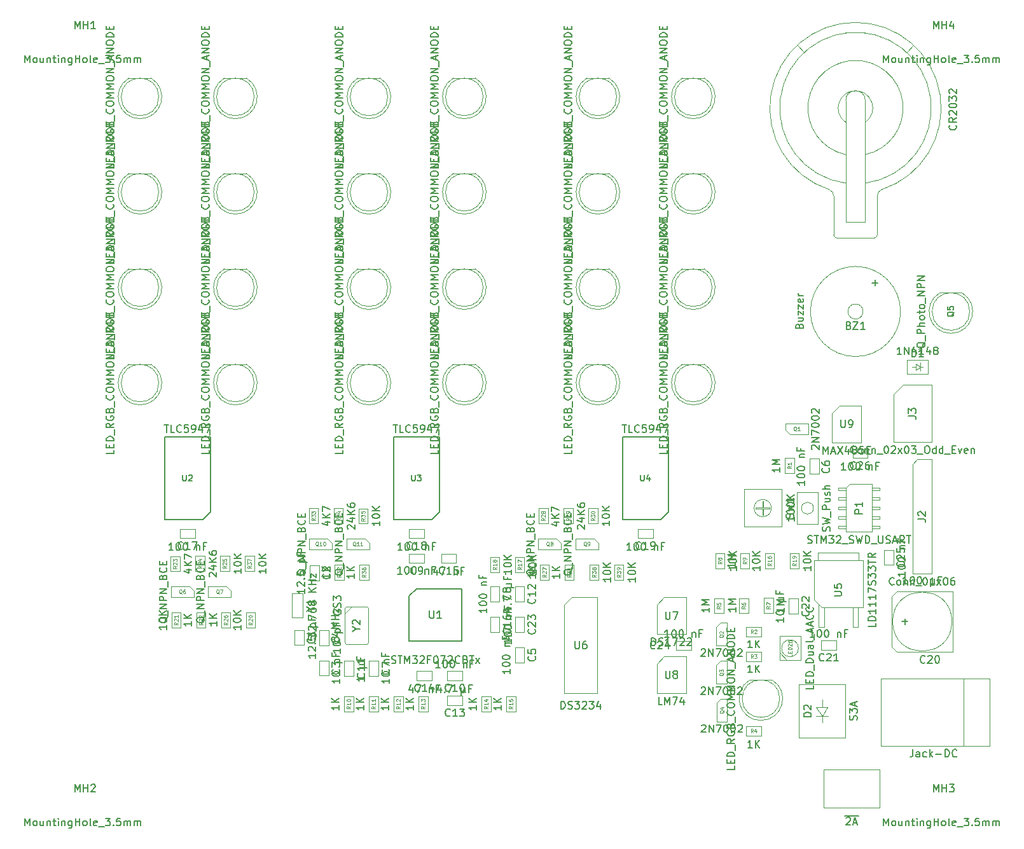
<source format=gbr>
G04 #@! TF.FileFunction,Other,Fab,Top*
%FSLAX46Y46*%
G04 Gerber Fmt 4.6, Leading zero omitted, Abs format (unit mm)*
G04 Created by KiCad (PCBNEW 4.0.7) date Tuesday, March 20, 2018 'AMt' 01:08:29 AM*
%MOMM*%
%LPD*%
G01*
G04 APERTURE LIST*
%ADD10C,0.100000*%
%ADD11C,0.150000*%
%ADD12C,0.075000*%
%ADD13C,0.200000*%
G04 APERTURE END LIST*
D10*
X198975000Y-138420000D02*
X206375000Y-138420000D01*
X206375000Y-138420000D02*
X206375000Y-143520000D01*
X206375000Y-143520000D02*
X198975000Y-143520000D01*
X198975000Y-143520000D02*
X198975000Y-138420000D01*
X206692182Y-61229277D02*
G75*
G03X206100000Y-62075000I307818J-845723D01*
G01*
X203124649Y-38974701D02*
G75*
G02X206700000Y-61225000I75351J-11400299D01*
G01*
X203275351Y-38974701D02*
G75*
G03X199700000Y-61225000I-75351J-11400299D01*
G01*
X201900000Y-40375000D02*
G75*
G02X204500000Y-60375000I1300000J-10000000D01*
G01*
X202996369Y-44043450D02*
G75*
G02X204500000Y-56575000I203631J-6331550D01*
G01*
X203024167Y-48079552D02*
G75*
G02X204500000Y-52275000I175833J-2295448D01*
G01*
X210921600Y-42003800D02*
X210083400Y-42918200D01*
X195478400Y-42003800D02*
X196342000Y-42943600D01*
X203375833Y-48079552D02*
G75*
G03X201900000Y-52275000I-175833J-2295448D01*
G01*
X203403631Y-44043450D02*
G75*
G03X201900000Y-56575000I-203631J-6331550D01*
G01*
X204500000Y-40375000D02*
G75*
G03X201900000Y-60375000I-1300000J-10000000D01*
G01*
X200300000Y-62044400D02*
X200300000Y-67275000D01*
X206100000Y-67275000D02*
X206100000Y-62044400D01*
X200700000Y-67675000D02*
X205700000Y-67675000D01*
X204500000Y-65575000D02*
X204500000Y-49375000D01*
X201900000Y-49375000D02*
X201900000Y-65575000D01*
X199707818Y-61229277D02*
G75*
G02X200300000Y-62075000I-307818J-845723D01*
G01*
X204500000Y-49375000D02*
G75*
G03X201900000Y-49375000I-1300000J0D01*
G01*
X201900000Y-65575000D02*
X204500000Y-65575000D01*
X206100000Y-67275000D02*
G75*
G02X205700000Y-67675000I-400000J0D01*
G01*
X200300000Y-67275000D02*
G75*
G03X200700000Y-67675000I400000J0D01*
G01*
X209200000Y-77460000D02*
G75*
G03X209200000Y-77460000I-6000000J0D01*
G01*
X204200000Y-77460000D02*
G75*
G03X204200000Y-77460000I-1000000J0D01*
G01*
X129762000Y-121861000D02*
X128522000Y-121861000D01*
X129762000Y-119861000D02*
X129762000Y-121861000D01*
X128522000Y-119861000D02*
X129762000Y-119861000D01*
X128522000Y-121861000D02*
X128522000Y-119861000D01*
X130554000Y-111257000D02*
X131794000Y-111257000D01*
X130554000Y-113257000D02*
X130554000Y-111257000D01*
X131794000Y-113257000D02*
X130554000Y-113257000D01*
X131794000Y-111257000D02*
X131794000Y-113257000D01*
X133064000Y-125925000D02*
X131824000Y-125925000D01*
X133064000Y-123925000D02*
X133064000Y-125925000D01*
X131824000Y-123925000D02*
X133064000Y-123925000D01*
X131824000Y-125925000D02*
X131824000Y-123925000D01*
X133064000Y-121893000D02*
X131824000Y-121893000D01*
X133064000Y-119893000D02*
X133064000Y-121893000D01*
X131824000Y-119893000D02*
X133064000Y-119893000D01*
X131824000Y-121893000D02*
X131824000Y-119893000D01*
X157876000Y-122174000D02*
X159116000Y-122174000D01*
X157876000Y-124174000D02*
X157876000Y-122174000D01*
X159116000Y-124174000D02*
X157876000Y-124174000D01*
X159116000Y-122174000D02*
X159116000Y-124174000D01*
X197119000Y-97060000D02*
X198359000Y-97060000D01*
X197119000Y-99060000D02*
X197119000Y-97060000D01*
X198359000Y-99060000D02*
X197119000Y-99060000D01*
X198359000Y-97060000D02*
X198359000Y-99060000D01*
X139685000Y-125984000D02*
X138445000Y-125984000D01*
X139685000Y-123984000D02*
X139685000Y-125984000D01*
X138445000Y-123984000D02*
X139685000Y-123984000D01*
X138445000Y-125984000D02*
X138445000Y-123984000D01*
X154557000Y-114051000D02*
X155797000Y-114051000D01*
X154557000Y-116051000D02*
X154557000Y-114051000D01*
X155797000Y-116051000D02*
X154557000Y-116051000D01*
X155797000Y-114051000D02*
X155797000Y-116051000D01*
X143779000Y-110956000D02*
X143779000Y-109716000D01*
X145779000Y-110956000D02*
X143779000Y-110956000D01*
X145779000Y-109716000D02*
X145779000Y-110956000D01*
X143779000Y-109716000D02*
X145779000Y-109716000D01*
X150859000Y-125337000D02*
X150859000Y-126577000D01*
X148859000Y-125337000D02*
X150859000Y-125337000D01*
X148859000Y-126577000D02*
X148859000Y-125337000D01*
X150859000Y-126577000D02*
X148859000Y-126577000D01*
X136383000Y-125984000D02*
X135143000Y-125984000D01*
X136383000Y-123984000D02*
X136383000Y-125984000D01*
X135143000Y-123984000D02*
X136383000Y-123984000D01*
X135143000Y-125984000D02*
X135143000Y-123984000D01*
X157859000Y-114051000D02*
X159099000Y-114051000D01*
X157859000Y-116051000D02*
X157859000Y-114051000D01*
X159099000Y-116051000D02*
X157859000Y-116051000D01*
X159099000Y-114051000D02*
X159099000Y-116051000D01*
X150859000Y-128639000D02*
X150859000Y-129879000D01*
X148859000Y-128639000D02*
X150859000Y-128639000D01*
X148859000Y-129879000D02*
X148859000Y-128639000D01*
X150859000Y-129879000D02*
X148859000Y-129879000D01*
X144795000Y-126577000D02*
X144795000Y-125337000D01*
X146795000Y-126577000D02*
X144795000Y-126577000D01*
X146795000Y-125337000D02*
X146795000Y-126577000D01*
X144795000Y-125337000D02*
X146795000Y-125337000D01*
X148065000Y-110956000D02*
X148065000Y-109716000D01*
X150065000Y-110956000D02*
X148065000Y-110956000D01*
X150065000Y-109716000D02*
X150065000Y-110956000D01*
X148065000Y-109716000D02*
X150065000Y-109716000D01*
X155814000Y-120142000D02*
X154574000Y-120142000D01*
X155814000Y-118142000D02*
X155814000Y-120142000D01*
X154574000Y-118142000D02*
X155814000Y-118142000D01*
X154574000Y-120142000D02*
X154574000Y-118142000D01*
X143779000Y-107654000D02*
X143779000Y-106414000D01*
X145779000Y-107654000D02*
X143779000Y-107654000D01*
X145779000Y-106414000D02*
X145779000Y-107654000D01*
X143779000Y-106414000D02*
X145779000Y-106414000D01*
X174259000Y-107654000D02*
X174259000Y-106414000D01*
X176259000Y-107654000D02*
X174259000Y-107654000D01*
X176259000Y-106414000D02*
X176259000Y-107654000D01*
X174259000Y-106414000D02*
X176259000Y-106414000D01*
X180140334Y-84494984D02*
G75*
G03X183079694Y-84495000I1469666J-2500016D01*
G01*
X184110000Y-86995000D02*
G75*
G03X184110000Y-86995000I-2500000J0D01*
G01*
X183079694Y-84495000D02*
X180140306Y-84495000D01*
X180140334Y-71794984D02*
G75*
G03X183079694Y-71795000I1469666J-2500016D01*
G01*
X184110000Y-74295000D02*
G75*
G03X184110000Y-74295000I-2500000J0D01*
G01*
X183079694Y-71795000D02*
X180140306Y-71795000D01*
X180140334Y-59094984D02*
G75*
G03X183079694Y-59095000I1469666J-2500016D01*
G01*
X184110000Y-61595000D02*
G75*
G03X184110000Y-61595000I-2500000J0D01*
G01*
X183079694Y-59095000D02*
X180140306Y-59095000D01*
X180140334Y-46394984D02*
G75*
G03X183079694Y-46395000I1469666J-2500016D01*
G01*
X184110000Y-48895000D02*
G75*
G03X184110000Y-48895000I-2500000J0D01*
G01*
X183079694Y-46395000D02*
X180140306Y-46395000D01*
X167440334Y-84494984D02*
G75*
G03X170379694Y-84495000I1469666J-2500016D01*
G01*
X171410000Y-86995000D02*
G75*
G03X171410000Y-86995000I-2500000J0D01*
G01*
X170379694Y-84495000D02*
X167440306Y-84495000D01*
X167440334Y-71794984D02*
G75*
G03X170379694Y-71795000I1469666J-2500016D01*
G01*
X171410000Y-74295000D02*
G75*
G03X171410000Y-74295000I-2500000J0D01*
G01*
X170379694Y-71795000D02*
X167440306Y-71795000D01*
X167440334Y-59094984D02*
G75*
G03X170379694Y-59095000I1469666J-2500016D01*
G01*
X171410000Y-61595000D02*
G75*
G03X171410000Y-61595000I-2500000J0D01*
G01*
X170379694Y-59095000D02*
X167440306Y-59095000D01*
X167440334Y-46394984D02*
G75*
G03X170379694Y-46395000I1469666J-2500016D01*
G01*
X171410000Y-48895000D02*
G75*
G03X171410000Y-48895000I-2500000J0D01*
G01*
X170379694Y-46395000D02*
X167440306Y-46395000D01*
X149660334Y-84494984D02*
G75*
G03X152599694Y-84495000I1469666J-2500016D01*
G01*
X153630000Y-86995000D02*
G75*
G03X153630000Y-86995000I-2500000J0D01*
G01*
X152599694Y-84495000D02*
X149660306Y-84495000D01*
X149660334Y-71794984D02*
G75*
G03X152599694Y-71795000I1469666J-2500016D01*
G01*
X153630000Y-74295000D02*
G75*
G03X153630000Y-74295000I-2500000J0D01*
G01*
X152599694Y-71795000D02*
X149660306Y-71795000D01*
X149660334Y-59094984D02*
G75*
G03X152599694Y-59095000I1469666J-2500016D01*
G01*
X153630000Y-61595000D02*
G75*
G03X153630000Y-61595000I-2500000J0D01*
G01*
X152599694Y-59095000D02*
X149660306Y-59095000D01*
X149660334Y-46394984D02*
G75*
G03X152599694Y-46395000I1469666J-2500016D01*
G01*
X153630000Y-48895000D02*
G75*
G03X153630000Y-48895000I-2500000J0D01*
G01*
X152599694Y-46395000D02*
X149660306Y-46395000D01*
X136960334Y-84494984D02*
G75*
G03X139899694Y-84495000I1469666J-2500016D01*
G01*
X140930000Y-86995000D02*
G75*
G03X140930000Y-86995000I-2500000J0D01*
G01*
X139899694Y-84495000D02*
X136960306Y-84495000D01*
X136960334Y-71794984D02*
G75*
G03X139899694Y-71795000I1469666J-2500016D01*
G01*
X140930000Y-74295000D02*
G75*
G03X140930000Y-74295000I-2500000J0D01*
G01*
X139899694Y-71795000D02*
X136960306Y-71795000D01*
X136960334Y-59094984D02*
G75*
G03X139899694Y-59095000I1469666J-2500016D01*
G01*
X140930000Y-61595000D02*
G75*
G03X140930000Y-61595000I-2500000J0D01*
G01*
X139899694Y-59095000D02*
X136960306Y-59095000D01*
X136960334Y-46394984D02*
G75*
G03X139899694Y-46395000I1469666J-2500016D01*
G01*
X140930000Y-48895000D02*
G75*
G03X140930000Y-48895000I-2500000J0D01*
G01*
X139899694Y-46395000D02*
X136960306Y-46395000D01*
X119180334Y-84494984D02*
G75*
G03X122119694Y-84495000I1469666J-2500016D01*
G01*
X123150000Y-86995000D02*
G75*
G03X123150000Y-86995000I-2500000J0D01*
G01*
X122119694Y-84495000D02*
X119180306Y-84495000D01*
X119180334Y-71794984D02*
G75*
G03X122119694Y-71795000I1469666J-2500016D01*
G01*
X123150000Y-74295000D02*
G75*
G03X123150000Y-74295000I-2500000J0D01*
G01*
X122119694Y-71795000D02*
X119180306Y-71795000D01*
X119180334Y-59094984D02*
G75*
G03X122119694Y-59095000I1469666J-2500016D01*
G01*
X123150000Y-61595000D02*
G75*
G03X123150000Y-61595000I-2500000J0D01*
G01*
X122119694Y-59095000D02*
X119180306Y-59095000D01*
X119180334Y-46394984D02*
G75*
G03X122119694Y-46395000I1469666J-2500016D01*
G01*
X123150000Y-48895000D02*
G75*
G03X123150000Y-48895000I-2500000J0D01*
G01*
X122119694Y-46395000D02*
X119180306Y-46395000D01*
X106480334Y-84494984D02*
G75*
G03X109419694Y-84495000I1469666J-2500016D01*
G01*
X110450000Y-86995000D02*
G75*
G03X110450000Y-86995000I-2500000J0D01*
G01*
X109419694Y-84495000D02*
X106480306Y-84495000D01*
X106480334Y-71794984D02*
G75*
G03X109419694Y-71795000I1469666J-2500016D01*
G01*
X110450000Y-74295000D02*
G75*
G03X110450000Y-74295000I-2500000J0D01*
G01*
X109419694Y-71795000D02*
X106480306Y-71795000D01*
X106480334Y-59094984D02*
G75*
G03X109419694Y-59095000I1469666J-2500016D01*
G01*
X110450000Y-61595000D02*
G75*
G03X110450000Y-61595000I-2500000J0D01*
G01*
X109419694Y-59095000D02*
X106480306Y-59095000D01*
X106480334Y-46394984D02*
G75*
G03X109419694Y-46395000I1469666J-2500016D01*
G01*
X110450000Y-48895000D02*
G75*
G03X110450000Y-48895000I-2500000J0D01*
G01*
X109419694Y-46395000D02*
X106480306Y-46395000D01*
X205368000Y-106807000D02*
X201958000Y-106807000D01*
X202393000Y-100457000D02*
X205368000Y-100457000D01*
X201958000Y-106807000D02*
X201958000Y-100892000D01*
X201958000Y-100892000D02*
X202393000Y-100457000D01*
X205368000Y-100457000D02*
X205368000Y-106807000D01*
X201958000Y-100892000D02*
X200913000Y-100892000D01*
X200913000Y-100892000D02*
X200913000Y-101292000D01*
X200913000Y-101292000D02*
X201958000Y-101292000D01*
X205368000Y-100892000D02*
X206413000Y-100892000D01*
X206413000Y-100892000D02*
X206413000Y-101292000D01*
X206413000Y-101292000D02*
X205368000Y-101292000D01*
X201958000Y-102162000D02*
X200913000Y-102162000D01*
X200913000Y-102162000D02*
X200913000Y-102562000D01*
X200913000Y-102562000D02*
X201958000Y-102562000D01*
X205368000Y-102162000D02*
X206413000Y-102162000D01*
X206413000Y-102162000D02*
X206413000Y-102562000D01*
X206413000Y-102562000D02*
X205368000Y-102562000D01*
X201958000Y-103432000D02*
X200913000Y-103432000D01*
X200913000Y-103432000D02*
X200913000Y-103832000D01*
X200913000Y-103832000D02*
X201958000Y-103832000D01*
X205368000Y-103432000D02*
X206413000Y-103432000D01*
X206413000Y-103432000D02*
X206413000Y-103832000D01*
X206413000Y-103832000D02*
X205368000Y-103832000D01*
X201958000Y-104702000D02*
X200913000Y-104702000D01*
X200913000Y-104702000D02*
X200913000Y-105102000D01*
X200913000Y-105102000D02*
X201958000Y-105102000D01*
X205368000Y-104702000D02*
X206413000Y-104702000D01*
X206413000Y-104702000D02*
X206413000Y-105102000D01*
X206413000Y-105102000D02*
X205368000Y-105102000D01*
X201958000Y-105972000D02*
X200913000Y-105972000D01*
X200913000Y-105972000D02*
X200913000Y-106372000D01*
X200913000Y-106372000D02*
X201958000Y-106372000D01*
X205368000Y-105972000D02*
X206413000Y-105972000D01*
X206413000Y-105972000D02*
X206413000Y-106372000D01*
X206413000Y-106372000D02*
X205368000Y-106372000D01*
X194437000Y-93807000D02*
X196887000Y-93807000D01*
X193867000Y-93257000D02*
X193867000Y-92407000D01*
X194437000Y-93807000D02*
X193867000Y-93257000D01*
X193867000Y-92407000D02*
X196907000Y-92407000D01*
X196907000Y-93807000D02*
X196907000Y-92407000D01*
X184687000Y-119485000D02*
X184687000Y-121935000D01*
X185237000Y-118915000D02*
X186087000Y-118915000D01*
X184687000Y-119485000D02*
X185237000Y-118915000D01*
X186087000Y-118915000D02*
X186087000Y-121955000D01*
X184687000Y-121955000D02*
X186087000Y-121955000D01*
X184687000Y-124565000D02*
X184687000Y-127015000D01*
X185237000Y-123995000D02*
X186087000Y-123995000D01*
X184687000Y-124565000D02*
X185237000Y-123995000D01*
X186087000Y-123995000D02*
X186087000Y-127035000D01*
X184687000Y-127035000D02*
X186087000Y-127035000D01*
X114532000Y-114065000D02*
X112082000Y-114065000D01*
X115102000Y-114615000D02*
X115102000Y-115465000D01*
X114532000Y-114065000D02*
X115102000Y-114615000D01*
X115102000Y-115465000D02*
X112062000Y-115465000D01*
X112062000Y-114065000D02*
X112062000Y-115465000D01*
X119485000Y-114065000D02*
X117035000Y-114065000D01*
X120055000Y-114615000D02*
X120055000Y-115465000D01*
X119485000Y-114065000D02*
X120055000Y-114615000D01*
X120055000Y-115465000D02*
X117015000Y-115465000D01*
X117015000Y-114065000D02*
X117015000Y-115465000D01*
X163432000Y-107715000D02*
X160982000Y-107715000D01*
X164002000Y-108265000D02*
X164002000Y-109115000D01*
X163432000Y-107715000D02*
X164002000Y-108265000D01*
X164002000Y-109115000D02*
X160962000Y-109115000D01*
X160962000Y-107715000D02*
X160962000Y-109115000D01*
X168385000Y-107715000D02*
X165935000Y-107715000D01*
X168955000Y-108265000D02*
X168955000Y-109115000D01*
X168385000Y-107715000D02*
X168955000Y-108265000D01*
X168955000Y-109115000D02*
X165915000Y-109115000D01*
X165915000Y-107715000D02*
X165915000Y-109115000D01*
X132947000Y-107715000D02*
X130497000Y-107715000D01*
X133517000Y-108265000D02*
X133517000Y-109115000D01*
X132947000Y-107715000D02*
X133517000Y-108265000D01*
X133517000Y-109115000D02*
X130477000Y-109115000D01*
X130477000Y-107715000D02*
X130477000Y-109115000D01*
X193817000Y-96978000D02*
X195057000Y-96978000D01*
X193817000Y-98978000D02*
X193817000Y-96978000D01*
X195057000Y-98978000D02*
X193817000Y-98978000D01*
X195057000Y-96978000D02*
X195057000Y-98978000D01*
X190660000Y-119495000D02*
X190660000Y-120735000D01*
X188660000Y-119495000D02*
X190660000Y-119495000D01*
X188660000Y-120735000D02*
X188660000Y-119495000D01*
X190660000Y-120735000D02*
X188660000Y-120735000D01*
X188660000Y-124037000D02*
X188660000Y-122797000D01*
X190660000Y-124037000D02*
X188660000Y-124037000D01*
X190660000Y-122797000D02*
X190660000Y-124037000D01*
X188660000Y-122797000D02*
X190660000Y-122797000D01*
X188660000Y-133943000D02*
X188660000Y-132703000D01*
X190660000Y-133943000D02*
X188660000Y-133943000D01*
X190660000Y-132703000D02*
X190660000Y-133943000D01*
X188660000Y-132703000D02*
X190660000Y-132703000D01*
X184402000Y-115625000D02*
X185642000Y-115625000D01*
X184402000Y-117625000D02*
X184402000Y-115625000D01*
X185642000Y-117625000D02*
X184402000Y-117625000D01*
X185642000Y-115625000D02*
X185642000Y-117625000D01*
X187704000Y-115625000D02*
X188944000Y-115625000D01*
X187704000Y-117625000D02*
X187704000Y-115625000D01*
X188944000Y-117625000D02*
X187704000Y-117625000D01*
X188944000Y-115625000D02*
X188944000Y-117625000D01*
X191006000Y-115620000D02*
X192246000Y-115620000D01*
X191006000Y-117620000D02*
X191006000Y-115620000D01*
X192246000Y-117620000D02*
X191006000Y-117620000D01*
X192246000Y-115620000D02*
X192246000Y-117620000D01*
X185769000Y-111651000D02*
X184529000Y-111651000D01*
X185769000Y-109651000D02*
X185769000Y-111651000D01*
X184529000Y-109651000D02*
X185769000Y-109651000D01*
X184529000Y-111651000D02*
X184529000Y-109651000D01*
X187831000Y-109651000D02*
X189071000Y-109651000D01*
X187831000Y-111651000D02*
X187831000Y-109651000D01*
X189071000Y-111651000D02*
X187831000Y-111651000D01*
X189071000Y-109651000D02*
X189071000Y-111651000D01*
X135126000Y-128701000D02*
X136366000Y-128701000D01*
X135126000Y-130701000D02*
X135126000Y-128701000D01*
X136366000Y-130701000D02*
X135126000Y-130701000D01*
X136366000Y-128701000D02*
X136366000Y-130701000D01*
X138445000Y-128701000D02*
X139685000Y-128701000D01*
X138445000Y-130701000D02*
X138445000Y-128701000D01*
X139685000Y-130701000D02*
X138445000Y-130701000D01*
X139685000Y-128701000D02*
X139685000Y-130701000D01*
X141730000Y-128701000D02*
X142970000Y-128701000D01*
X141730000Y-130701000D02*
X141730000Y-128701000D01*
X142970000Y-130701000D02*
X141730000Y-130701000D01*
X142970000Y-128701000D02*
X142970000Y-130701000D01*
X145032000Y-128701000D02*
X146272000Y-128701000D01*
X145032000Y-130701000D02*
X145032000Y-128701000D01*
X146272000Y-130701000D02*
X145032000Y-130701000D01*
X146272000Y-128701000D02*
X146272000Y-130701000D01*
X153414000Y-128701000D02*
X154654000Y-128701000D01*
X153414000Y-130701000D02*
X153414000Y-128701000D01*
X154654000Y-130701000D02*
X153414000Y-130701000D01*
X154654000Y-128701000D02*
X154654000Y-130701000D01*
X156711000Y-128706000D02*
X157951000Y-128706000D01*
X156711000Y-130706000D02*
X156711000Y-128706000D01*
X157951000Y-130706000D02*
X156711000Y-130706000D01*
X157951000Y-128706000D02*
X157951000Y-130706000D01*
X191133000Y-109656000D02*
X192373000Y-109656000D01*
X191133000Y-111656000D02*
X191133000Y-109656000D01*
X192373000Y-111656000D02*
X191133000Y-111656000D01*
X192373000Y-109656000D02*
X192373000Y-111656000D01*
X159116000Y-112186000D02*
X157876000Y-112186000D01*
X159116000Y-110186000D02*
X159116000Y-112186000D01*
X157876000Y-110186000D02*
X159116000Y-110186000D01*
X157876000Y-112186000D02*
X157876000Y-110186000D01*
X155797000Y-112159000D02*
X154557000Y-112159000D01*
X155797000Y-110159000D02*
X155797000Y-112159000D01*
X154557000Y-110159000D02*
X155797000Y-110159000D01*
X154557000Y-112159000D02*
X154557000Y-110159000D01*
X195675000Y-111651000D02*
X194435000Y-111651000D01*
X195675000Y-109651000D02*
X195675000Y-111651000D01*
X194435000Y-109651000D02*
X195675000Y-109651000D01*
X194435000Y-111651000D02*
X194435000Y-109651000D01*
X122045000Y-117530000D02*
X123285000Y-117530000D01*
X122045000Y-119530000D02*
X122045000Y-117530000D01*
X123285000Y-119530000D02*
X122045000Y-119530000D01*
X123285000Y-117530000D02*
X123285000Y-119530000D01*
X112139000Y-117530000D02*
X113379000Y-117530000D01*
X112139000Y-119530000D02*
X112139000Y-117530000D01*
X113379000Y-119530000D02*
X112139000Y-119530000D01*
X113379000Y-117530000D02*
X113379000Y-119530000D01*
X115441000Y-117530000D02*
X116681000Y-117530000D01*
X115441000Y-119530000D02*
X115441000Y-117530000D01*
X116681000Y-119530000D02*
X115441000Y-119530000D01*
X116681000Y-117530000D02*
X116681000Y-119530000D01*
X113252000Y-112037000D02*
X112012000Y-112037000D01*
X113252000Y-110037000D02*
X113252000Y-112037000D01*
X112012000Y-110037000D02*
X113252000Y-110037000D01*
X112012000Y-112037000D02*
X112012000Y-110037000D01*
X116554000Y-112032000D02*
X115314000Y-112032000D01*
X116554000Y-110032000D02*
X116554000Y-112032000D01*
X115314000Y-110032000D02*
X116554000Y-110032000D01*
X115314000Y-112032000D02*
X115314000Y-110032000D01*
X119851000Y-112032000D02*
X118611000Y-112032000D01*
X119851000Y-110032000D02*
X119851000Y-112032000D01*
X118611000Y-110032000D02*
X119851000Y-110032000D01*
X118611000Y-112032000D02*
X118611000Y-110032000D01*
X118743000Y-117525000D02*
X119983000Y-117525000D01*
X118743000Y-119525000D02*
X118743000Y-117525000D01*
X119983000Y-119525000D02*
X118743000Y-119525000D01*
X119983000Y-117525000D02*
X119983000Y-119525000D01*
X161178000Y-111175000D02*
X162418000Y-111175000D01*
X161178000Y-113175000D02*
X161178000Y-111175000D01*
X162418000Y-113175000D02*
X161178000Y-113175000D01*
X162418000Y-111175000D02*
X162418000Y-113175000D01*
X162274000Y-105682000D02*
X161034000Y-105682000D01*
X162274000Y-103682000D02*
X162274000Y-105682000D01*
X161034000Y-103682000D02*
X162274000Y-103682000D01*
X161034000Y-105682000D02*
X161034000Y-103682000D01*
X165576000Y-105682000D02*
X164336000Y-105682000D01*
X165576000Y-103682000D02*
X165576000Y-105682000D01*
X164336000Y-103682000D02*
X165576000Y-103682000D01*
X164336000Y-105682000D02*
X164336000Y-103682000D01*
X168878000Y-105682000D02*
X167638000Y-105682000D01*
X168878000Y-103682000D02*
X168878000Y-105682000D01*
X167638000Y-103682000D02*
X168878000Y-103682000D01*
X167638000Y-105682000D02*
X167638000Y-103682000D01*
X164480000Y-111175000D02*
X165720000Y-111175000D01*
X164480000Y-113175000D02*
X164480000Y-111175000D01*
X165720000Y-113175000D02*
X164480000Y-113175000D01*
X165720000Y-111175000D02*
X165720000Y-113175000D01*
X133856000Y-111175000D02*
X135096000Y-111175000D01*
X133856000Y-113175000D02*
X133856000Y-111175000D01*
X135096000Y-113175000D02*
X133856000Y-113175000D01*
X135096000Y-111175000D02*
X135096000Y-113175000D01*
X131667000Y-105682000D02*
X130427000Y-105682000D01*
X131667000Y-103682000D02*
X131667000Y-105682000D01*
X130427000Y-103682000D02*
X131667000Y-103682000D01*
X130427000Y-105682000D02*
X130427000Y-103682000D01*
X134969000Y-105682000D02*
X133729000Y-105682000D01*
X134969000Y-103682000D02*
X134969000Y-105682000D01*
X133729000Y-103682000D02*
X134969000Y-103682000D01*
X133729000Y-105682000D02*
X133729000Y-103682000D01*
X138271000Y-105687000D02*
X137031000Y-105687000D01*
X138271000Y-103687000D02*
X138271000Y-105687000D01*
X137031000Y-103687000D02*
X138271000Y-103687000D01*
X137031000Y-105687000D02*
X137031000Y-103687000D01*
X137158000Y-111175000D02*
X138398000Y-111175000D01*
X137158000Y-113175000D02*
X137158000Y-111175000D01*
X138398000Y-113175000D02*
X137158000Y-113175000D01*
X138398000Y-111175000D02*
X138398000Y-113175000D01*
X195412000Y-105750000D02*
X195412000Y-101550000D01*
X195412000Y-101550000D02*
X198212000Y-101550000D01*
X198212000Y-101550000D02*
X198212000Y-105750000D01*
X198212000Y-105750000D02*
X195412000Y-105750000D01*
X197612000Y-103650000D02*
G75*
G03X197612000Y-103650000I-800000J0D01*
G01*
D11*
X144767000Y-114361000D02*
X150767000Y-114361000D01*
X150767000Y-114361000D02*
X150767000Y-121361000D01*
X150767000Y-121361000D02*
X143767000Y-121361000D01*
X143767000Y-121361000D02*
X143767000Y-115361000D01*
X143767000Y-115361000D02*
X144767000Y-114361000D01*
X111218000Y-94146200D02*
X117318000Y-94146200D01*
X117318000Y-94146200D02*
X117318000Y-104146200D01*
X117318000Y-104146200D02*
X116318000Y-105146200D01*
X116318000Y-105146200D02*
X111218000Y-105146200D01*
X111218000Y-105146200D02*
X111218000Y-94146200D01*
X141698000Y-94146200D02*
X147798000Y-94146200D01*
X147798000Y-94146200D02*
X147798000Y-104146200D01*
X147798000Y-104146200D02*
X146798000Y-105146200D01*
X146798000Y-105146200D02*
X141698000Y-105146200D01*
X141698000Y-105146200D02*
X141698000Y-94146200D01*
X172178000Y-94146200D02*
X178278000Y-94146200D01*
X178278000Y-94146200D02*
X178278000Y-104146200D01*
X178278000Y-104146200D02*
X177278000Y-105146200D01*
X177278000Y-105146200D02*
X172178000Y-105146200D01*
X172178000Y-105146200D02*
X172178000Y-94146200D01*
D10*
X198220000Y-110595000D02*
X198220000Y-109595000D01*
X198220000Y-109595000D02*
X203620000Y-109595000D01*
X203620000Y-109595000D02*
X203620000Y-110595000D01*
X197670000Y-110595000D02*
X204170000Y-110595000D01*
X204170000Y-110595000D02*
X204170000Y-116815000D01*
X204170000Y-116815000D02*
X198670000Y-116815000D01*
X198670000Y-116815000D02*
X197670000Y-115815000D01*
X197670000Y-115815000D02*
X197670000Y-110595000D01*
X198265000Y-116410000D02*
X198265000Y-119515000D01*
X198265000Y-119515000D02*
X199015000Y-119515000D01*
X199015000Y-119515000D02*
X199015000Y-116815000D01*
X202825000Y-116815000D02*
X202825000Y-119515000D01*
X202825000Y-119515000D02*
X203575000Y-119515000D01*
X203575000Y-119515000D02*
X203575000Y-116815000D01*
X177739000Y-115533000D02*
X180639000Y-115533000D01*
X180639000Y-115533000D02*
X180639000Y-120433000D01*
X180639000Y-120433000D02*
X176739000Y-120433000D01*
X176739000Y-120433000D02*
X176739000Y-116533000D01*
X176739000Y-116533000D02*
X177739000Y-115533000D01*
X123158000Y-112032000D02*
X121918000Y-112032000D01*
X123158000Y-110032000D02*
X123158000Y-112032000D01*
X121918000Y-110032000D02*
X123158000Y-110032000D01*
X121918000Y-112032000D02*
X121918000Y-110032000D01*
X169022000Y-113175000D02*
X167782000Y-113175000D01*
X169022000Y-111175000D02*
X169022000Y-113175000D01*
X167782000Y-111175000D02*
X169022000Y-111175000D01*
X167782000Y-113175000D02*
X167782000Y-111175000D01*
X194325000Y-115697000D02*
X195565000Y-115697000D01*
X194325000Y-117697000D02*
X194325000Y-115697000D01*
X195565000Y-117697000D02*
X194325000Y-117697000D01*
X195565000Y-115697000D02*
X195565000Y-117697000D01*
X159116000Y-120142000D02*
X157876000Y-120142000D01*
X159116000Y-118142000D02*
X159116000Y-120142000D01*
X157876000Y-118142000D02*
X159116000Y-118142000D01*
X157876000Y-120142000D02*
X157876000Y-118142000D01*
X181324000Y-121300000D02*
X181324000Y-122540000D01*
X179324000Y-121300000D02*
X181324000Y-121300000D01*
X179324000Y-122540000D02*
X179324000Y-121300000D01*
X181324000Y-122540000D02*
X179324000Y-122540000D01*
X113299000Y-107654000D02*
X113299000Y-106414000D01*
X115299000Y-107654000D02*
X113299000Y-107654000D01*
X115299000Y-106414000D02*
X115299000Y-107654000D01*
X113299000Y-106414000D02*
X115299000Y-106414000D01*
X216035884Y-118745000D02*
G75*
G03X216035884Y-118745000I-3945884J0D01*
G01*
X216130000Y-122785000D02*
X216130000Y-114705000D01*
X208720000Y-122785000D02*
X216130000Y-122785000D01*
X208050000Y-122115000D02*
X208720000Y-122785000D01*
X208050000Y-115375000D02*
X208050000Y-122115000D01*
X208720000Y-114705000D02*
X208050000Y-115375000D01*
X216130000Y-114705000D02*
X208720000Y-114705000D01*
X200643000Y-121273000D02*
X200643000Y-122513000D01*
X198643000Y-121273000D02*
X200643000Y-121273000D01*
X198643000Y-122513000D02*
X198643000Y-121273000D01*
X200643000Y-122513000D02*
X198643000Y-122513000D01*
X128155000Y-118206000D02*
X129655000Y-118206000D01*
X128155000Y-115006000D02*
X129655000Y-115006000D01*
X128155000Y-118206000D02*
X128155000Y-115006000D01*
X129655000Y-118206000D02*
X129655000Y-115006000D01*
X138378000Y-116925000D02*
X138378000Y-121525000D01*
X138378000Y-121525000D02*
X138178000Y-121725000D01*
X138178000Y-121725000D02*
X135378000Y-121725000D01*
X135378000Y-121725000D02*
X135178000Y-121525000D01*
X135178000Y-121525000D02*
X135178000Y-116925000D01*
X135178000Y-116925000D02*
X135378000Y-116725000D01*
X135378000Y-116725000D02*
X138178000Y-116725000D01*
X138178000Y-116725000D02*
X138378000Y-116925000D01*
X136178000Y-116725000D02*
X135178000Y-117725000D01*
X208248000Y-111193000D02*
X207008000Y-111193000D01*
X208248000Y-109193000D02*
X208248000Y-111193000D01*
X207008000Y-109193000D02*
X208248000Y-109193000D01*
X207008000Y-111193000D02*
X207008000Y-109193000D01*
X188357000Y-106137000D02*
X193357000Y-106137000D01*
X193357000Y-106137000D02*
X193357000Y-101137000D01*
X193357000Y-101137000D02*
X188357000Y-101137000D01*
X188357000Y-101137000D02*
X188357000Y-106137000D01*
X190797000Y-104557000D02*
X190797000Y-103697000D01*
X190797000Y-103697000D02*
X189937000Y-103697000D01*
X189937000Y-103697000D02*
X189937000Y-103577000D01*
X189937000Y-103577000D02*
X190797000Y-103577000D01*
X190797000Y-103577000D02*
X190797000Y-102717000D01*
X190797000Y-102717000D02*
X190917000Y-102717000D01*
X190917000Y-102717000D02*
X190917000Y-103577000D01*
X190917000Y-103577000D02*
X191777000Y-103577000D01*
X191777000Y-103577000D02*
X191777000Y-103697000D01*
X191777000Y-103697000D02*
X190917000Y-103697000D01*
X190917000Y-103697000D02*
X190917000Y-104557000D01*
X190917000Y-104557000D02*
X190797000Y-104557000D01*
X192007000Y-103637000D02*
G75*
G03X192007000Y-103637000I-1150000J0D01*
G01*
X172324000Y-113175000D02*
X171084000Y-113175000D01*
X172324000Y-111175000D02*
X172324000Y-113175000D01*
X171084000Y-111175000D02*
X172324000Y-111175000D01*
X171084000Y-113175000D02*
X171084000Y-111175000D01*
X202834000Y-96986200D02*
X202834000Y-95746200D01*
X204834000Y-96986200D02*
X202834000Y-96986200D01*
X204834000Y-95746200D02*
X204834000Y-96986200D01*
X202834000Y-95746200D02*
X204834000Y-95746200D01*
X177739000Y-123407000D02*
X180639000Y-123407000D01*
X180639000Y-123407000D02*
X180639000Y-128307000D01*
X180639000Y-128307000D02*
X176739000Y-128307000D01*
X176739000Y-128307000D02*
X176739000Y-124407000D01*
X176739000Y-124407000D02*
X177739000Y-123407000D01*
X184719000Y-129579000D02*
X184719000Y-132029000D01*
X185269000Y-129009000D02*
X186119000Y-129009000D01*
X184719000Y-129579000D02*
X185269000Y-129009000D01*
X186119000Y-129009000D02*
X186119000Y-132049000D01*
X184719000Y-132049000D02*
X186119000Y-132049000D01*
X214430334Y-74969984D02*
G75*
G03X217369694Y-74970000I1469666J-2500016D01*
G01*
X218400000Y-77470000D02*
G75*
G03X218400000Y-77470000I-2500000J0D01*
G01*
X217369694Y-74970000D02*
X214430306Y-74970000D01*
X137900000Y-107715000D02*
X135450000Y-107715000D01*
X138470000Y-108265000D02*
X138470000Y-109115000D01*
X137900000Y-107715000D02*
X138470000Y-108265000D01*
X138470000Y-109115000D02*
X135430000Y-109115000D01*
X135430000Y-107715000D02*
X135430000Y-109115000D01*
X189140334Y-126504984D02*
G75*
G03X192079694Y-126505000I1469666J-2500016D01*
G01*
X193110000Y-129005000D02*
G75*
G03X193110000Y-129005000I-2500000J0D01*
G01*
X192079694Y-126505000D02*
X189140306Y-126505000D01*
X195605000Y-122294000D02*
G75*
G03X195605000Y-122294000I-1120000J0D01*
G01*
X193085000Y-122894000D02*
X194085000Y-123894000D01*
X193085000Y-123894000D02*
X195885000Y-123894000D01*
X195885000Y-123894000D02*
X195885000Y-120694000D01*
X195885000Y-120694000D02*
X193085000Y-120694000D01*
X193085000Y-120694000D02*
X193085000Y-123894000D01*
X165424000Y-115520000D02*
X168824000Y-115520000D01*
X168824000Y-115520000D02*
X168824000Y-128320000D01*
X168824000Y-128320000D02*
X164424000Y-128320000D01*
X164424000Y-128320000D02*
X164424000Y-116520000D01*
X164424000Y-116520000D02*
X165424000Y-115520000D01*
X201074000Y-90006000D02*
X203974000Y-90006000D01*
X203974000Y-90006000D02*
X203974000Y-94906000D01*
X203974000Y-94906000D02*
X200074000Y-94906000D01*
X200074000Y-94906000D02*
X200074000Y-91006000D01*
X200074000Y-91006000D02*
X201074000Y-90006000D01*
X211206000Y-84836000D02*
X210706000Y-84836000D01*
X211206000Y-84436000D02*
X211806000Y-84836000D01*
X211206000Y-85236000D02*
X211206000Y-84436000D01*
X211806000Y-84836000D02*
X211206000Y-85236000D01*
X211806000Y-84836000D02*
X211806000Y-84286000D01*
X211806000Y-84836000D02*
X211806000Y-85386000D01*
X212206000Y-84836000D02*
X211806000Y-84836000D01*
X212856000Y-83936000D02*
X212856000Y-85736000D01*
X210056000Y-83936000D02*
X212856000Y-83936000D01*
X210056000Y-85736000D02*
X210056000Y-83936000D01*
X212856000Y-85736000D02*
X210056000Y-85736000D01*
X201855000Y-127104000D02*
X201855000Y-134204000D01*
X201855000Y-134204000D02*
X195655000Y-134204000D01*
X195655000Y-127104000D02*
X201855000Y-127104000D01*
X195655000Y-127104000D02*
X195655000Y-134204000D01*
X198756020Y-131303440D02*
X198756020Y-132205140D01*
X198756020Y-130152820D02*
X198756020Y-129154600D01*
X197955920Y-131303440D02*
X199556120Y-131303440D01*
X199505320Y-130152820D02*
X197955920Y-130152820D01*
X198756020Y-131303440D02*
X199505320Y-130152820D01*
X198756020Y-131303440D02*
X197955920Y-130152820D01*
X217591000Y-135310000D02*
X217591000Y-126310000D01*
X221091000Y-135310000D02*
X221091000Y-126310000D01*
X221091000Y-126310000D02*
X206591000Y-126310000D01*
X206591000Y-126310000D02*
X206591000Y-135310000D01*
X206591000Y-135310000D02*
X221091000Y-135310000D01*
X211438000Y-97128200D02*
X213343000Y-97128200D01*
X213343000Y-97128200D02*
X213343000Y-112368200D01*
X213343000Y-112368200D02*
X210803000Y-112368200D01*
X210803000Y-112368200D02*
X210803000Y-97763200D01*
X210803000Y-97763200D02*
X211438000Y-97128200D01*
X209533000Y-87222200D02*
X213343000Y-87222200D01*
X213343000Y-87222200D02*
X213343000Y-94842200D01*
X213343000Y-94842200D02*
X208263000Y-94842200D01*
X208263000Y-94842200D02*
X208263000Y-88492200D01*
X208263000Y-88492200D02*
X209533000Y-87222200D01*
D11*
X201960714Y-144897619D02*
X202008333Y-144850000D01*
X202103571Y-144802381D01*
X202341667Y-144802381D01*
X202436905Y-144850000D01*
X202484524Y-144897619D01*
X202532143Y-144992857D01*
X202532143Y-145088095D01*
X202484524Y-145230952D01*
X201913095Y-145802381D01*
X202532143Y-145802381D01*
X202913095Y-145516667D02*
X203389286Y-145516667D01*
X202817857Y-145802381D02*
X203151190Y-144802381D01*
X203484524Y-145802381D01*
X201770238Y-144630000D02*
X203579762Y-144630000D01*
X216557143Y-52670238D02*
X216604762Y-52717857D01*
X216652381Y-52860714D01*
X216652381Y-52955952D01*
X216604762Y-53098810D01*
X216509524Y-53194048D01*
X216414286Y-53241667D01*
X216223810Y-53289286D01*
X216080952Y-53289286D01*
X215890476Y-53241667D01*
X215795238Y-53194048D01*
X215700000Y-53098810D01*
X215652381Y-52955952D01*
X215652381Y-52860714D01*
X215700000Y-52717857D01*
X215747619Y-52670238D01*
X216652381Y-51670238D02*
X216176190Y-52003572D01*
X216652381Y-52241667D02*
X215652381Y-52241667D01*
X215652381Y-51860714D01*
X215700000Y-51765476D01*
X215747619Y-51717857D01*
X215842857Y-51670238D01*
X215985714Y-51670238D01*
X216080952Y-51717857D01*
X216128571Y-51765476D01*
X216176190Y-51860714D01*
X216176190Y-52241667D01*
X215747619Y-51289286D02*
X215700000Y-51241667D01*
X215652381Y-51146429D01*
X215652381Y-50908333D01*
X215700000Y-50813095D01*
X215747619Y-50765476D01*
X215842857Y-50717857D01*
X215938095Y-50717857D01*
X216080952Y-50765476D01*
X216652381Y-51336905D01*
X216652381Y-50717857D01*
X215652381Y-50098810D02*
X215652381Y-50003571D01*
X215700000Y-49908333D01*
X215747619Y-49860714D01*
X215842857Y-49813095D01*
X216033333Y-49765476D01*
X216271429Y-49765476D01*
X216461905Y-49813095D01*
X216557143Y-49860714D01*
X216604762Y-49908333D01*
X216652381Y-50003571D01*
X216652381Y-50098810D01*
X216604762Y-50194048D01*
X216557143Y-50241667D01*
X216461905Y-50289286D01*
X216271429Y-50336905D01*
X216033333Y-50336905D01*
X215842857Y-50289286D01*
X215747619Y-50241667D01*
X215700000Y-50194048D01*
X215652381Y-50098810D01*
X215652381Y-49432143D02*
X215652381Y-48813095D01*
X216033333Y-49146429D01*
X216033333Y-49003571D01*
X216080952Y-48908333D01*
X216128571Y-48860714D01*
X216223810Y-48813095D01*
X216461905Y-48813095D01*
X216557143Y-48860714D01*
X216604762Y-48908333D01*
X216652381Y-49003571D01*
X216652381Y-49289286D01*
X216604762Y-49384524D01*
X216557143Y-49432143D01*
X215747619Y-48432143D02*
X215700000Y-48384524D01*
X215652381Y-48289286D01*
X215652381Y-48051190D01*
X215700000Y-47955952D01*
X215747619Y-47908333D01*
X215842857Y-47860714D01*
X215938095Y-47860714D01*
X216080952Y-47908333D01*
X216652381Y-48479762D01*
X216652381Y-47860714D01*
X195728571Y-79388571D02*
X195776190Y-79245714D01*
X195823810Y-79198095D01*
X195919048Y-79150476D01*
X196061905Y-79150476D01*
X196157143Y-79198095D01*
X196204762Y-79245714D01*
X196252381Y-79340952D01*
X196252381Y-79721905D01*
X195252381Y-79721905D01*
X195252381Y-79388571D01*
X195300000Y-79293333D01*
X195347619Y-79245714D01*
X195442857Y-79198095D01*
X195538095Y-79198095D01*
X195633333Y-79245714D01*
X195680952Y-79293333D01*
X195728571Y-79388571D01*
X195728571Y-79721905D01*
X195585714Y-78293333D02*
X196252381Y-78293333D01*
X195585714Y-78721905D02*
X196109524Y-78721905D01*
X196204762Y-78674286D01*
X196252381Y-78579048D01*
X196252381Y-78436190D01*
X196204762Y-78340952D01*
X196157143Y-78293333D01*
X195585714Y-77912381D02*
X195585714Y-77388571D01*
X196252381Y-77912381D01*
X196252381Y-77388571D01*
X195585714Y-77102857D02*
X195585714Y-76579047D01*
X196252381Y-77102857D01*
X196252381Y-76579047D01*
X196204762Y-75817142D02*
X196252381Y-75912380D01*
X196252381Y-76102857D01*
X196204762Y-76198095D01*
X196109524Y-76245714D01*
X195728571Y-76245714D01*
X195633333Y-76198095D01*
X195585714Y-76102857D01*
X195585714Y-75912380D01*
X195633333Y-75817142D01*
X195728571Y-75769523D01*
X195823810Y-75769523D01*
X195919048Y-76245714D01*
X196252381Y-75340952D02*
X195585714Y-75340952D01*
X195776190Y-75340952D02*
X195680952Y-75293333D01*
X195633333Y-75245714D01*
X195585714Y-75150476D01*
X195585714Y-75055237D01*
X205811429Y-74030952D02*
X205811429Y-73269047D01*
X206192381Y-73649999D02*
X205430476Y-73649999D01*
X202319048Y-79303571D02*
X202461905Y-79351190D01*
X202509524Y-79398810D01*
X202557143Y-79494048D01*
X202557143Y-79636905D01*
X202509524Y-79732143D01*
X202461905Y-79779762D01*
X202366667Y-79827381D01*
X201985714Y-79827381D01*
X201985714Y-78827381D01*
X202319048Y-78827381D01*
X202414286Y-78875000D01*
X202461905Y-78922619D01*
X202509524Y-79017857D01*
X202509524Y-79113095D01*
X202461905Y-79208333D01*
X202414286Y-79255952D01*
X202319048Y-79303571D01*
X201985714Y-79303571D01*
X202890476Y-78827381D02*
X203557143Y-78827381D01*
X202890476Y-79827381D01*
X203557143Y-79827381D01*
X204461905Y-79827381D02*
X203890476Y-79827381D01*
X204176190Y-79827381D02*
X204176190Y-78827381D01*
X204080952Y-78970238D01*
X203985714Y-79065476D01*
X203890476Y-79113095D01*
X131344381Y-123027666D02*
X131344381Y-123599095D01*
X131344381Y-123313381D02*
X130344381Y-123313381D01*
X130487238Y-123408619D01*
X130582476Y-123503857D01*
X130630095Y-123599095D01*
X130439619Y-122646714D02*
X130392000Y-122599095D01*
X130344381Y-122503857D01*
X130344381Y-122265761D01*
X130392000Y-122170523D01*
X130439619Y-122122904D01*
X130534857Y-122075285D01*
X130630095Y-122075285D01*
X130772952Y-122122904D01*
X131344381Y-122694333D01*
X131344381Y-122075285D01*
X131249143Y-121646714D02*
X131296762Y-121599095D01*
X131344381Y-121646714D01*
X131296762Y-121694333D01*
X131249143Y-121646714D01*
X131344381Y-121646714D01*
X130344381Y-120694333D02*
X130344381Y-121170524D01*
X130820571Y-121218143D01*
X130772952Y-121170524D01*
X130725333Y-121075286D01*
X130725333Y-120837190D01*
X130772952Y-120741952D01*
X130820571Y-120694333D01*
X130915810Y-120646714D01*
X131153905Y-120646714D01*
X131249143Y-120694333D01*
X131296762Y-120741952D01*
X131344381Y-120837190D01*
X131344381Y-121075286D01*
X131296762Y-121170524D01*
X131249143Y-121218143D01*
X130677714Y-119456238D02*
X131677714Y-119456238D01*
X130725333Y-119456238D02*
X130677714Y-119361000D01*
X130677714Y-119170523D01*
X130725333Y-119075285D01*
X130772952Y-119027666D01*
X130868190Y-118980047D01*
X131153905Y-118980047D01*
X131249143Y-119027666D01*
X131296762Y-119075285D01*
X131344381Y-119170523D01*
X131344381Y-119361000D01*
X131296762Y-119456238D01*
X130820571Y-118218142D02*
X130820571Y-118551476D01*
X131344381Y-118551476D02*
X130344381Y-118551476D01*
X130344381Y-118075285D01*
X131150143Y-121011666D02*
X131197762Y-121059285D01*
X131245381Y-121202142D01*
X131245381Y-121297380D01*
X131197762Y-121440238D01*
X131102524Y-121535476D01*
X131007286Y-121583095D01*
X130816810Y-121630714D01*
X130673952Y-121630714D01*
X130483476Y-121583095D01*
X130388238Y-121535476D01*
X130293000Y-121440238D01*
X130245381Y-121297380D01*
X130245381Y-121202142D01*
X130293000Y-121059285D01*
X130340619Y-121011666D01*
X131245381Y-120059285D02*
X131245381Y-120630714D01*
X131245381Y-120345000D02*
X130245381Y-120345000D01*
X130388238Y-120440238D01*
X130483476Y-120535476D01*
X130531095Y-120630714D01*
X129876381Y-114423666D02*
X129876381Y-114995095D01*
X129876381Y-114709381D02*
X128876381Y-114709381D01*
X129019238Y-114804619D01*
X129114476Y-114899857D01*
X129162095Y-114995095D01*
X128971619Y-114042714D02*
X128924000Y-113995095D01*
X128876381Y-113899857D01*
X128876381Y-113661761D01*
X128924000Y-113566523D01*
X128971619Y-113518904D01*
X129066857Y-113471285D01*
X129162095Y-113471285D01*
X129304952Y-113518904D01*
X129876381Y-114090333D01*
X129876381Y-113471285D01*
X129781143Y-113042714D02*
X129828762Y-112995095D01*
X129876381Y-113042714D01*
X129828762Y-113090333D01*
X129781143Y-113042714D01*
X129876381Y-113042714D01*
X128876381Y-112090333D02*
X128876381Y-112566524D01*
X129352571Y-112614143D01*
X129304952Y-112566524D01*
X129257333Y-112471286D01*
X129257333Y-112233190D01*
X129304952Y-112137952D01*
X129352571Y-112090333D01*
X129447810Y-112042714D01*
X129685905Y-112042714D01*
X129781143Y-112090333D01*
X129828762Y-112137952D01*
X129876381Y-112233190D01*
X129876381Y-112471286D01*
X129828762Y-112566524D01*
X129781143Y-112614143D01*
X129209714Y-110852238D02*
X130209714Y-110852238D01*
X129257333Y-110852238D02*
X129209714Y-110757000D01*
X129209714Y-110566523D01*
X129257333Y-110471285D01*
X129304952Y-110423666D01*
X129400190Y-110376047D01*
X129685905Y-110376047D01*
X129781143Y-110423666D01*
X129828762Y-110471285D01*
X129876381Y-110566523D01*
X129876381Y-110757000D01*
X129828762Y-110852238D01*
X129352571Y-109614142D02*
X129352571Y-109947476D01*
X129876381Y-109947476D02*
X128876381Y-109947476D01*
X128876381Y-109471285D01*
X133182143Y-112423666D02*
X133229762Y-112471285D01*
X133277381Y-112614142D01*
X133277381Y-112709380D01*
X133229762Y-112852238D01*
X133134524Y-112947476D01*
X133039286Y-112995095D01*
X132848810Y-113042714D01*
X132705952Y-113042714D01*
X132515476Y-112995095D01*
X132420238Y-112947476D01*
X132325000Y-112852238D01*
X132277381Y-112709380D01*
X132277381Y-112614142D01*
X132325000Y-112471285D01*
X132372619Y-112423666D01*
X132372619Y-112042714D02*
X132325000Y-111995095D01*
X132277381Y-111899857D01*
X132277381Y-111661761D01*
X132325000Y-111566523D01*
X132372619Y-111518904D01*
X132467857Y-111471285D01*
X132563095Y-111471285D01*
X132705952Y-111518904D01*
X133277381Y-112090333D01*
X133277381Y-111471285D01*
X134547381Y-126393381D02*
X134547381Y-126964810D01*
X134547381Y-126679096D02*
X133547381Y-126679096D01*
X133690238Y-126774334D01*
X133785476Y-126869572D01*
X133833095Y-126964810D01*
X133547381Y-125774334D02*
X133547381Y-125679095D01*
X133595000Y-125583857D01*
X133642619Y-125536238D01*
X133737857Y-125488619D01*
X133928333Y-125441000D01*
X134166429Y-125441000D01*
X134356905Y-125488619D01*
X134452143Y-125536238D01*
X134499762Y-125583857D01*
X134547381Y-125679095D01*
X134547381Y-125774334D01*
X134499762Y-125869572D01*
X134452143Y-125917191D01*
X134356905Y-125964810D01*
X134166429Y-126012429D01*
X133928333Y-126012429D01*
X133737857Y-125964810D01*
X133642619Y-125917191D01*
X133595000Y-125869572D01*
X133547381Y-125774334D01*
X133880714Y-124250524D02*
X134880714Y-124250524D01*
X133928333Y-124250524D02*
X133880714Y-124155286D01*
X133880714Y-123964809D01*
X133928333Y-123869571D01*
X133975952Y-123821952D01*
X134071190Y-123774333D01*
X134356905Y-123774333D01*
X134452143Y-123821952D01*
X134499762Y-123869571D01*
X134547381Y-123964809D01*
X134547381Y-124155286D01*
X134499762Y-124250524D01*
X134023571Y-123012428D02*
X134023571Y-123345762D01*
X134547381Y-123345762D02*
X133547381Y-123345762D01*
X133547381Y-122869571D01*
X134452143Y-125107666D02*
X134499762Y-125155285D01*
X134547381Y-125298142D01*
X134547381Y-125393380D01*
X134499762Y-125536238D01*
X134404524Y-125631476D01*
X134309286Y-125679095D01*
X134118810Y-125726714D01*
X133975952Y-125726714D01*
X133785476Y-125679095D01*
X133690238Y-125631476D01*
X133595000Y-125536238D01*
X133547381Y-125393380D01*
X133547381Y-125298142D01*
X133595000Y-125155285D01*
X133642619Y-125107666D01*
X133547381Y-124774333D02*
X133547381Y-124155285D01*
X133928333Y-124488619D01*
X133928333Y-124345761D01*
X133975952Y-124250523D01*
X134023571Y-124202904D01*
X134118810Y-124155285D01*
X134356905Y-124155285D01*
X134452143Y-124202904D01*
X134499762Y-124250523D01*
X134547381Y-124345761D01*
X134547381Y-124631476D01*
X134499762Y-124726714D01*
X134452143Y-124774333D01*
X134646381Y-122345381D02*
X134646381Y-122916810D01*
X134646381Y-122631096D02*
X133646381Y-122631096D01*
X133789238Y-122726334D01*
X133884476Y-122821572D01*
X133932095Y-122916810D01*
X133646381Y-121726334D02*
X133646381Y-121631095D01*
X133694000Y-121535857D01*
X133741619Y-121488238D01*
X133836857Y-121440619D01*
X134027333Y-121393000D01*
X134265429Y-121393000D01*
X134455905Y-121440619D01*
X134551143Y-121488238D01*
X134598762Y-121535857D01*
X134646381Y-121631095D01*
X134646381Y-121726334D01*
X134598762Y-121821572D01*
X134551143Y-121869191D01*
X134455905Y-121916810D01*
X134265429Y-121964429D01*
X134027333Y-121964429D01*
X133836857Y-121916810D01*
X133741619Y-121869191D01*
X133694000Y-121821572D01*
X133646381Y-121726334D01*
X133979714Y-120202524D02*
X134979714Y-120202524D01*
X134027333Y-120202524D02*
X133979714Y-120107286D01*
X133979714Y-119916809D01*
X134027333Y-119821571D01*
X134074952Y-119773952D01*
X134170190Y-119726333D01*
X134455905Y-119726333D01*
X134551143Y-119773952D01*
X134598762Y-119821571D01*
X134646381Y-119916809D01*
X134646381Y-120107286D01*
X134598762Y-120202524D01*
X134122571Y-118964428D02*
X134122571Y-119297762D01*
X134646381Y-119297762D02*
X133646381Y-119297762D01*
X133646381Y-118821571D01*
X134452143Y-121043666D02*
X134499762Y-121091285D01*
X134547381Y-121234142D01*
X134547381Y-121329380D01*
X134499762Y-121472238D01*
X134404524Y-121567476D01*
X134309286Y-121615095D01*
X134118810Y-121662714D01*
X133975952Y-121662714D01*
X133785476Y-121615095D01*
X133690238Y-121567476D01*
X133595000Y-121472238D01*
X133547381Y-121329380D01*
X133547381Y-121234142D01*
X133595000Y-121091285D01*
X133642619Y-121043666D01*
X133880714Y-120186523D02*
X134547381Y-120186523D01*
X133499762Y-120424619D02*
X134214048Y-120662714D01*
X134214048Y-120043666D01*
X157198381Y-125102571D02*
X157198381Y-125674000D01*
X157198381Y-125388286D02*
X156198381Y-125388286D01*
X156341238Y-125483524D01*
X156436476Y-125578762D01*
X156484095Y-125674000D01*
X156198381Y-124483524D02*
X156198381Y-124388285D01*
X156246000Y-124293047D01*
X156293619Y-124245428D01*
X156388857Y-124197809D01*
X156579333Y-124150190D01*
X156817429Y-124150190D01*
X157007905Y-124197809D01*
X157103143Y-124245428D01*
X157150762Y-124293047D01*
X157198381Y-124388285D01*
X157198381Y-124483524D01*
X157150762Y-124578762D01*
X157103143Y-124626381D01*
X157007905Y-124674000D01*
X156817429Y-124721619D01*
X156579333Y-124721619D01*
X156388857Y-124674000D01*
X156293619Y-124626381D01*
X156246000Y-124578762D01*
X156198381Y-124483524D01*
X156198381Y-123531143D02*
X156198381Y-123435904D01*
X156246000Y-123340666D01*
X156293619Y-123293047D01*
X156388857Y-123245428D01*
X156579333Y-123197809D01*
X156817429Y-123197809D01*
X157007905Y-123245428D01*
X157103143Y-123293047D01*
X157150762Y-123340666D01*
X157198381Y-123435904D01*
X157198381Y-123531143D01*
X157150762Y-123626381D01*
X157103143Y-123674000D01*
X157007905Y-123721619D01*
X156817429Y-123769238D01*
X156579333Y-123769238D01*
X156388857Y-123721619D01*
X156293619Y-123674000D01*
X156246000Y-123626381D01*
X156198381Y-123531143D01*
X156531714Y-122007333D02*
X157198381Y-122007333D01*
X156626952Y-122007333D02*
X156579333Y-121959714D01*
X156531714Y-121864476D01*
X156531714Y-121721618D01*
X156579333Y-121626380D01*
X156674571Y-121578761D01*
X157198381Y-121578761D01*
X156674571Y-120769237D02*
X156674571Y-121102571D01*
X157198381Y-121102571D02*
X156198381Y-121102571D01*
X156198381Y-120626380D01*
X160521143Y-123383666D02*
X160568762Y-123431285D01*
X160616381Y-123574142D01*
X160616381Y-123669380D01*
X160568762Y-123812238D01*
X160473524Y-123907476D01*
X160378286Y-123955095D01*
X160187810Y-124002714D01*
X160044952Y-124002714D01*
X159854476Y-123955095D01*
X159759238Y-123907476D01*
X159664000Y-123812238D01*
X159616381Y-123669380D01*
X159616381Y-123574142D01*
X159664000Y-123431285D01*
X159711619Y-123383666D01*
X159616381Y-122478904D02*
X159616381Y-122955095D01*
X160092571Y-123002714D01*
X160044952Y-122955095D01*
X159997333Y-122859857D01*
X159997333Y-122621761D01*
X160044952Y-122526523D01*
X160092571Y-122478904D01*
X160187810Y-122431285D01*
X160425905Y-122431285D01*
X160521143Y-122478904D01*
X160568762Y-122526523D01*
X160616381Y-122621761D01*
X160616381Y-122859857D01*
X160568762Y-122955095D01*
X160521143Y-123002714D01*
X196441381Y-99988571D02*
X196441381Y-100560000D01*
X196441381Y-100274286D02*
X195441381Y-100274286D01*
X195584238Y-100369524D01*
X195679476Y-100464762D01*
X195727095Y-100560000D01*
X195441381Y-99369524D02*
X195441381Y-99274285D01*
X195489000Y-99179047D01*
X195536619Y-99131428D01*
X195631857Y-99083809D01*
X195822333Y-99036190D01*
X196060429Y-99036190D01*
X196250905Y-99083809D01*
X196346143Y-99131428D01*
X196393762Y-99179047D01*
X196441381Y-99274285D01*
X196441381Y-99369524D01*
X196393762Y-99464762D01*
X196346143Y-99512381D01*
X196250905Y-99560000D01*
X196060429Y-99607619D01*
X195822333Y-99607619D01*
X195631857Y-99560000D01*
X195536619Y-99512381D01*
X195489000Y-99464762D01*
X195441381Y-99369524D01*
X195441381Y-98417143D02*
X195441381Y-98321904D01*
X195489000Y-98226666D01*
X195536619Y-98179047D01*
X195631857Y-98131428D01*
X195822333Y-98083809D01*
X196060429Y-98083809D01*
X196250905Y-98131428D01*
X196346143Y-98179047D01*
X196393762Y-98226666D01*
X196441381Y-98321904D01*
X196441381Y-98417143D01*
X196393762Y-98512381D01*
X196346143Y-98560000D01*
X196250905Y-98607619D01*
X196060429Y-98655238D01*
X195822333Y-98655238D01*
X195631857Y-98607619D01*
X195536619Y-98560000D01*
X195489000Y-98512381D01*
X195441381Y-98417143D01*
X195774714Y-96893333D02*
X196441381Y-96893333D01*
X195869952Y-96893333D02*
X195822333Y-96845714D01*
X195774714Y-96750476D01*
X195774714Y-96607618D01*
X195822333Y-96512380D01*
X195917571Y-96464761D01*
X196441381Y-96464761D01*
X195917571Y-95655237D02*
X195917571Y-95988571D01*
X196441381Y-95988571D02*
X195441381Y-95988571D01*
X195441381Y-95512380D01*
X199646943Y-98320666D02*
X199694562Y-98368285D01*
X199742181Y-98511142D01*
X199742181Y-98606380D01*
X199694562Y-98749238D01*
X199599324Y-98844476D01*
X199504086Y-98892095D01*
X199313610Y-98939714D01*
X199170752Y-98939714D01*
X198980276Y-98892095D01*
X198885038Y-98844476D01*
X198789800Y-98749238D01*
X198742181Y-98606380D01*
X198742181Y-98511142D01*
X198789800Y-98368285D01*
X198837419Y-98320666D01*
X198742181Y-97463523D02*
X198742181Y-97654000D01*
X198789800Y-97749238D01*
X198837419Y-97796857D01*
X198980276Y-97892095D01*
X199170752Y-97939714D01*
X199551705Y-97939714D01*
X199646943Y-97892095D01*
X199694562Y-97844476D01*
X199742181Y-97749238D01*
X199742181Y-97558761D01*
X199694562Y-97463523D01*
X199646943Y-97415904D01*
X199551705Y-97368285D01*
X199313610Y-97368285D01*
X199218371Y-97415904D01*
X199170752Y-97463523D01*
X199123133Y-97558761D01*
X199123133Y-97749238D01*
X199170752Y-97844476D01*
X199218371Y-97892095D01*
X199313610Y-97939714D01*
X141151581Y-126393581D02*
X141151581Y-126965010D01*
X141151581Y-126679296D02*
X140151581Y-126679296D01*
X140294438Y-126774534D01*
X140389676Y-126869772D01*
X140437295Y-126965010D01*
X140151581Y-125774534D02*
X140151581Y-125679295D01*
X140199200Y-125584057D01*
X140246819Y-125536438D01*
X140342057Y-125488819D01*
X140532533Y-125441200D01*
X140770629Y-125441200D01*
X140961105Y-125488819D01*
X141056343Y-125536438D01*
X141103962Y-125584057D01*
X141151581Y-125679295D01*
X141151581Y-125774534D01*
X141103962Y-125869772D01*
X141056343Y-125917391D01*
X140961105Y-125965010D01*
X140770629Y-126012629D01*
X140532533Y-126012629D01*
X140342057Y-125965010D01*
X140246819Y-125917391D01*
X140199200Y-125869772D01*
X140151581Y-125774534D01*
X140484914Y-124250724D02*
X141151581Y-124250724D01*
X140580152Y-124250724D02*
X140532533Y-124203105D01*
X140484914Y-124107867D01*
X140484914Y-123965009D01*
X140532533Y-123869771D01*
X140627771Y-123822152D01*
X141151581Y-123822152D01*
X140627771Y-123012628D02*
X140627771Y-123345962D01*
X141151581Y-123345962D02*
X140151581Y-123345962D01*
X140151581Y-122869771D01*
X141073143Y-125150666D02*
X141120762Y-125198285D01*
X141168381Y-125341142D01*
X141168381Y-125436380D01*
X141120762Y-125579238D01*
X141025524Y-125674476D01*
X140930286Y-125722095D01*
X140739810Y-125769714D01*
X140596952Y-125769714D01*
X140406476Y-125722095D01*
X140311238Y-125674476D01*
X140216000Y-125579238D01*
X140168381Y-125436380D01*
X140168381Y-125341142D01*
X140216000Y-125198285D01*
X140263619Y-125150666D01*
X140168381Y-124817333D02*
X140168381Y-124150666D01*
X141168381Y-124579238D01*
X154105381Y-116995571D02*
X154105381Y-117567000D01*
X154105381Y-117281286D02*
X153105381Y-117281286D01*
X153248238Y-117376524D01*
X153343476Y-117471762D01*
X153391095Y-117567000D01*
X153105381Y-116376524D02*
X153105381Y-116281285D01*
X153153000Y-116186047D01*
X153200619Y-116138428D01*
X153295857Y-116090809D01*
X153486333Y-116043190D01*
X153724429Y-116043190D01*
X153914905Y-116090809D01*
X154010143Y-116138428D01*
X154057762Y-116186047D01*
X154105381Y-116281285D01*
X154105381Y-116376524D01*
X154057762Y-116471762D01*
X154010143Y-116519381D01*
X153914905Y-116567000D01*
X153724429Y-116614619D01*
X153486333Y-116614619D01*
X153295857Y-116567000D01*
X153200619Y-116519381D01*
X153153000Y-116471762D01*
X153105381Y-116376524D01*
X153105381Y-115424143D02*
X153105381Y-115328904D01*
X153153000Y-115233666D01*
X153200619Y-115186047D01*
X153295857Y-115138428D01*
X153486333Y-115090809D01*
X153724429Y-115090809D01*
X153914905Y-115138428D01*
X154010143Y-115186047D01*
X154057762Y-115233666D01*
X154105381Y-115328904D01*
X154105381Y-115424143D01*
X154057762Y-115519381D01*
X154010143Y-115567000D01*
X153914905Y-115614619D01*
X153724429Y-115662238D01*
X153486333Y-115662238D01*
X153295857Y-115614619D01*
X153200619Y-115567000D01*
X153153000Y-115519381D01*
X153105381Y-115424143D01*
X153438714Y-113900333D02*
X154105381Y-113900333D01*
X153533952Y-113900333D02*
X153486333Y-113852714D01*
X153438714Y-113757476D01*
X153438714Y-113614618D01*
X153486333Y-113519380D01*
X153581571Y-113471761D01*
X154105381Y-113471761D01*
X153581571Y-112662237D02*
X153581571Y-112995571D01*
X154105381Y-112995571D02*
X153105381Y-112995571D01*
X153105381Y-112519380D01*
X157185143Y-115217666D02*
X157232762Y-115265285D01*
X157280381Y-115408142D01*
X157280381Y-115503380D01*
X157232762Y-115646238D01*
X157137524Y-115741476D01*
X157042286Y-115789095D01*
X156851810Y-115836714D01*
X156708952Y-115836714D01*
X156518476Y-115789095D01*
X156423238Y-115741476D01*
X156328000Y-115646238D01*
X156280381Y-115503380D01*
X156280381Y-115408142D01*
X156328000Y-115265285D01*
X156375619Y-115217666D01*
X156708952Y-114646238D02*
X156661333Y-114741476D01*
X156613714Y-114789095D01*
X156518476Y-114836714D01*
X156470857Y-114836714D01*
X156375619Y-114789095D01*
X156328000Y-114741476D01*
X156280381Y-114646238D01*
X156280381Y-114455761D01*
X156328000Y-114360523D01*
X156375619Y-114312904D01*
X156470857Y-114265285D01*
X156518476Y-114265285D01*
X156613714Y-114312904D01*
X156661333Y-114360523D01*
X156708952Y-114455761D01*
X156708952Y-114646238D01*
X156756571Y-114741476D01*
X156804190Y-114789095D01*
X156899429Y-114836714D01*
X157089905Y-114836714D01*
X157185143Y-114789095D01*
X157232762Y-114741476D01*
X157280381Y-114646238D01*
X157280381Y-114455761D01*
X157232762Y-114360523D01*
X157185143Y-114312904D01*
X157089905Y-114265285D01*
X156899429Y-114265285D01*
X156804190Y-114312904D01*
X156756571Y-114360523D01*
X156708952Y-114455761D01*
X142817629Y-112412581D02*
X142246200Y-112412581D01*
X142531914Y-112412581D02*
X142531914Y-111412581D01*
X142436676Y-111555438D01*
X142341438Y-111650676D01*
X142246200Y-111698295D01*
X143436676Y-111412581D02*
X143531915Y-111412581D01*
X143627153Y-111460200D01*
X143674772Y-111507819D01*
X143722391Y-111603057D01*
X143770010Y-111793533D01*
X143770010Y-112031629D01*
X143722391Y-112222105D01*
X143674772Y-112317343D01*
X143627153Y-112364962D01*
X143531915Y-112412581D01*
X143436676Y-112412581D01*
X143341438Y-112364962D01*
X143293819Y-112317343D01*
X143246200Y-112222105D01*
X143198581Y-112031629D01*
X143198581Y-111793533D01*
X143246200Y-111603057D01*
X143293819Y-111507819D01*
X143341438Y-111460200D01*
X143436676Y-111412581D01*
X144389057Y-111412581D02*
X144484296Y-111412581D01*
X144579534Y-111460200D01*
X144627153Y-111507819D01*
X144674772Y-111603057D01*
X144722391Y-111793533D01*
X144722391Y-112031629D01*
X144674772Y-112222105D01*
X144627153Y-112317343D01*
X144579534Y-112364962D01*
X144484296Y-112412581D01*
X144389057Y-112412581D01*
X144293819Y-112364962D01*
X144246200Y-112317343D01*
X144198581Y-112222105D01*
X144150962Y-112031629D01*
X144150962Y-111793533D01*
X144198581Y-111603057D01*
X144246200Y-111507819D01*
X144293819Y-111460200D01*
X144389057Y-111412581D01*
X145912867Y-111745914D02*
X145912867Y-112412581D01*
X145912867Y-111841152D02*
X145960486Y-111793533D01*
X146055724Y-111745914D01*
X146198582Y-111745914D01*
X146293820Y-111793533D01*
X146341439Y-111888771D01*
X146341439Y-112412581D01*
X147150963Y-111888771D02*
X146817629Y-111888771D01*
X146817629Y-112412581D02*
X146817629Y-111412581D01*
X147293820Y-111412581D01*
X144612334Y-112344143D02*
X144564715Y-112391762D01*
X144421858Y-112439381D01*
X144326620Y-112439381D01*
X144183762Y-112391762D01*
X144088524Y-112296524D01*
X144040905Y-112201286D01*
X143993286Y-112010810D01*
X143993286Y-111867952D01*
X144040905Y-111677476D01*
X144088524Y-111582238D01*
X144183762Y-111487000D01*
X144326620Y-111439381D01*
X144421858Y-111439381D01*
X144564715Y-111487000D01*
X144612334Y-111534619D01*
X145088524Y-112439381D02*
X145279000Y-112439381D01*
X145374239Y-112391762D01*
X145421858Y-112344143D01*
X145517096Y-112201286D01*
X145564715Y-112010810D01*
X145564715Y-111629857D01*
X145517096Y-111534619D01*
X145469477Y-111487000D01*
X145374239Y-111439381D01*
X145183762Y-111439381D01*
X145088524Y-111487000D01*
X145040905Y-111534619D01*
X144993286Y-111629857D01*
X144993286Y-111867952D01*
X145040905Y-111963190D01*
X145088524Y-112010810D01*
X145183762Y-112058429D01*
X145374239Y-112058429D01*
X145469477Y-112010810D01*
X145517096Y-111963190D01*
X145564715Y-111867952D01*
X147914429Y-124885381D02*
X147343000Y-124885381D01*
X147628714Y-124885381D02*
X147628714Y-123885381D01*
X147533476Y-124028238D01*
X147438238Y-124123476D01*
X147343000Y-124171095D01*
X148533476Y-123885381D02*
X148628715Y-123885381D01*
X148723953Y-123933000D01*
X148771572Y-123980619D01*
X148819191Y-124075857D01*
X148866810Y-124266333D01*
X148866810Y-124504429D01*
X148819191Y-124694905D01*
X148771572Y-124790143D01*
X148723953Y-124837762D01*
X148628715Y-124885381D01*
X148533476Y-124885381D01*
X148438238Y-124837762D01*
X148390619Y-124790143D01*
X148343000Y-124694905D01*
X148295381Y-124504429D01*
X148295381Y-124266333D01*
X148343000Y-124075857D01*
X148390619Y-123980619D01*
X148438238Y-123933000D01*
X148533476Y-123885381D01*
X149485857Y-123885381D02*
X149581096Y-123885381D01*
X149676334Y-123933000D01*
X149723953Y-123980619D01*
X149771572Y-124075857D01*
X149819191Y-124266333D01*
X149819191Y-124504429D01*
X149771572Y-124694905D01*
X149723953Y-124790143D01*
X149676334Y-124837762D01*
X149581096Y-124885381D01*
X149485857Y-124885381D01*
X149390619Y-124837762D01*
X149343000Y-124790143D01*
X149295381Y-124694905D01*
X149247762Y-124504429D01*
X149247762Y-124266333D01*
X149295381Y-124075857D01*
X149343000Y-123980619D01*
X149390619Y-123933000D01*
X149485857Y-123885381D01*
X151009667Y-124218714D02*
X151009667Y-124885381D01*
X151009667Y-124313952D02*
X151057286Y-124266333D01*
X151152524Y-124218714D01*
X151295382Y-124218714D01*
X151390620Y-124266333D01*
X151438239Y-124361571D01*
X151438239Y-124885381D01*
X152247763Y-124361571D02*
X151914429Y-124361571D01*
X151914429Y-124885381D02*
X151914429Y-123885381D01*
X152390620Y-123885381D01*
X149200143Y-127965143D02*
X149152524Y-128012762D01*
X149009667Y-128060381D01*
X148914429Y-128060381D01*
X148771571Y-128012762D01*
X148676333Y-127917524D01*
X148628714Y-127822286D01*
X148581095Y-127631810D01*
X148581095Y-127488952D01*
X148628714Y-127298476D01*
X148676333Y-127203238D01*
X148771571Y-127108000D01*
X148914429Y-127060381D01*
X149009667Y-127060381D01*
X149152524Y-127108000D01*
X149200143Y-127155619D01*
X150152524Y-128060381D02*
X149581095Y-128060381D01*
X149866809Y-128060381D02*
X149866809Y-127060381D01*
X149771571Y-127203238D01*
X149676333Y-127298476D01*
X149581095Y-127346095D01*
X150771571Y-127060381D02*
X150866810Y-127060381D01*
X150962048Y-127108000D01*
X151009667Y-127155619D01*
X151057286Y-127250857D01*
X151104905Y-127441333D01*
X151104905Y-127679429D01*
X151057286Y-127869905D01*
X151009667Y-127965143D01*
X150962048Y-128012762D01*
X150866810Y-128060381D01*
X150771571Y-128060381D01*
X150676333Y-128012762D01*
X150628714Y-127965143D01*
X150581095Y-127869905D01*
X150533476Y-127679429D01*
X150533476Y-127441333D01*
X150581095Y-127250857D01*
X150628714Y-127155619D01*
X150676333Y-127108000D01*
X150771571Y-127060381D01*
X137849581Y-126115819D02*
X137849581Y-126687248D01*
X137849581Y-126401534D02*
X136849581Y-126401534D01*
X136992438Y-126496772D01*
X137087676Y-126592010D01*
X137135295Y-126687248D01*
X137182914Y-124925343D02*
X138182914Y-124925343D01*
X137706724Y-124449152D02*
X137801962Y-124401533D01*
X137849581Y-124306295D01*
X137706724Y-124925343D02*
X137801962Y-124877724D01*
X137849581Y-124782486D01*
X137849581Y-124592009D01*
X137801962Y-124496771D01*
X137706724Y-124449152D01*
X137182914Y-124449152D01*
X137325771Y-123544390D02*
X137325771Y-123877724D01*
X137849581Y-123877724D02*
X136849581Y-123877724D01*
X136849581Y-123401533D01*
X137771143Y-125642857D02*
X137818762Y-125690476D01*
X137866381Y-125833333D01*
X137866381Y-125928571D01*
X137818762Y-126071429D01*
X137723524Y-126166667D01*
X137628286Y-126214286D01*
X137437810Y-126261905D01*
X137294952Y-126261905D01*
X137104476Y-126214286D01*
X137009238Y-126166667D01*
X136914000Y-126071429D01*
X136866381Y-125928571D01*
X136866381Y-125833333D01*
X136914000Y-125690476D01*
X136961619Y-125642857D01*
X137866381Y-124690476D02*
X137866381Y-125261905D01*
X137866381Y-124976191D02*
X136866381Y-124976191D01*
X137009238Y-125071429D01*
X137104476Y-125166667D01*
X137152095Y-125261905D01*
X137866381Y-123738095D02*
X137866381Y-124309524D01*
X137866381Y-124023810D02*
X136866381Y-124023810D01*
X137009238Y-124119048D01*
X137104476Y-124214286D01*
X137152095Y-124309524D01*
X156740714Y-116924142D02*
X157407381Y-116924142D01*
X156359762Y-117162238D02*
X157074048Y-117400333D01*
X157074048Y-116781285D01*
X157312143Y-116400333D02*
X157359762Y-116352714D01*
X157407381Y-116400333D01*
X157359762Y-116447952D01*
X157312143Y-116400333D01*
X157407381Y-116400333D01*
X156407381Y-116019381D02*
X156407381Y-115352714D01*
X157407381Y-115781286D01*
X156740714Y-114209857D02*
X157740714Y-114209857D01*
X157264524Y-113733666D02*
X157359762Y-113686047D01*
X157407381Y-113590809D01*
X157264524Y-114209857D02*
X157359762Y-114162238D01*
X157407381Y-114067000D01*
X157407381Y-113876523D01*
X157359762Y-113781285D01*
X157264524Y-113733666D01*
X156740714Y-113733666D01*
X156883571Y-112828904D02*
X156883571Y-113162238D01*
X157407381Y-113162238D02*
X156407381Y-113162238D01*
X156407381Y-112686047D01*
X160487143Y-115709857D02*
X160534762Y-115757476D01*
X160582381Y-115900333D01*
X160582381Y-115995571D01*
X160534762Y-116138429D01*
X160439524Y-116233667D01*
X160344286Y-116281286D01*
X160153810Y-116328905D01*
X160010952Y-116328905D01*
X159820476Y-116281286D01*
X159725238Y-116233667D01*
X159630000Y-116138429D01*
X159582381Y-115995571D01*
X159582381Y-115900333D01*
X159630000Y-115757476D01*
X159677619Y-115709857D01*
X160582381Y-114757476D02*
X160582381Y-115328905D01*
X160582381Y-115043191D02*
X159582381Y-115043191D01*
X159725238Y-115138429D01*
X159820476Y-115233667D01*
X159868095Y-115328905D01*
X159677619Y-114376524D02*
X159630000Y-114328905D01*
X159582381Y-114233667D01*
X159582381Y-113995571D01*
X159630000Y-113900333D01*
X159677619Y-113852714D01*
X159772857Y-113805095D01*
X159868095Y-113805095D01*
X160010952Y-113852714D01*
X160582381Y-114424143D01*
X160582381Y-113805095D01*
X147985858Y-127520714D02*
X147985858Y-128187381D01*
X147747762Y-127139762D02*
X147509667Y-127854048D01*
X148128715Y-127854048D01*
X148509667Y-128092143D02*
X148557286Y-128139762D01*
X148509667Y-128187381D01*
X148462048Y-128139762D01*
X148509667Y-128092143D01*
X148509667Y-128187381D01*
X148890619Y-127187381D02*
X149557286Y-127187381D01*
X149128714Y-128187381D01*
X150700143Y-127520714D02*
X150700143Y-128520714D01*
X151176334Y-128044524D02*
X151223953Y-128139762D01*
X151319191Y-128187381D01*
X150700143Y-128044524D02*
X150747762Y-128139762D01*
X150843000Y-128187381D01*
X151033477Y-128187381D01*
X151128715Y-128139762D01*
X151176334Y-128044524D01*
X151176334Y-127520714D01*
X152081096Y-127663571D02*
X151747762Y-127663571D01*
X151747762Y-128187381D02*
X151747762Y-127187381D01*
X152223953Y-127187381D01*
X149232143Y-131267143D02*
X149184524Y-131314762D01*
X149041667Y-131362381D01*
X148946429Y-131362381D01*
X148803571Y-131314762D01*
X148708333Y-131219524D01*
X148660714Y-131124286D01*
X148613095Y-130933810D01*
X148613095Y-130790952D01*
X148660714Y-130600476D01*
X148708333Y-130505238D01*
X148803571Y-130410000D01*
X148946429Y-130362381D01*
X149041667Y-130362381D01*
X149184524Y-130410000D01*
X149232143Y-130457619D01*
X150184524Y-131362381D02*
X149613095Y-131362381D01*
X149898809Y-131362381D02*
X149898809Y-130362381D01*
X149803571Y-130505238D01*
X149708333Y-130600476D01*
X149613095Y-130648095D01*
X150517857Y-130362381D02*
X151136905Y-130362381D01*
X150803571Y-130743333D01*
X150946429Y-130743333D01*
X151041667Y-130790952D01*
X151089286Y-130838571D01*
X151136905Y-130933810D01*
X151136905Y-131171905D01*
X151089286Y-131267143D01*
X151041667Y-131314762D01*
X150946429Y-131362381D01*
X150660714Y-131362381D01*
X150565476Y-131314762D01*
X150517857Y-131267143D01*
X144247381Y-127492714D02*
X144247381Y-128159381D01*
X144009285Y-127111762D02*
X143771190Y-127826048D01*
X144390238Y-127826048D01*
X144675952Y-127159381D02*
X145342619Y-127159381D01*
X144914047Y-128159381D01*
X146485476Y-127492714D02*
X146485476Y-128159381D01*
X146485476Y-127587952D02*
X146533095Y-127540333D01*
X146628333Y-127492714D01*
X146771191Y-127492714D01*
X146866429Y-127540333D01*
X146914048Y-127635571D01*
X146914048Y-128159381D01*
X147723572Y-127635571D02*
X147390238Y-127635571D01*
X147390238Y-128159381D02*
X147390238Y-127159381D01*
X147866429Y-127159381D01*
X145168143Y-127965143D02*
X145120524Y-128012762D01*
X144977667Y-128060381D01*
X144882429Y-128060381D01*
X144739571Y-128012762D01*
X144644333Y-127917524D01*
X144596714Y-127822286D01*
X144549095Y-127631810D01*
X144549095Y-127488952D01*
X144596714Y-127298476D01*
X144644333Y-127203238D01*
X144739571Y-127108000D01*
X144882429Y-127060381D01*
X144977667Y-127060381D01*
X145120524Y-127108000D01*
X145168143Y-127155619D01*
X146120524Y-128060381D02*
X145549095Y-128060381D01*
X145834809Y-128060381D02*
X145834809Y-127060381D01*
X145739571Y-127203238D01*
X145644333Y-127298476D01*
X145549095Y-127346095D01*
X146977667Y-127393714D02*
X146977667Y-128060381D01*
X146739571Y-127012762D02*
X146501476Y-127727048D01*
X147120524Y-127727048D01*
X147517381Y-111871714D02*
X147517381Y-112538381D01*
X147279285Y-111490762D02*
X147041190Y-112205048D01*
X147660238Y-112205048D01*
X147945952Y-111538381D02*
X148612619Y-111538381D01*
X148184047Y-112538381D01*
X149755476Y-111871714D02*
X149755476Y-112538381D01*
X149755476Y-111966952D02*
X149803095Y-111919333D01*
X149898333Y-111871714D01*
X150041191Y-111871714D01*
X150136429Y-111919333D01*
X150184048Y-112014571D01*
X150184048Y-112538381D01*
X150993572Y-112014571D02*
X150660238Y-112014571D01*
X150660238Y-112538381D02*
X150660238Y-111538381D01*
X151136429Y-111538381D01*
X148422143Y-112344143D02*
X148374524Y-112391762D01*
X148231667Y-112439381D01*
X148136429Y-112439381D01*
X147993571Y-112391762D01*
X147898333Y-112296524D01*
X147850714Y-112201286D01*
X147803095Y-112010810D01*
X147803095Y-111867952D01*
X147850714Y-111677476D01*
X147898333Y-111582238D01*
X147993571Y-111487000D01*
X148136429Y-111439381D01*
X148231667Y-111439381D01*
X148374524Y-111487000D01*
X148422143Y-111534619D01*
X149374524Y-112439381D02*
X148803095Y-112439381D01*
X149088809Y-112439381D02*
X149088809Y-111439381D01*
X148993571Y-111582238D01*
X148898333Y-111677476D01*
X148803095Y-111725095D01*
X150279286Y-111439381D02*
X149803095Y-111439381D01*
X149755476Y-111915571D01*
X149803095Y-111867952D01*
X149898333Y-111820333D01*
X150136429Y-111820333D01*
X150231667Y-111867952D01*
X150279286Y-111915571D01*
X150326905Y-112010810D01*
X150326905Y-112248905D01*
X150279286Y-112344143D01*
X150231667Y-112391762D01*
X150136429Y-112439381D01*
X149898333Y-112439381D01*
X149803095Y-112391762D01*
X149755476Y-112344143D01*
X156729714Y-120689619D02*
X157396381Y-120689619D01*
X156348762Y-120927715D02*
X157063048Y-121165810D01*
X157063048Y-120546762D01*
X156396381Y-120261048D02*
X156396381Y-119594381D01*
X157396381Y-120022953D01*
X156729714Y-118451524D02*
X157396381Y-118451524D01*
X156824952Y-118451524D02*
X156777333Y-118403905D01*
X156729714Y-118308667D01*
X156729714Y-118165809D01*
X156777333Y-118070571D01*
X156872571Y-118022952D01*
X157396381Y-118022952D01*
X156872571Y-117213428D02*
X156872571Y-117546762D01*
X157396381Y-117546762D02*
X156396381Y-117546762D01*
X156396381Y-117070571D01*
X157202143Y-119784857D02*
X157249762Y-119832476D01*
X157297381Y-119975333D01*
X157297381Y-120070571D01*
X157249762Y-120213429D01*
X157154524Y-120308667D01*
X157059286Y-120356286D01*
X156868810Y-120403905D01*
X156725952Y-120403905D01*
X156535476Y-120356286D01*
X156440238Y-120308667D01*
X156345000Y-120213429D01*
X156297381Y-120070571D01*
X156297381Y-119975333D01*
X156345000Y-119832476D01*
X156392619Y-119784857D01*
X157297381Y-118832476D02*
X157297381Y-119403905D01*
X157297381Y-119118191D02*
X156297381Y-119118191D01*
X156440238Y-119213429D01*
X156535476Y-119308667D01*
X156583095Y-119403905D01*
X156297381Y-117975333D02*
X156297381Y-118165810D01*
X156345000Y-118261048D01*
X156392619Y-118308667D01*
X156535476Y-118403905D01*
X156725952Y-118451524D01*
X157106905Y-118451524D01*
X157202143Y-118403905D01*
X157249762Y-118356286D01*
X157297381Y-118261048D01*
X157297381Y-118070571D01*
X157249762Y-117975333D01*
X157202143Y-117927714D01*
X157106905Y-117880095D01*
X156868810Y-117880095D01*
X156773571Y-117927714D01*
X156725952Y-117975333D01*
X156678333Y-118070571D01*
X156678333Y-118261048D01*
X156725952Y-118356286D01*
X156773571Y-118403905D01*
X156868810Y-118451524D01*
X142850429Y-109236381D02*
X142279000Y-109236381D01*
X142564714Y-109236381D02*
X142564714Y-108236381D01*
X142469476Y-108379238D01*
X142374238Y-108474476D01*
X142279000Y-108522095D01*
X143469476Y-108236381D02*
X143564715Y-108236381D01*
X143659953Y-108284000D01*
X143707572Y-108331619D01*
X143755191Y-108426857D01*
X143802810Y-108617333D01*
X143802810Y-108855429D01*
X143755191Y-109045905D01*
X143707572Y-109141143D01*
X143659953Y-109188762D01*
X143564715Y-109236381D01*
X143469476Y-109236381D01*
X143374238Y-109188762D01*
X143326619Y-109141143D01*
X143279000Y-109045905D01*
X143231381Y-108855429D01*
X143231381Y-108617333D01*
X143279000Y-108426857D01*
X143326619Y-108331619D01*
X143374238Y-108284000D01*
X143469476Y-108236381D01*
X144421857Y-108236381D02*
X144517096Y-108236381D01*
X144612334Y-108284000D01*
X144659953Y-108331619D01*
X144707572Y-108426857D01*
X144755191Y-108617333D01*
X144755191Y-108855429D01*
X144707572Y-109045905D01*
X144659953Y-109141143D01*
X144612334Y-109188762D01*
X144517096Y-109236381D01*
X144421857Y-109236381D01*
X144326619Y-109188762D01*
X144279000Y-109141143D01*
X144231381Y-109045905D01*
X144183762Y-108855429D01*
X144183762Y-108617333D01*
X144231381Y-108426857D01*
X144279000Y-108331619D01*
X144326619Y-108284000D01*
X144421857Y-108236381D01*
X145945667Y-108569714D02*
X145945667Y-109236381D01*
X145945667Y-108664952D02*
X145993286Y-108617333D01*
X146088524Y-108569714D01*
X146231382Y-108569714D01*
X146326620Y-108617333D01*
X146374239Y-108712571D01*
X146374239Y-109236381D01*
X147183763Y-108712571D02*
X146850429Y-108712571D01*
X146850429Y-109236381D02*
X146850429Y-108236381D01*
X147326620Y-108236381D01*
X144120143Y-109042143D02*
X144072524Y-109089762D01*
X143929667Y-109137381D01*
X143834429Y-109137381D01*
X143691571Y-109089762D01*
X143596333Y-108994524D01*
X143548714Y-108899286D01*
X143501095Y-108708810D01*
X143501095Y-108565952D01*
X143548714Y-108375476D01*
X143596333Y-108280238D01*
X143691571Y-108185000D01*
X143834429Y-108137381D01*
X143929667Y-108137381D01*
X144072524Y-108185000D01*
X144120143Y-108232619D01*
X145072524Y-109137381D02*
X144501095Y-109137381D01*
X144786809Y-109137381D02*
X144786809Y-108137381D01*
X144691571Y-108280238D01*
X144596333Y-108375476D01*
X144501095Y-108423095D01*
X145643952Y-108565952D02*
X145548714Y-108518333D01*
X145501095Y-108470714D01*
X145453476Y-108375476D01*
X145453476Y-108327857D01*
X145501095Y-108232619D01*
X145548714Y-108185000D01*
X145643952Y-108137381D01*
X145834429Y-108137381D01*
X145929667Y-108185000D01*
X145977286Y-108232619D01*
X146024905Y-108327857D01*
X146024905Y-108375476D01*
X145977286Y-108470714D01*
X145929667Y-108518333D01*
X145834429Y-108565952D01*
X145643952Y-108565952D01*
X145548714Y-108613571D01*
X145501095Y-108661190D01*
X145453476Y-108756429D01*
X145453476Y-108946905D01*
X145501095Y-109042143D01*
X145548714Y-109089762D01*
X145643952Y-109137381D01*
X145834429Y-109137381D01*
X145929667Y-109089762D01*
X145977286Y-109042143D01*
X146024905Y-108946905D01*
X146024905Y-108756429D01*
X145977286Y-108661190D01*
X145929667Y-108613571D01*
X145834429Y-108565952D01*
X173330429Y-109236381D02*
X172759000Y-109236381D01*
X173044714Y-109236381D02*
X173044714Y-108236381D01*
X172949476Y-108379238D01*
X172854238Y-108474476D01*
X172759000Y-108522095D01*
X173949476Y-108236381D02*
X174044715Y-108236381D01*
X174139953Y-108284000D01*
X174187572Y-108331619D01*
X174235191Y-108426857D01*
X174282810Y-108617333D01*
X174282810Y-108855429D01*
X174235191Y-109045905D01*
X174187572Y-109141143D01*
X174139953Y-109188762D01*
X174044715Y-109236381D01*
X173949476Y-109236381D01*
X173854238Y-109188762D01*
X173806619Y-109141143D01*
X173759000Y-109045905D01*
X173711381Y-108855429D01*
X173711381Y-108617333D01*
X173759000Y-108426857D01*
X173806619Y-108331619D01*
X173854238Y-108284000D01*
X173949476Y-108236381D01*
X174901857Y-108236381D02*
X174997096Y-108236381D01*
X175092334Y-108284000D01*
X175139953Y-108331619D01*
X175187572Y-108426857D01*
X175235191Y-108617333D01*
X175235191Y-108855429D01*
X175187572Y-109045905D01*
X175139953Y-109141143D01*
X175092334Y-109188762D01*
X174997096Y-109236381D01*
X174901857Y-109236381D01*
X174806619Y-109188762D01*
X174759000Y-109141143D01*
X174711381Y-109045905D01*
X174663762Y-108855429D01*
X174663762Y-108617333D01*
X174711381Y-108426857D01*
X174759000Y-108331619D01*
X174806619Y-108284000D01*
X174901857Y-108236381D01*
X176425667Y-108569714D02*
X176425667Y-109236381D01*
X176425667Y-108664952D02*
X176473286Y-108617333D01*
X176568524Y-108569714D01*
X176711382Y-108569714D01*
X176806620Y-108617333D01*
X176854239Y-108712571D01*
X176854239Y-109236381D01*
X177663763Y-108712571D02*
X177330429Y-108712571D01*
X177330429Y-109236381D02*
X177330429Y-108236381D01*
X177806620Y-108236381D01*
X174600143Y-109042143D02*
X174552524Y-109089762D01*
X174409667Y-109137381D01*
X174314429Y-109137381D01*
X174171571Y-109089762D01*
X174076333Y-108994524D01*
X174028714Y-108899286D01*
X173981095Y-108708810D01*
X173981095Y-108565952D01*
X174028714Y-108375476D01*
X174076333Y-108280238D01*
X174171571Y-108185000D01*
X174314429Y-108137381D01*
X174409667Y-108137381D01*
X174552524Y-108185000D01*
X174600143Y-108232619D01*
X175552524Y-109137381D02*
X174981095Y-109137381D01*
X175266809Y-109137381D02*
X175266809Y-108137381D01*
X175171571Y-108280238D01*
X175076333Y-108375476D01*
X174981095Y-108423095D01*
X176028714Y-109137381D02*
X176219190Y-109137381D01*
X176314429Y-109089762D01*
X176362048Y-109042143D01*
X176457286Y-108899286D01*
X176504905Y-108708810D01*
X176504905Y-108327857D01*
X176457286Y-108232619D01*
X176409667Y-108185000D01*
X176314429Y-108137381D01*
X176123952Y-108137381D01*
X176028714Y-108185000D01*
X175981095Y-108232619D01*
X175933476Y-108327857D01*
X175933476Y-108565952D01*
X175981095Y-108661190D01*
X176028714Y-108708810D01*
X176123952Y-108756429D01*
X176314429Y-108756429D01*
X176409667Y-108708810D01*
X176457286Y-108661190D01*
X176504905Y-108565952D01*
X178102381Y-95923571D02*
X178102381Y-96399762D01*
X177102381Y-96399762D01*
X177578571Y-95590238D02*
X177578571Y-95256904D01*
X178102381Y-95114047D02*
X178102381Y-95590238D01*
X177102381Y-95590238D01*
X177102381Y-95114047D01*
X178102381Y-94685476D02*
X177102381Y-94685476D01*
X177102381Y-94447381D01*
X177150000Y-94304523D01*
X177245238Y-94209285D01*
X177340476Y-94161666D01*
X177530952Y-94114047D01*
X177673810Y-94114047D01*
X177864286Y-94161666D01*
X177959524Y-94209285D01*
X178054762Y-94304523D01*
X178102381Y-94447381D01*
X178102381Y-94685476D01*
X178197619Y-93923571D02*
X178197619Y-93161666D01*
X178102381Y-92352142D02*
X177626190Y-92685476D01*
X178102381Y-92923571D02*
X177102381Y-92923571D01*
X177102381Y-92542618D01*
X177150000Y-92447380D01*
X177197619Y-92399761D01*
X177292857Y-92352142D01*
X177435714Y-92352142D01*
X177530952Y-92399761D01*
X177578571Y-92447380D01*
X177626190Y-92542618D01*
X177626190Y-92923571D01*
X177150000Y-91399761D02*
X177102381Y-91494999D01*
X177102381Y-91637856D01*
X177150000Y-91780714D01*
X177245238Y-91875952D01*
X177340476Y-91923571D01*
X177530952Y-91971190D01*
X177673810Y-91971190D01*
X177864286Y-91923571D01*
X177959524Y-91875952D01*
X178054762Y-91780714D01*
X178102381Y-91637856D01*
X178102381Y-91542618D01*
X178054762Y-91399761D01*
X178007143Y-91352142D01*
X177673810Y-91352142D01*
X177673810Y-91542618D01*
X177578571Y-90590237D02*
X177626190Y-90447380D01*
X177673810Y-90399761D01*
X177769048Y-90352142D01*
X177911905Y-90352142D01*
X178007143Y-90399761D01*
X178054762Y-90447380D01*
X178102381Y-90542618D01*
X178102381Y-90923571D01*
X177102381Y-90923571D01*
X177102381Y-90590237D01*
X177150000Y-90494999D01*
X177197619Y-90447380D01*
X177292857Y-90399761D01*
X177388095Y-90399761D01*
X177483333Y-90447380D01*
X177530952Y-90494999D01*
X177578571Y-90590237D01*
X177578571Y-90923571D01*
X178197619Y-90161666D02*
X178197619Y-89399761D01*
X178007143Y-88590237D02*
X178054762Y-88637856D01*
X178102381Y-88780713D01*
X178102381Y-88875951D01*
X178054762Y-89018809D01*
X177959524Y-89114047D01*
X177864286Y-89161666D01*
X177673810Y-89209285D01*
X177530952Y-89209285D01*
X177340476Y-89161666D01*
X177245238Y-89114047D01*
X177150000Y-89018809D01*
X177102381Y-88875951D01*
X177102381Y-88780713D01*
X177150000Y-88637856D01*
X177197619Y-88590237D01*
X177102381Y-87971190D02*
X177102381Y-87780713D01*
X177150000Y-87685475D01*
X177245238Y-87590237D01*
X177435714Y-87542618D01*
X177769048Y-87542618D01*
X177959524Y-87590237D01*
X178054762Y-87685475D01*
X178102381Y-87780713D01*
X178102381Y-87971190D01*
X178054762Y-88066428D01*
X177959524Y-88161666D01*
X177769048Y-88209285D01*
X177435714Y-88209285D01*
X177245238Y-88161666D01*
X177150000Y-88066428D01*
X177102381Y-87971190D01*
X178102381Y-87114047D02*
X177102381Y-87114047D01*
X177816667Y-86780713D01*
X177102381Y-86447380D01*
X178102381Y-86447380D01*
X178102381Y-85971190D02*
X177102381Y-85971190D01*
X177816667Y-85637856D01*
X177102381Y-85304523D01*
X178102381Y-85304523D01*
X177102381Y-84637857D02*
X177102381Y-84447380D01*
X177150000Y-84352142D01*
X177245238Y-84256904D01*
X177435714Y-84209285D01*
X177769048Y-84209285D01*
X177959524Y-84256904D01*
X178054762Y-84352142D01*
X178102381Y-84447380D01*
X178102381Y-84637857D01*
X178054762Y-84733095D01*
X177959524Y-84828333D01*
X177769048Y-84875952D01*
X177435714Y-84875952D01*
X177245238Y-84828333D01*
X177150000Y-84733095D01*
X177102381Y-84637857D01*
X178102381Y-83780714D02*
X177102381Y-83780714D01*
X178102381Y-83209285D01*
X177102381Y-83209285D01*
X178197619Y-82971190D02*
X178197619Y-82209285D01*
X177816667Y-82018809D02*
X177816667Y-81542618D01*
X178102381Y-82114047D02*
X177102381Y-81780714D01*
X178102381Y-81447380D01*
X178102381Y-81114047D02*
X177102381Y-81114047D01*
X178102381Y-80542618D01*
X177102381Y-80542618D01*
X177102381Y-79875952D02*
X177102381Y-79685475D01*
X177150000Y-79590237D01*
X177245238Y-79494999D01*
X177435714Y-79447380D01*
X177769048Y-79447380D01*
X177959524Y-79494999D01*
X178054762Y-79590237D01*
X178102381Y-79685475D01*
X178102381Y-79875952D01*
X178054762Y-79971190D01*
X177959524Y-80066428D01*
X177769048Y-80114047D01*
X177435714Y-80114047D01*
X177245238Y-80066428D01*
X177150000Y-79971190D01*
X177102381Y-79875952D01*
X178102381Y-79018809D02*
X177102381Y-79018809D01*
X177102381Y-78780714D01*
X177150000Y-78637856D01*
X177245238Y-78542618D01*
X177340476Y-78494999D01*
X177530952Y-78447380D01*
X177673810Y-78447380D01*
X177864286Y-78494999D01*
X177959524Y-78542618D01*
X178054762Y-78637856D01*
X178102381Y-78780714D01*
X178102381Y-79018809D01*
X177578571Y-78018809D02*
X177578571Y-77685475D01*
X178102381Y-77542618D02*
X178102381Y-78018809D01*
X177102381Y-78018809D01*
X177102381Y-77542618D01*
X178102381Y-83223571D02*
X178102381Y-83699762D01*
X177102381Y-83699762D01*
X177578571Y-82890238D02*
X177578571Y-82556904D01*
X178102381Y-82414047D02*
X178102381Y-82890238D01*
X177102381Y-82890238D01*
X177102381Y-82414047D01*
X178102381Y-81985476D02*
X177102381Y-81985476D01*
X177102381Y-81747381D01*
X177150000Y-81604523D01*
X177245238Y-81509285D01*
X177340476Y-81461666D01*
X177530952Y-81414047D01*
X177673810Y-81414047D01*
X177864286Y-81461666D01*
X177959524Y-81509285D01*
X178054762Y-81604523D01*
X178102381Y-81747381D01*
X178102381Y-81985476D01*
X178197619Y-81223571D02*
X178197619Y-80461666D01*
X178102381Y-79652142D02*
X177626190Y-79985476D01*
X178102381Y-80223571D02*
X177102381Y-80223571D01*
X177102381Y-79842618D01*
X177150000Y-79747380D01*
X177197619Y-79699761D01*
X177292857Y-79652142D01*
X177435714Y-79652142D01*
X177530952Y-79699761D01*
X177578571Y-79747380D01*
X177626190Y-79842618D01*
X177626190Y-80223571D01*
X177150000Y-78699761D02*
X177102381Y-78794999D01*
X177102381Y-78937856D01*
X177150000Y-79080714D01*
X177245238Y-79175952D01*
X177340476Y-79223571D01*
X177530952Y-79271190D01*
X177673810Y-79271190D01*
X177864286Y-79223571D01*
X177959524Y-79175952D01*
X178054762Y-79080714D01*
X178102381Y-78937856D01*
X178102381Y-78842618D01*
X178054762Y-78699761D01*
X178007143Y-78652142D01*
X177673810Y-78652142D01*
X177673810Y-78842618D01*
X177578571Y-77890237D02*
X177626190Y-77747380D01*
X177673810Y-77699761D01*
X177769048Y-77652142D01*
X177911905Y-77652142D01*
X178007143Y-77699761D01*
X178054762Y-77747380D01*
X178102381Y-77842618D01*
X178102381Y-78223571D01*
X177102381Y-78223571D01*
X177102381Y-77890237D01*
X177150000Y-77794999D01*
X177197619Y-77747380D01*
X177292857Y-77699761D01*
X177388095Y-77699761D01*
X177483333Y-77747380D01*
X177530952Y-77794999D01*
X177578571Y-77890237D01*
X177578571Y-78223571D01*
X178197619Y-77461666D02*
X178197619Y-76699761D01*
X178007143Y-75890237D02*
X178054762Y-75937856D01*
X178102381Y-76080713D01*
X178102381Y-76175951D01*
X178054762Y-76318809D01*
X177959524Y-76414047D01*
X177864286Y-76461666D01*
X177673810Y-76509285D01*
X177530952Y-76509285D01*
X177340476Y-76461666D01*
X177245238Y-76414047D01*
X177150000Y-76318809D01*
X177102381Y-76175951D01*
X177102381Y-76080713D01*
X177150000Y-75937856D01*
X177197619Y-75890237D01*
X177102381Y-75271190D02*
X177102381Y-75080713D01*
X177150000Y-74985475D01*
X177245238Y-74890237D01*
X177435714Y-74842618D01*
X177769048Y-74842618D01*
X177959524Y-74890237D01*
X178054762Y-74985475D01*
X178102381Y-75080713D01*
X178102381Y-75271190D01*
X178054762Y-75366428D01*
X177959524Y-75461666D01*
X177769048Y-75509285D01*
X177435714Y-75509285D01*
X177245238Y-75461666D01*
X177150000Y-75366428D01*
X177102381Y-75271190D01*
X178102381Y-74414047D02*
X177102381Y-74414047D01*
X177816667Y-74080713D01*
X177102381Y-73747380D01*
X178102381Y-73747380D01*
X178102381Y-73271190D02*
X177102381Y-73271190D01*
X177816667Y-72937856D01*
X177102381Y-72604523D01*
X178102381Y-72604523D01*
X177102381Y-71937857D02*
X177102381Y-71747380D01*
X177150000Y-71652142D01*
X177245238Y-71556904D01*
X177435714Y-71509285D01*
X177769048Y-71509285D01*
X177959524Y-71556904D01*
X178054762Y-71652142D01*
X178102381Y-71747380D01*
X178102381Y-71937857D01*
X178054762Y-72033095D01*
X177959524Y-72128333D01*
X177769048Y-72175952D01*
X177435714Y-72175952D01*
X177245238Y-72128333D01*
X177150000Y-72033095D01*
X177102381Y-71937857D01*
X178102381Y-71080714D02*
X177102381Y-71080714D01*
X178102381Y-70509285D01*
X177102381Y-70509285D01*
X178197619Y-70271190D02*
X178197619Y-69509285D01*
X177816667Y-69318809D02*
X177816667Y-68842618D01*
X178102381Y-69414047D02*
X177102381Y-69080714D01*
X178102381Y-68747380D01*
X178102381Y-68414047D02*
X177102381Y-68414047D01*
X178102381Y-67842618D01*
X177102381Y-67842618D01*
X177102381Y-67175952D02*
X177102381Y-66985475D01*
X177150000Y-66890237D01*
X177245238Y-66794999D01*
X177435714Y-66747380D01*
X177769048Y-66747380D01*
X177959524Y-66794999D01*
X178054762Y-66890237D01*
X178102381Y-66985475D01*
X178102381Y-67175952D01*
X178054762Y-67271190D01*
X177959524Y-67366428D01*
X177769048Y-67414047D01*
X177435714Y-67414047D01*
X177245238Y-67366428D01*
X177150000Y-67271190D01*
X177102381Y-67175952D01*
X178102381Y-66318809D02*
X177102381Y-66318809D01*
X177102381Y-66080714D01*
X177150000Y-65937856D01*
X177245238Y-65842618D01*
X177340476Y-65794999D01*
X177530952Y-65747380D01*
X177673810Y-65747380D01*
X177864286Y-65794999D01*
X177959524Y-65842618D01*
X178054762Y-65937856D01*
X178102381Y-66080714D01*
X178102381Y-66318809D01*
X177578571Y-65318809D02*
X177578571Y-64985475D01*
X178102381Y-64842618D02*
X178102381Y-65318809D01*
X177102381Y-65318809D01*
X177102381Y-64842618D01*
X178102381Y-70523571D02*
X178102381Y-70999762D01*
X177102381Y-70999762D01*
X177578571Y-70190238D02*
X177578571Y-69856904D01*
X178102381Y-69714047D02*
X178102381Y-70190238D01*
X177102381Y-70190238D01*
X177102381Y-69714047D01*
X178102381Y-69285476D02*
X177102381Y-69285476D01*
X177102381Y-69047381D01*
X177150000Y-68904523D01*
X177245238Y-68809285D01*
X177340476Y-68761666D01*
X177530952Y-68714047D01*
X177673810Y-68714047D01*
X177864286Y-68761666D01*
X177959524Y-68809285D01*
X178054762Y-68904523D01*
X178102381Y-69047381D01*
X178102381Y-69285476D01*
X178197619Y-68523571D02*
X178197619Y-67761666D01*
X178102381Y-66952142D02*
X177626190Y-67285476D01*
X178102381Y-67523571D02*
X177102381Y-67523571D01*
X177102381Y-67142618D01*
X177150000Y-67047380D01*
X177197619Y-66999761D01*
X177292857Y-66952142D01*
X177435714Y-66952142D01*
X177530952Y-66999761D01*
X177578571Y-67047380D01*
X177626190Y-67142618D01*
X177626190Y-67523571D01*
X177150000Y-65999761D02*
X177102381Y-66094999D01*
X177102381Y-66237856D01*
X177150000Y-66380714D01*
X177245238Y-66475952D01*
X177340476Y-66523571D01*
X177530952Y-66571190D01*
X177673810Y-66571190D01*
X177864286Y-66523571D01*
X177959524Y-66475952D01*
X178054762Y-66380714D01*
X178102381Y-66237856D01*
X178102381Y-66142618D01*
X178054762Y-65999761D01*
X178007143Y-65952142D01*
X177673810Y-65952142D01*
X177673810Y-66142618D01*
X177578571Y-65190237D02*
X177626190Y-65047380D01*
X177673810Y-64999761D01*
X177769048Y-64952142D01*
X177911905Y-64952142D01*
X178007143Y-64999761D01*
X178054762Y-65047380D01*
X178102381Y-65142618D01*
X178102381Y-65523571D01*
X177102381Y-65523571D01*
X177102381Y-65190237D01*
X177150000Y-65094999D01*
X177197619Y-65047380D01*
X177292857Y-64999761D01*
X177388095Y-64999761D01*
X177483333Y-65047380D01*
X177530952Y-65094999D01*
X177578571Y-65190237D01*
X177578571Y-65523571D01*
X178197619Y-64761666D02*
X178197619Y-63999761D01*
X178007143Y-63190237D02*
X178054762Y-63237856D01*
X178102381Y-63380713D01*
X178102381Y-63475951D01*
X178054762Y-63618809D01*
X177959524Y-63714047D01*
X177864286Y-63761666D01*
X177673810Y-63809285D01*
X177530952Y-63809285D01*
X177340476Y-63761666D01*
X177245238Y-63714047D01*
X177150000Y-63618809D01*
X177102381Y-63475951D01*
X177102381Y-63380713D01*
X177150000Y-63237856D01*
X177197619Y-63190237D01*
X177102381Y-62571190D02*
X177102381Y-62380713D01*
X177150000Y-62285475D01*
X177245238Y-62190237D01*
X177435714Y-62142618D01*
X177769048Y-62142618D01*
X177959524Y-62190237D01*
X178054762Y-62285475D01*
X178102381Y-62380713D01*
X178102381Y-62571190D01*
X178054762Y-62666428D01*
X177959524Y-62761666D01*
X177769048Y-62809285D01*
X177435714Y-62809285D01*
X177245238Y-62761666D01*
X177150000Y-62666428D01*
X177102381Y-62571190D01*
X178102381Y-61714047D02*
X177102381Y-61714047D01*
X177816667Y-61380713D01*
X177102381Y-61047380D01*
X178102381Y-61047380D01*
X178102381Y-60571190D02*
X177102381Y-60571190D01*
X177816667Y-60237856D01*
X177102381Y-59904523D01*
X178102381Y-59904523D01*
X177102381Y-59237857D02*
X177102381Y-59047380D01*
X177150000Y-58952142D01*
X177245238Y-58856904D01*
X177435714Y-58809285D01*
X177769048Y-58809285D01*
X177959524Y-58856904D01*
X178054762Y-58952142D01*
X178102381Y-59047380D01*
X178102381Y-59237857D01*
X178054762Y-59333095D01*
X177959524Y-59428333D01*
X177769048Y-59475952D01*
X177435714Y-59475952D01*
X177245238Y-59428333D01*
X177150000Y-59333095D01*
X177102381Y-59237857D01*
X178102381Y-58380714D02*
X177102381Y-58380714D01*
X178102381Y-57809285D01*
X177102381Y-57809285D01*
X178197619Y-57571190D02*
X178197619Y-56809285D01*
X177816667Y-56618809D02*
X177816667Y-56142618D01*
X178102381Y-56714047D02*
X177102381Y-56380714D01*
X178102381Y-56047380D01*
X178102381Y-55714047D02*
X177102381Y-55714047D01*
X178102381Y-55142618D01*
X177102381Y-55142618D01*
X177102381Y-54475952D02*
X177102381Y-54285475D01*
X177150000Y-54190237D01*
X177245238Y-54094999D01*
X177435714Y-54047380D01*
X177769048Y-54047380D01*
X177959524Y-54094999D01*
X178054762Y-54190237D01*
X178102381Y-54285475D01*
X178102381Y-54475952D01*
X178054762Y-54571190D01*
X177959524Y-54666428D01*
X177769048Y-54714047D01*
X177435714Y-54714047D01*
X177245238Y-54666428D01*
X177150000Y-54571190D01*
X177102381Y-54475952D01*
X178102381Y-53618809D02*
X177102381Y-53618809D01*
X177102381Y-53380714D01*
X177150000Y-53237856D01*
X177245238Y-53142618D01*
X177340476Y-53094999D01*
X177530952Y-53047380D01*
X177673810Y-53047380D01*
X177864286Y-53094999D01*
X177959524Y-53142618D01*
X178054762Y-53237856D01*
X178102381Y-53380714D01*
X178102381Y-53618809D01*
X177578571Y-52618809D02*
X177578571Y-52285475D01*
X178102381Y-52142618D02*
X178102381Y-52618809D01*
X177102381Y-52618809D01*
X177102381Y-52142618D01*
X178102381Y-57823571D02*
X178102381Y-58299762D01*
X177102381Y-58299762D01*
X177578571Y-57490238D02*
X177578571Y-57156904D01*
X178102381Y-57014047D02*
X178102381Y-57490238D01*
X177102381Y-57490238D01*
X177102381Y-57014047D01*
X178102381Y-56585476D02*
X177102381Y-56585476D01*
X177102381Y-56347381D01*
X177150000Y-56204523D01*
X177245238Y-56109285D01*
X177340476Y-56061666D01*
X177530952Y-56014047D01*
X177673810Y-56014047D01*
X177864286Y-56061666D01*
X177959524Y-56109285D01*
X178054762Y-56204523D01*
X178102381Y-56347381D01*
X178102381Y-56585476D01*
X178197619Y-55823571D02*
X178197619Y-55061666D01*
X178102381Y-54252142D02*
X177626190Y-54585476D01*
X178102381Y-54823571D02*
X177102381Y-54823571D01*
X177102381Y-54442618D01*
X177150000Y-54347380D01*
X177197619Y-54299761D01*
X177292857Y-54252142D01*
X177435714Y-54252142D01*
X177530952Y-54299761D01*
X177578571Y-54347380D01*
X177626190Y-54442618D01*
X177626190Y-54823571D01*
X177150000Y-53299761D02*
X177102381Y-53394999D01*
X177102381Y-53537856D01*
X177150000Y-53680714D01*
X177245238Y-53775952D01*
X177340476Y-53823571D01*
X177530952Y-53871190D01*
X177673810Y-53871190D01*
X177864286Y-53823571D01*
X177959524Y-53775952D01*
X178054762Y-53680714D01*
X178102381Y-53537856D01*
X178102381Y-53442618D01*
X178054762Y-53299761D01*
X178007143Y-53252142D01*
X177673810Y-53252142D01*
X177673810Y-53442618D01*
X177578571Y-52490237D02*
X177626190Y-52347380D01*
X177673810Y-52299761D01*
X177769048Y-52252142D01*
X177911905Y-52252142D01*
X178007143Y-52299761D01*
X178054762Y-52347380D01*
X178102381Y-52442618D01*
X178102381Y-52823571D01*
X177102381Y-52823571D01*
X177102381Y-52490237D01*
X177150000Y-52394999D01*
X177197619Y-52347380D01*
X177292857Y-52299761D01*
X177388095Y-52299761D01*
X177483333Y-52347380D01*
X177530952Y-52394999D01*
X177578571Y-52490237D01*
X177578571Y-52823571D01*
X178197619Y-52061666D02*
X178197619Y-51299761D01*
X178007143Y-50490237D02*
X178054762Y-50537856D01*
X178102381Y-50680713D01*
X178102381Y-50775951D01*
X178054762Y-50918809D01*
X177959524Y-51014047D01*
X177864286Y-51061666D01*
X177673810Y-51109285D01*
X177530952Y-51109285D01*
X177340476Y-51061666D01*
X177245238Y-51014047D01*
X177150000Y-50918809D01*
X177102381Y-50775951D01*
X177102381Y-50680713D01*
X177150000Y-50537856D01*
X177197619Y-50490237D01*
X177102381Y-49871190D02*
X177102381Y-49680713D01*
X177150000Y-49585475D01*
X177245238Y-49490237D01*
X177435714Y-49442618D01*
X177769048Y-49442618D01*
X177959524Y-49490237D01*
X178054762Y-49585475D01*
X178102381Y-49680713D01*
X178102381Y-49871190D01*
X178054762Y-49966428D01*
X177959524Y-50061666D01*
X177769048Y-50109285D01*
X177435714Y-50109285D01*
X177245238Y-50061666D01*
X177150000Y-49966428D01*
X177102381Y-49871190D01*
X178102381Y-49014047D02*
X177102381Y-49014047D01*
X177816667Y-48680713D01*
X177102381Y-48347380D01*
X178102381Y-48347380D01*
X178102381Y-47871190D02*
X177102381Y-47871190D01*
X177816667Y-47537856D01*
X177102381Y-47204523D01*
X178102381Y-47204523D01*
X177102381Y-46537857D02*
X177102381Y-46347380D01*
X177150000Y-46252142D01*
X177245238Y-46156904D01*
X177435714Y-46109285D01*
X177769048Y-46109285D01*
X177959524Y-46156904D01*
X178054762Y-46252142D01*
X178102381Y-46347380D01*
X178102381Y-46537857D01*
X178054762Y-46633095D01*
X177959524Y-46728333D01*
X177769048Y-46775952D01*
X177435714Y-46775952D01*
X177245238Y-46728333D01*
X177150000Y-46633095D01*
X177102381Y-46537857D01*
X178102381Y-45680714D02*
X177102381Y-45680714D01*
X178102381Y-45109285D01*
X177102381Y-45109285D01*
X178197619Y-44871190D02*
X178197619Y-44109285D01*
X177816667Y-43918809D02*
X177816667Y-43442618D01*
X178102381Y-44014047D02*
X177102381Y-43680714D01*
X178102381Y-43347380D01*
X178102381Y-43014047D02*
X177102381Y-43014047D01*
X178102381Y-42442618D01*
X177102381Y-42442618D01*
X177102381Y-41775952D02*
X177102381Y-41585475D01*
X177150000Y-41490237D01*
X177245238Y-41394999D01*
X177435714Y-41347380D01*
X177769048Y-41347380D01*
X177959524Y-41394999D01*
X178054762Y-41490237D01*
X178102381Y-41585475D01*
X178102381Y-41775952D01*
X178054762Y-41871190D01*
X177959524Y-41966428D01*
X177769048Y-42014047D01*
X177435714Y-42014047D01*
X177245238Y-41966428D01*
X177150000Y-41871190D01*
X177102381Y-41775952D01*
X178102381Y-40918809D02*
X177102381Y-40918809D01*
X177102381Y-40680714D01*
X177150000Y-40537856D01*
X177245238Y-40442618D01*
X177340476Y-40394999D01*
X177530952Y-40347380D01*
X177673810Y-40347380D01*
X177864286Y-40394999D01*
X177959524Y-40442618D01*
X178054762Y-40537856D01*
X178102381Y-40680714D01*
X178102381Y-40918809D01*
X177578571Y-39918809D02*
X177578571Y-39585475D01*
X178102381Y-39442618D02*
X178102381Y-39918809D01*
X177102381Y-39918809D01*
X177102381Y-39442618D01*
X165402381Y-95923571D02*
X165402381Y-96399762D01*
X164402381Y-96399762D01*
X164878571Y-95590238D02*
X164878571Y-95256904D01*
X165402381Y-95114047D02*
X165402381Y-95590238D01*
X164402381Y-95590238D01*
X164402381Y-95114047D01*
X165402381Y-94685476D02*
X164402381Y-94685476D01*
X164402381Y-94447381D01*
X164450000Y-94304523D01*
X164545238Y-94209285D01*
X164640476Y-94161666D01*
X164830952Y-94114047D01*
X164973810Y-94114047D01*
X165164286Y-94161666D01*
X165259524Y-94209285D01*
X165354762Y-94304523D01*
X165402381Y-94447381D01*
X165402381Y-94685476D01*
X165497619Y-93923571D02*
X165497619Y-93161666D01*
X165402381Y-92352142D02*
X164926190Y-92685476D01*
X165402381Y-92923571D02*
X164402381Y-92923571D01*
X164402381Y-92542618D01*
X164450000Y-92447380D01*
X164497619Y-92399761D01*
X164592857Y-92352142D01*
X164735714Y-92352142D01*
X164830952Y-92399761D01*
X164878571Y-92447380D01*
X164926190Y-92542618D01*
X164926190Y-92923571D01*
X164450000Y-91399761D02*
X164402381Y-91494999D01*
X164402381Y-91637856D01*
X164450000Y-91780714D01*
X164545238Y-91875952D01*
X164640476Y-91923571D01*
X164830952Y-91971190D01*
X164973810Y-91971190D01*
X165164286Y-91923571D01*
X165259524Y-91875952D01*
X165354762Y-91780714D01*
X165402381Y-91637856D01*
X165402381Y-91542618D01*
X165354762Y-91399761D01*
X165307143Y-91352142D01*
X164973810Y-91352142D01*
X164973810Y-91542618D01*
X164878571Y-90590237D02*
X164926190Y-90447380D01*
X164973810Y-90399761D01*
X165069048Y-90352142D01*
X165211905Y-90352142D01*
X165307143Y-90399761D01*
X165354762Y-90447380D01*
X165402381Y-90542618D01*
X165402381Y-90923571D01*
X164402381Y-90923571D01*
X164402381Y-90590237D01*
X164450000Y-90494999D01*
X164497619Y-90447380D01*
X164592857Y-90399761D01*
X164688095Y-90399761D01*
X164783333Y-90447380D01*
X164830952Y-90494999D01*
X164878571Y-90590237D01*
X164878571Y-90923571D01*
X165497619Y-90161666D02*
X165497619Y-89399761D01*
X165307143Y-88590237D02*
X165354762Y-88637856D01*
X165402381Y-88780713D01*
X165402381Y-88875951D01*
X165354762Y-89018809D01*
X165259524Y-89114047D01*
X165164286Y-89161666D01*
X164973810Y-89209285D01*
X164830952Y-89209285D01*
X164640476Y-89161666D01*
X164545238Y-89114047D01*
X164450000Y-89018809D01*
X164402381Y-88875951D01*
X164402381Y-88780713D01*
X164450000Y-88637856D01*
X164497619Y-88590237D01*
X164402381Y-87971190D02*
X164402381Y-87780713D01*
X164450000Y-87685475D01*
X164545238Y-87590237D01*
X164735714Y-87542618D01*
X165069048Y-87542618D01*
X165259524Y-87590237D01*
X165354762Y-87685475D01*
X165402381Y-87780713D01*
X165402381Y-87971190D01*
X165354762Y-88066428D01*
X165259524Y-88161666D01*
X165069048Y-88209285D01*
X164735714Y-88209285D01*
X164545238Y-88161666D01*
X164450000Y-88066428D01*
X164402381Y-87971190D01*
X165402381Y-87114047D02*
X164402381Y-87114047D01*
X165116667Y-86780713D01*
X164402381Y-86447380D01*
X165402381Y-86447380D01*
X165402381Y-85971190D02*
X164402381Y-85971190D01*
X165116667Y-85637856D01*
X164402381Y-85304523D01*
X165402381Y-85304523D01*
X164402381Y-84637857D02*
X164402381Y-84447380D01*
X164450000Y-84352142D01*
X164545238Y-84256904D01*
X164735714Y-84209285D01*
X165069048Y-84209285D01*
X165259524Y-84256904D01*
X165354762Y-84352142D01*
X165402381Y-84447380D01*
X165402381Y-84637857D01*
X165354762Y-84733095D01*
X165259524Y-84828333D01*
X165069048Y-84875952D01*
X164735714Y-84875952D01*
X164545238Y-84828333D01*
X164450000Y-84733095D01*
X164402381Y-84637857D01*
X165402381Y-83780714D02*
X164402381Y-83780714D01*
X165402381Y-83209285D01*
X164402381Y-83209285D01*
X165497619Y-82971190D02*
X165497619Y-82209285D01*
X165116667Y-82018809D02*
X165116667Y-81542618D01*
X165402381Y-82114047D02*
X164402381Y-81780714D01*
X165402381Y-81447380D01*
X165402381Y-81114047D02*
X164402381Y-81114047D01*
X165402381Y-80542618D01*
X164402381Y-80542618D01*
X164402381Y-79875952D02*
X164402381Y-79685475D01*
X164450000Y-79590237D01*
X164545238Y-79494999D01*
X164735714Y-79447380D01*
X165069048Y-79447380D01*
X165259524Y-79494999D01*
X165354762Y-79590237D01*
X165402381Y-79685475D01*
X165402381Y-79875952D01*
X165354762Y-79971190D01*
X165259524Y-80066428D01*
X165069048Y-80114047D01*
X164735714Y-80114047D01*
X164545238Y-80066428D01*
X164450000Y-79971190D01*
X164402381Y-79875952D01*
X165402381Y-79018809D02*
X164402381Y-79018809D01*
X164402381Y-78780714D01*
X164450000Y-78637856D01*
X164545238Y-78542618D01*
X164640476Y-78494999D01*
X164830952Y-78447380D01*
X164973810Y-78447380D01*
X165164286Y-78494999D01*
X165259524Y-78542618D01*
X165354762Y-78637856D01*
X165402381Y-78780714D01*
X165402381Y-79018809D01*
X164878571Y-78018809D02*
X164878571Y-77685475D01*
X165402381Y-77542618D02*
X165402381Y-78018809D01*
X164402381Y-78018809D01*
X164402381Y-77542618D01*
X165402381Y-83223571D02*
X165402381Y-83699762D01*
X164402381Y-83699762D01*
X164878571Y-82890238D02*
X164878571Y-82556904D01*
X165402381Y-82414047D02*
X165402381Y-82890238D01*
X164402381Y-82890238D01*
X164402381Y-82414047D01*
X165402381Y-81985476D02*
X164402381Y-81985476D01*
X164402381Y-81747381D01*
X164450000Y-81604523D01*
X164545238Y-81509285D01*
X164640476Y-81461666D01*
X164830952Y-81414047D01*
X164973810Y-81414047D01*
X165164286Y-81461666D01*
X165259524Y-81509285D01*
X165354762Y-81604523D01*
X165402381Y-81747381D01*
X165402381Y-81985476D01*
X165497619Y-81223571D02*
X165497619Y-80461666D01*
X165402381Y-79652142D02*
X164926190Y-79985476D01*
X165402381Y-80223571D02*
X164402381Y-80223571D01*
X164402381Y-79842618D01*
X164450000Y-79747380D01*
X164497619Y-79699761D01*
X164592857Y-79652142D01*
X164735714Y-79652142D01*
X164830952Y-79699761D01*
X164878571Y-79747380D01*
X164926190Y-79842618D01*
X164926190Y-80223571D01*
X164450000Y-78699761D02*
X164402381Y-78794999D01*
X164402381Y-78937856D01*
X164450000Y-79080714D01*
X164545238Y-79175952D01*
X164640476Y-79223571D01*
X164830952Y-79271190D01*
X164973810Y-79271190D01*
X165164286Y-79223571D01*
X165259524Y-79175952D01*
X165354762Y-79080714D01*
X165402381Y-78937856D01*
X165402381Y-78842618D01*
X165354762Y-78699761D01*
X165307143Y-78652142D01*
X164973810Y-78652142D01*
X164973810Y-78842618D01*
X164878571Y-77890237D02*
X164926190Y-77747380D01*
X164973810Y-77699761D01*
X165069048Y-77652142D01*
X165211905Y-77652142D01*
X165307143Y-77699761D01*
X165354762Y-77747380D01*
X165402381Y-77842618D01*
X165402381Y-78223571D01*
X164402381Y-78223571D01*
X164402381Y-77890237D01*
X164450000Y-77794999D01*
X164497619Y-77747380D01*
X164592857Y-77699761D01*
X164688095Y-77699761D01*
X164783333Y-77747380D01*
X164830952Y-77794999D01*
X164878571Y-77890237D01*
X164878571Y-78223571D01*
X165497619Y-77461666D02*
X165497619Y-76699761D01*
X165307143Y-75890237D02*
X165354762Y-75937856D01*
X165402381Y-76080713D01*
X165402381Y-76175951D01*
X165354762Y-76318809D01*
X165259524Y-76414047D01*
X165164286Y-76461666D01*
X164973810Y-76509285D01*
X164830952Y-76509285D01*
X164640476Y-76461666D01*
X164545238Y-76414047D01*
X164450000Y-76318809D01*
X164402381Y-76175951D01*
X164402381Y-76080713D01*
X164450000Y-75937856D01*
X164497619Y-75890237D01*
X164402381Y-75271190D02*
X164402381Y-75080713D01*
X164450000Y-74985475D01*
X164545238Y-74890237D01*
X164735714Y-74842618D01*
X165069048Y-74842618D01*
X165259524Y-74890237D01*
X165354762Y-74985475D01*
X165402381Y-75080713D01*
X165402381Y-75271190D01*
X165354762Y-75366428D01*
X165259524Y-75461666D01*
X165069048Y-75509285D01*
X164735714Y-75509285D01*
X164545238Y-75461666D01*
X164450000Y-75366428D01*
X164402381Y-75271190D01*
X165402381Y-74414047D02*
X164402381Y-74414047D01*
X165116667Y-74080713D01*
X164402381Y-73747380D01*
X165402381Y-73747380D01*
X165402381Y-73271190D02*
X164402381Y-73271190D01*
X165116667Y-72937856D01*
X164402381Y-72604523D01*
X165402381Y-72604523D01*
X164402381Y-71937857D02*
X164402381Y-71747380D01*
X164450000Y-71652142D01*
X164545238Y-71556904D01*
X164735714Y-71509285D01*
X165069048Y-71509285D01*
X165259524Y-71556904D01*
X165354762Y-71652142D01*
X165402381Y-71747380D01*
X165402381Y-71937857D01*
X165354762Y-72033095D01*
X165259524Y-72128333D01*
X165069048Y-72175952D01*
X164735714Y-72175952D01*
X164545238Y-72128333D01*
X164450000Y-72033095D01*
X164402381Y-71937857D01*
X165402381Y-71080714D02*
X164402381Y-71080714D01*
X165402381Y-70509285D01*
X164402381Y-70509285D01*
X165497619Y-70271190D02*
X165497619Y-69509285D01*
X165116667Y-69318809D02*
X165116667Y-68842618D01*
X165402381Y-69414047D02*
X164402381Y-69080714D01*
X165402381Y-68747380D01*
X165402381Y-68414047D02*
X164402381Y-68414047D01*
X165402381Y-67842618D01*
X164402381Y-67842618D01*
X164402381Y-67175952D02*
X164402381Y-66985475D01*
X164450000Y-66890237D01*
X164545238Y-66794999D01*
X164735714Y-66747380D01*
X165069048Y-66747380D01*
X165259524Y-66794999D01*
X165354762Y-66890237D01*
X165402381Y-66985475D01*
X165402381Y-67175952D01*
X165354762Y-67271190D01*
X165259524Y-67366428D01*
X165069048Y-67414047D01*
X164735714Y-67414047D01*
X164545238Y-67366428D01*
X164450000Y-67271190D01*
X164402381Y-67175952D01*
X165402381Y-66318809D02*
X164402381Y-66318809D01*
X164402381Y-66080714D01*
X164450000Y-65937856D01*
X164545238Y-65842618D01*
X164640476Y-65794999D01*
X164830952Y-65747380D01*
X164973810Y-65747380D01*
X165164286Y-65794999D01*
X165259524Y-65842618D01*
X165354762Y-65937856D01*
X165402381Y-66080714D01*
X165402381Y-66318809D01*
X164878571Y-65318809D02*
X164878571Y-64985475D01*
X165402381Y-64842618D02*
X165402381Y-65318809D01*
X164402381Y-65318809D01*
X164402381Y-64842618D01*
X165402381Y-70523571D02*
X165402381Y-70999762D01*
X164402381Y-70999762D01*
X164878571Y-70190238D02*
X164878571Y-69856904D01*
X165402381Y-69714047D02*
X165402381Y-70190238D01*
X164402381Y-70190238D01*
X164402381Y-69714047D01*
X165402381Y-69285476D02*
X164402381Y-69285476D01*
X164402381Y-69047381D01*
X164450000Y-68904523D01*
X164545238Y-68809285D01*
X164640476Y-68761666D01*
X164830952Y-68714047D01*
X164973810Y-68714047D01*
X165164286Y-68761666D01*
X165259524Y-68809285D01*
X165354762Y-68904523D01*
X165402381Y-69047381D01*
X165402381Y-69285476D01*
X165497619Y-68523571D02*
X165497619Y-67761666D01*
X165402381Y-66952142D02*
X164926190Y-67285476D01*
X165402381Y-67523571D02*
X164402381Y-67523571D01*
X164402381Y-67142618D01*
X164450000Y-67047380D01*
X164497619Y-66999761D01*
X164592857Y-66952142D01*
X164735714Y-66952142D01*
X164830952Y-66999761D01*
X164878571Y-67047380D01*
X164926190Y-67142618D01*
X164926190Y-67523571D01*
X164450000Y-65999761D02*
X164402381Y-66094999D01*
X164402381Y-66237856D01*
X164450000Y-66380714D01*
X164545238Y-66475952D01*
X164640476Y-66523571D01*
X164830952Y-66571190D01*
X164973810Y-66571190D01*
X165164286Y-66523571D01*
X165259524Y-66475952D01*
X165354762Y-66380714D01*
X165402381Y-66237856D01*
X165402381Y-66142618D01*
X165354762Y-65999761D01*
X165307143Y-65952142D01*
X164973810Y-65952142D01*
X164973810Y-66142618D01*
X164878571Y-65190237D02*
X164926190Y-65047380D01*
X164973810Y-64999761D01*
X165069048Y-64952142D01*
X165211905Y-64952142D01*
X165307143Y-64999761D01*
X165354762Y-65047380D01*
X165402381Y-65142618D01*
X165402381Y-65523571D01*
X164402381Y-65523571D01*
X164402381Y-65190237D01*
X164450000Y-65094999D01*
X164497619Y-65047380D01*
X164592857Y-64999761D01*
X164688095Y-64999761D01*
X164783333Y-65047380D01*
X164830952Y-65094999D01*
X164878571Y-65190237D01*
X164878571Y-65523571D01*
X165497619Y-64761666D02*
X165497619Y-63999761D01*
X165307143Y-63190237D02*
X165354762Y-63237856D01*
X165402381Y-63380713D01*
X165402381Y-63475951D01*
X165354762Y-63618809D01*
X165259524Y-63714047D01*
X165164286Y-63761666D01*
X164973810Y-63809285D01*
X164830952Y-63809285D01*
X164640476Y-63761666D01*
X164545238Y-63714047D01*
X164450000Y-63618809D01*
X164402381Y-63475951D01*
X164402381Y-63380713D01*
X164450000Y-63237856D01*
X164497619Y-63190237D01*
X164402381Y-62571190D02*
X164402381Y-62380713D01*
X164450000Y-62285475D01*
X164545238Y-62190237D01*
X164735714Y-62142618D01*
X165069048Y-62142618D01*
X165259524Y-62190237D01*
X165354762Y-62285475D01*
X165402381Y-62380713D01*
X165402381Y-62571190D01*
X165354762Y-62666428D01*
X165259524Y-62761666D01*
X165069048Y-62809285D01*
X164735714Y-62809285D01*
X164545238Y-62761666D01*
X164450000Y-62666428D01*
X164402381Y-62571190D01*
X165402381Y-61714047D02*
X164402381Y-61714047D01*
X165116667Y-61380713D01*
X164402381Y-61047380D01*
X165402381Y-61047380D01*
X165402381Y-60571190D02*
X164402381Y-60571190D01*
X165116667Y-60237856D01*
X164402381Y-59904523D01*
X165402381Y-59904523D01*
X164402381Y-59237857D02*
X164402381Y-59047380D01*
X164450000Y-58952142D01*
X164545238Y-58856904D01*
X164735714Y-58809285D01*
X165069048Y-58809285D01*
X165259524Y-58856904D01*
X165354762Y-58952142D01*
X165402381Y-59047380D01*
X165402381Y-59237857D01*
X165354762Y-59333095D01*
X165259524Y-59428333D01*
X165069048Y-59475952D01*
X164735714Y-59475952D01*
X164545238Y-59428333D01*
X164450000Y-59333095D01*
X164402381Y-59237857D01*
X165402381Y-58380714D02*
X164402381Y-58380714D01*
X165402381Y-57809285D01*
X164402381Y-57809285D01*
X165497619Y-57571190D02*
X165497619Y-56809285D01*
X165116667Y-56618809D02*
X165116667Y-56142618D01*
X165402381Y-56714047D02*
X164402381Y-56380714D01*
X165402381Y-56047380D01*
X165402381Y-55714047D02*
X164402381Y-55714047D01*
X165402381Y-55142618D01*
X164402381Y-55142618D01*
X164402381Y-54475952D02*
X164402381Y-54285475D01*
X164450000Y-54190237D01*
X164545238Y-54094999D01*
X164735714Y-54047380D01*
X165069048Y-54047380D01*
X165259524Y-54094999D01*
X165354762Y-54190237D01*
X165402381Y-54285475D01*
X165402381Y-54475952D01*
X165354762Y-54571190D01*
X165259524Y-54666428D01*
X165069048Y-54714047D01*
X164735714Y-54714047D01*
X164545238Y-54666428D01*
X164450000Y-54571190D01*
X164402381Y-54475952D01*
X165402381Y-53618809D02*
X164402381Y-53618809D01*
X164402381Y-53380714D01*
X164450000Y-53237856D01*
X164545238Y-53142618D01*
X164640476Y-53094999D01*
X164830952Y-53047380D01*
X164973810Y-53047380D01*
X165164286Y-53094999D01*
X165259524Y-53142618D01*
X165354762Y-53237856D01*
X165402381Y-53380714D01*
X165402381Y-53618809D01*
X164878571Y-52618809D02*
X164878571Y-52285475D01*
X165402381Y-52142618D02*
X165402381Y-52618809D01*
X164402381Y-52618809D01*
X164402381Y-52142618D01*
X165402381Y-57823571D02*
X165402381Y-58299762D01*
X164402381Y-58299762D01*
X164878571Y-57490238D02*
X164878571Y-57156904D01*
X165402381Y-57014047D02*
X165402381Y-57490238D01*
X164402381Y-57490238D01*
X164402381Y-57014047D01*
X165402381Y-56585476D02*
X164402381Y-56585476D01*
X164402381Y-56347381D01*
X164450000Y-56204523D01*
X164545238Y-56109285D01*
X164640476Y-56061666D01*
X164830952Y-56014047D01*
X164973810Y-56014047D01*
X165164286Y-56061666D01*
X165259524Y-56109285D01*
X165354762Y-56204523D01*
X165402381Y-56347381D01*
X165402381Y-56585476D01*
X165497619Y-55823571D02*
X165497619Y-55061666D01*
X165402381Y-54252142D02*
X164926190Y-54585476D01*
X165402381Y-54823571D02*
X164402381Y-54823571D01*
X164402381Y-54442618D01*
X164450000Y-54347380D01*
X164497619Y-54299761D01*
X164592857Y-54252142D01*
X164735714Y-54252142D01*
X164830952Y-54299761D01*
X164878571Y-54347380D01*
X164926190Y-54442618D01*
X164926190Y-54823571D01*
X164450000Y-53299761D02*
X164402381Y-53394999D01*
X164402381Y-53537856D01*
X164450000Y-53680714D01*
X164545238Y-53775952D01*
X164640476Y-53823571D01*
X164830952Y-53871190D01*
X164973810Y-53871190D01*
X165164286Y-53823571D01*
X165259524Y-53775952D01*
X165354762Y-53680714D01*
X165402381Y-53537856D01*
X165402381Y-53442618D01*
X165354762Y-53299761D01*
X165307143Y-53252142D01*
X164973810Y-53252142D01*
X164973810Y-53442618D01*
X164878571Y-52490237D02*
X164926190Y-52347380D01*
X164973810Y-52299761D01*
X165069048Y-52252142D01*
X165211905Y-52252142D01*
X165307143Y-52299761D01*
X165354762Y-52347380D01*
X165402381Y-52442618D01*
X165402381Y-52823571D01*
X164402381Y-52823571D01*
X164402381Y-52490237D01*
X164450000Y-52394999D01*
X164497619Y-52347380D01*
X164592857Y-52299761D01*
X164688095Y-52299761D01*
X164783333Y-52347380D01*
X164830952Y-52394999D01*
X164878571Y-52490237D01*
X164878571Y-52823571D01*
X165497619Y-52061666D02*
X165497619Y-51299761D01*
X165307143Y-50490237D02*
X165354762Y-50537856D01*
X165402381Y-50680713D01*
X165402381Y-50775951D01*
X165354762Y-50918809D01*
X165259524Y-51014047D01*
X165164286Y-51061666D01*
X164973810Y-51109285D01*
X164830952Y-51109285D01*
X164640476Y-51061666D01*
X164545238Y-51014047D01*
X164450000Y-50918809D01*
X164402381Y-50775951D01*
X164402381Y-50680713D01*
X164450000Y-50537856D01*
X164497619Y-50490237D01*
X164402381Y-49871190D02*
X164402381Y-49680713D01*
X164450000Y-49585475D01*
X164545238Y-49490237D01*
X164735714Y-49442618D01*
X165069048Y-49442618D01*
X165259524Y-49490237D01*
X165354762Y-49585475D01*
X165402381Y-49680713D01*
X165402381Y-49871190D01*
X165354762Y-49966428D01*
X165259524Y-50061666D01*
X165069048Y-50109285D01*
X164735714Y-50109285D01*
X164545238Y-50061666D01*
X164450000Y-49966428D01*
X164402381Y-49871190D01*
X165402381Y-49014047D02*
X164402381Y-49014047D01*
X165116667Y-48680713D01*
X164402381Y-48347380D01*
X165402381Y-48347380D01*
X165402381Y-47871190D02*
X164402381Y-47871190D01*
X165116667Y-47537856D01*
X164402381Y-47204523D01*
X165402381Y-47204523D01*
X164402381Y-46537857D02*
X164402381Y-46347380D01*
X164450000Y-46252142D01*
X164545238Y-46156904D01*
X164735714Y-46109285D01*
X165069048Y-46109285D01*
X165259524Y-46156904D01*
X165354762Y-46252142D01*
X165402381Y-46347380D01*
X165402381Y-46537857D01*
X165354762Y-46633095D01*
X165259524Y-46728333D01*
X165069048Y-46775952D01*
X164735714Y-46775952D01*
X164545238Y-46728333D01*
X164450000Y-46633095D01*
X164402381Y-46537857D01*
X165402381Y-45680714D02*
X164402381Y-45680714D01*
X165402381Y-45109285D01*
X164402381Y-45109285D01*
X165497619Y-44871190D02*
X165497619Y-44109285D01*
X165116667Y-43918809D02*
X165116667Y-43442618D01*
X165402381Y-44014047D02*
X164402381Y-43680714D01*
X165402381Y-43347380D01*
X165402381Y-43014047D02*
X164402381Y-43014047D01*
X165402381Y-42442618D01*
X164402381Y-42442618D01*
X164402381Y-41775952D02*
X164402381Y-41585475D01*
X164450000Y-41490237D01*
X164545238Y-41394999D01*
X164735714Y-41347380D01*
X165069048Y-41347380D01*
X165259524Y-41394999D01*
X165354762Y-41490237D01*
X165402381Y-41585475D01*
X165402381Y-41775952D01*
X165354762Y-41871190D01*
X165259524Y-41966428D01*
X165069048Y-42014047D01*
X164735714Y-42014047D01*
X164545238Y-41966428D01*
X164450000Y-41871190D01*
X164402381Y-41775952D01*
X165402381Y-40918809D02*
X164402381Y-40918809D01*
X164402381Y-40680714D01*
X164450000Y-40537856D01*
X164545238Y-40442618D01*
X164640476Y-40394999D01*
X164830952Y-40347380D01*
X164973810Y-40347380D01*
X165164286Y-40394999D01*
X165259524Y-40442618D01*
X165354762Y-40537856D01*
X165402381Y-40680714D01*
X165402381Y-40918809D01*
X164878571Y-39918809D02*
X164878571Y-39585475D01*
X165402381Y-39442618D02*
X165402381Y-39918809D01*
X164402381Y-39918809D01*
X164402381Y-39442618D01*
X147622381Y-95923571D02*
X147622381Y-96399762D01*
X146622381Y-96399762D01*
X147098571Y-95590238D02*
X147098571Y-95256904D01*
X147622381Y-95114047D02*
X147622381Y-95590238D01*
X146622381Y-95590238D01*
X146622381Y-95114047D01*
X147622381Y-94685476D02*
X146622381Y-94685476D01*
X146622381Y-94447381D01*
X146670000Y-94304523D01*
X146765238Y-94209285D01*
X146860476Y-94161666D01*
X147050952Y-94114047D01*
X147193810Y-94114047D01*
X147384286Y-94161666D01*
X147479524Y-94209285D01*
X147574762Y-94304523D01*
X147622381Y-94447381D01*
X147622381Y-94685476D01*
X147717619Y-93923571D02*
X147717619Y-93161666D01*
X147622381Y-92352142D02*
X147146190Y-92685476D01*
X147622381Y-92923571D02*
X146622381Y-92923571D01*
X146622381Y-92542618D01*
X146670000Y-92447380D01*
X146717619Y-92399761D01*
X146812857Y-92352142D01*
X146955714Y-92352142D01*
X147050952Y-92399761D01*
X147098571Y-92447380D01*
X147146190Y-92542618D01*
X147146190Y-92923571D01*
X146670000Y-91399761D02*
X146622381Y-91494999D01*
X146622381Y-91637856D01*
X146670000Y-91780714D01*
X146765238Y-91875952D01*
X146860476Y-91923571D01*
X147050952Y-91971190D01*
X147193810Y-91971190D01*
X147384286Y-91923571D01*
X147479524Y-91875952D01*
X147574762Y-91780714D01*
X147622381Y-91637856D01*
X147622381Y-91542618D01*
X147574762Y-91399761D01*
X147527143Y-91352142D01*
X147193810Y-91352142D01*
X147193810Y-91542618D01*
X147098571Y-90590237D02*
X147146190Y-90447380D01*
X147193810Y-90399761D01*
X147289048Y-90352142D01*
X147431905Y-90352142D01*
X147527143Y-90399761D01*
X147574762Y-90447380D01*
X147622381Y-90542618D01*
X147622381Y-90923571D01*
X146622381Y-90923571D01*
X146622381Y-90590237D01*
X146670000Y-90494999D01*
X146717619Y-90447380D01*
X146812857Y-90399761D01*
X146908095Y-90399761D01*
X147003333Y-90447380D01*
X147050952Y-90494999D01*
X147098571Y-90590237D01*
X147098571Y-90923571D01*
X147717619Y-90161666D02*
X147717619Y-89399761D01*
X147527143Y-88590237D02*
X147574762Y-88637856D01*
X147622381Y-88780713D01*
X147622381Y-88875951D01*
X147574762Y-89018809D01*
X147479524Y-89114047D01*
X147384286Y-89161666D01*
X147193810Y-89209285D01*
X147050952Y-89209285D01*
X146860476Y-89161666D01*
X146765238Y-89114047D01*
X146670000Y-89018809D01*
X146622381Y-88875951D01*
X146622381Y-88780713D01*
X146670000Y-88637856D01*
X146717619Y-88590237D01*
X146622381Y-87971190D02*
X146622381Y-87780713D01*
X146670000Y-87685475D01*
X146765238Y-87590237D01*
X146955714Y-87542618D01*
X147289048Y-87542618D01*
X147479524Y-87590237D01*
X147574762Y-87685475D01*
X147622381Y-87780713D01*
X147622381Y-87971190D01*
X147574762Y-88066428D01*
X147479524Y-88161666D01*
X147289048Y-88209285D01*
X146955714Y-88209285D01*
X146765238Y-88161666D01*
X146670000Y-88066428D01*
X146622381Y-87971190D01*
X147622381Y-87114047D02*
X146622381Y-87114047D01*
X147336667Y-86780713D01*
X146622381Y-86447380D01*
X147622381Y-86447380D01*
X147622381Y-85971190D02*
X146622381Y-85971190D01*
X147336667Y-85637856D01*
X146622381Y-85304523D01*
X147622381Y-85304523D01*
X146622381Y-84637857D02*
X146622381Y-84447380D01*
X146670000Y-84352142D01*
X146765238Y-84256904D01*
X146955714Y-84209285D01*
X147289048Y-84209285D01*
X147479524Y-84256904D01*
X147574762Y-84352142D01*
X147622381Y-84447380D01*
X147622381Y-84637857D01*
X147574762Y-84733095D01*
X147479524Y-84828333D01*
X147289048Y-84875952D01*
X146955714Y-84875952D01*
X146765238Y-84828333D01*
X146670000Y-84733095D01*
X146622381Y-84637857D01*
X147622381Y-83780714D02*
X146622381Y-83780714D01*
X147622381Y-83209285D01*
X146622381Y-83209285D01*
X147717619Y-82971190D02*
X147717619Y-82209285D01*
X147336667Y-82018809D02*
X147336667Y-81542618D01*
X147622381Y-82114047D02*
X146622381Y-81780714D01*
X147622381Y-81447380D01*
X147622381Y-81114047D02*
X146622381Y-81114047D01*
X147622381Y-80542618D01*
X146622381Y-80542618D01*
X146622381Y-79875952D02*
X146622381Y-79685475D01*
X146670000Y-79590237D01*
X146765238Y-79494999D01*
X146955714Y-79447380D01*
X147289048Y-79447380D01*
X147479524Y-79494999D01*
X147574762Y-79590237D01*
X147622381Y-79685475D01*
X147622381Y-79875952D01*
X147574762Y-79971190D01*
X147479524Y-80066428D01*
X147289048Y-80114047D01*
X146955714Y-80114047D01*
X146765238Y-80066428D01*
X146670000Y-79971190D01*
X146622381Y-79875952D01*
X147622381Y-79018809D02*
X146622381Y-79018809D01*
X146622381Y-78780714D01*
X146670000Y-78637856D01*
X146765238Y-78542618D01*
X146860476Y-78494999D01*
X147050952Y-78447380D01*
X147193810Y-78447380D01*
X147384286Y-78494999D01*
X147479524Y-78542618D01*
X147574762Y-78637856D01*
X147622381Y-78780714D01*
X147622381Y-79018809D01*
X147098571Y-78018809D02*
X147098571Y-77685475D01*
X147622381Y-77542618D02*
X147622381Y-78018809D01*
X146622381Y-78018809D01*
X146622381Y-77542618D01*
X147622381Y-83223571D02*
X147622381Y-83699762D01*
X146622381Y-83699762D01*
X147098571Y-82890238D02*
X147098571Y-82556904D01*
X147622381Y-82414047D02*
X147622381Y-82890238D01*
X146622381Y-82890238D01*
X146622381Y-82414047D01*
X147622381Y-81985476D02*
X146622381Y-81985476D01*
X146622381Y-81747381D01*
X146670000Y-81604523D01*
X146765238Y-81509285D01*
X146860476Y-81461666D01*
X147050952Y-81414047D01*
X147193810Y-81414047D01*
X147384286Y-81461666D01*
X147479524Y-81509285D01*
X147574762Y-81604523D01*
X147622381Y-81747381D01*
X147622381Y-81985476D01*
X147717619Y-81223571D02*
X147717619Y-80461666D01*
X147622381Y-79652142D02*
X147146190Y-79985476D01*
X147622381Y-80223571D02*
X146622381Y-80223571D01*
X146622381Y-79842618D01*
X146670000Y-79747380D01*
X146717619Y-79699761D01*
X146812857Y-79652142D01*
X146955714Y-79652142D01*
X147050952Y-79699761D01*
X147098571Y-79747380D01*
X147146190Y-79842618D01*
X147146190Y-80223571D01*
X146670000Y-78699761D02*
X146622381Y-78794999D01*
X146622381Y-78937856D01*
X146670000Y-79080714D01*
X146765238Y-79175952D01*
X146860476Y-79223571D01*
X147050952Y-79271190D01*
X147193810Y-79271190D01*
X147384286Y-79223571D01*
X147479524Y-79175952D01*
X147574762Y-79080714D01*
X147622381Y-78937856D01*
X147622381Y-78842618D01*
X147574762Y-78699761D01*
X147527143Y-78652142D01*
X147193810Y-78652142D01*
X147193810Y-78842618D01*
X147098571Y-77890237D02*
X147146190Y-77747380D01*
X147193810Y-77699761D01*
X147289048Y-77652142D01*
X147431905Y-77652142D01*
X147527143Y-77699761D01*
X147574762Y-77747380D01*
X147622381Y-77842618D01*
X147622381Y-78223571D01*
X146622381Y-78223571D01*
X146622381Y-77890237D01*
X146670000Y-77794999D01*
X146717619Y-77747380D01*
X146812857Y-77699761D01*
X146908095Y-77699761D01*
X147003333Y-77747380D01*
X147050952Y-77794999D01*
X147098571Y-77890237D01*
X147098571Y-78223571D01*
X147717619Y-77461666D02*
X147717619Y-76699761D01*
X147527143Y-75890237D02*
X147574762Y-75937856D01*
X147622381Y-76080713D01*
X147622381Y-76175951D01*
X147574762Y-76318809D01*
X147479524Y-76414047D01*
X147384286Y-76461666D01*
X147193810Y-76509285D01*
X147050952Y-76509285D01*
X146860476Y-76461666D01*
X146765238Y-76414047D01*
X146670000Y-76318809D01*
X146622381Y-76175951D01*
X146622381Y-76080713D01*
X146670000Y-75937856D01*
X146717619Y-75890237D01*
X146622381Y-75271190D02*
X146622381Y-75080713D01*
X146670000Y-74985475D01*
X146765238Y-74890237D01*
X146955714Y-74842618D01*
X147289048Y-74842618D01*
X147479524Y-74890237D01*
X147574762Y-74985475D01*
X147622381Y-75080713D01*
X147622381Y-75271190D01*
X147574762Y-75366428D01*
X147479524Y-75461666D01*
X147289048Y-75509285D01*
X146955714Y-75509285D01*
X146765238Y-75461666D01*
X146670000Y-75366428D01*
X146622381Y-75271190D01*
X147622381Y-74414047D02*
X146622381Y-74414047D01*
X147336667Y-74080713D01*
X146622381Y-73747380D01*
X147622381Y-73747380D01*
X147622381Y-73271190D02*
X146622381Y-73271190D01*
X147336667Y-72937856D01*
X146622381Y-72604523D01*
X147622381Y-72604523D01*
X146622381Y-71937857D02*
X146622381Y-71747380D01*
X146670000Y-71652142D01*
X146765238Y-71556904D01*
X146955714Y-71509285D01*
X147289048Y-71509285D01*
X147479524Y-71556904D01*
X147574762Y-71652142D01*
X147622381Y-71747380D01*
X147622381Y-71937857D01*
X147574762Y-72033095D01*
X147479524Y-72128333D01*
X147289048Y-72175952D01*
X146955714Y-72175952D01*
X146765238Y-72128333D01*
X146670000Y-72033095D01*
X146622381Y-71937857D01*
X147622381Y-71080714D02*
X146622381Y-71080714D01*
X147622381Y-70509285D01*
X146622381Y-70509285D01*
X147717619Y-70271190D02*
X147717619Y-69509285D01*
X147336667Y-69318809D02*
X147336667Y-68842618D01*
X147622381Y-69414047D02*
X146622381Y-69080714D01*
X147622381Y-68747380D01*
X147622381Y-68414047D02*
X146622381Y-68414047D01*
X147622381Y-67842618D01*
X146622381Y-67842618D01*
X146622381Y-67175952D02*
X146622381Y-66985475D01*
X146670000Y-66890237D01*
X146765238Y-66794999D01*
X146955714Y-66747380D01*
X147289048Y-66747380D01*
X147479524Y-66794999D01*
X147574762Y-66890237D01*
X147622381Y-66985475D01*
X147622381Y-67175952D01*
X147574762Y-67271190D01*
X147479524Y-67366428D01*
X147289048Y-67414047D01*
X146955714Y-67414047D01*
X146765238Y-67366428D01*
X146670000Y-67271190D01*
X146622381Y-67175952D01*
X147622381Y-66318809D02*
X146622381Y-66318809D01*
X146622381Y-66080714D01*
X146670000Y-65937856D01*
X146765238Y-65842618D01*
X146860476Y-65794999D01*
X147050952Y-65747380D01*
X147193810Y-65747380D01*
X147384286Y-65794999D01*
X147479524Y-65842618D01*
X147574762Y-65937856D01*
X147622381Y-66080714D01*
X147622381Y-66318809D01*
X147098571Y-65318809D02*
X147098571Y-64985475D01*
X147622381Y-64842618D02*
X147622381Y-65318809D01*
X146622381Y-65318809D01*
X146622381Y-64842618D01*
X147622381Y-70523571D02*
X147622381Y-70999762D01*
X146622381Y-70999762D01*
X147098571Y-70190238D02*
X147098571Y-69856904D01*
X147622381Y-69714047D02*
X147622381Y-70190238D01*
X146622381Y-70190238D01*
X146622381Y-69714047D01*
X147622381Y-69285476D02*
X146622381Y-69285476D01*
X146622381Y-69047381D01*
X146670000Y-68904523D01*
X146765238Y-68809285D01*
X146860476Y-68761666D01*
X147050952Y-68714047D01*
X147193810Y-68714047D01*
X147384286Y-68761666D01*
X147479524Y-68809285D01*
X147574762Y-68904523D01*
X147622381Y-69047381D01*
X147622381Y-69285476D01*
X147717619Y-68523571D02*
X147717619Y-67761666D01*
X147622381Y-66952142D02*
X147146190Y-67285476D01*
X147622381Y-67523571D02*
X146622381Y-67523571D01*
X146622381Y-67142618D01*
X146670000Y-67047380D01*
X146717619Y-66999761D01*
X146812857Y-66952142D01*
X146955714Y-66952142D01*
X147050952Y-66999761D01*
X147098571Y-67047380D01*
X147146190Y-67142618D01*
X147146190Y-67523571D01*
X146670000Y-65999761D02*
X146622381Y-66094999D01*
X146622381Y-66237856D01*
X146670000Y-66380714D01*
X146765238Y-66475952D01*
X146860476Y-66523571D01*
X147050952Y-66571190D01*
X147193810Y-66571190D01*
X147384286Y-66523571D01*
X147479524Y-66475952D01*
X147574762Y-66380714D01*
X147622381Y-66237856D01*
X147622381Y-66142618D01*
X147574762Y-65999761D01*
X147527143Y-65952142D01*
X147193810Y-65952142D01*
X147193810Y-66142618D01*
X147098571Y-65190237D02*
X147146190Y-65047380D01*
X147193810Y-64999761D01*
X147289048Y-64952142D01*
X147431905Y-64952142D01*
X147527143Y-64999761D01*
X147574762Y-65047380D01*
X147622381Y-65142618D01*
X147622381Y-65523571D01*
X146622381Y-65523571D01*
X146622381Y-65190237D01*
X146670000Y-65094999D01*
X146717619Y-65047380D01*
X146812857Y-64999761D01*
X146908095Y-64999761D01*
X147003333Y-65047380D01*
X147050952Y-65094999D01*
X147098571Y-65190237D01*
X147098571Y-65523571D01*
X147717619Y-64761666D02*
X147717619Y-63999761D01*
X147527143Y-63190237D02*
X147574762Y-63237856D01*
X147622381Y-63380713D01*
X147622381Y-63475951D01*
X147574762Y-63618809D01*
X147479524Y-63714047D01*
X147384286Y-63761666D01*
X147193810Y-63809285D01*
X147050952Y-63809285D01*
X146860476Y-63761666D01*
X146765238Y-63714047D01*
X146670000Y-63618809D01*
X146622381Y-63475951D01*
X146622381Y-63380713D01*
X146670000Y-63237856D01*
X146717619Y-63190237D01*
X146622381Y-62571190D02*
X146622381Y-62380713D01*
X146670000Y-62285475D01*
X146765238Y-62190237D01*
X146955714Y-62142618D01*
X147289048Y-62142618D01*
X147479524Y-62190237D01*
X147574762Y-62285475D01*
X147622381Y-62380713D01*
X147622381Y-62571190D01*
X147574762Y-62666428D01*
X147479524Y-62761666D01*
X147289048Y-62809285D01*
X146955714Y-62809285D01*
X146765238Y-62761666D01*
X146670000Y-62666428D01*
X146622381Y-62571190D01*
X147622381Y-61714047D02*
X146622381Y-61714047D01*
X147336667Y-61380713D01*
X146622381Y-61047380D01*
X147622381Y-61047380D01*
X147622381Y-60571190D02*
X146622381Y-60571190D01*
X147336667Y-60237856D01*
X146622381Y-59904523D01*
X147622381Y-59904523D01*
X146622381Y-59237857D02*
X146622381Y-59047380D01*
X146670000Y-58952142D01*
X146765238Y-58856904D01*
X146955714Y-58809285D01*
X147289048Y-58809285D01*
X147479524Y-58856904D01*
X147574762Y-58952142D01*
X147622381Y-59047380D01*
X147622381Y-59237857D01*
X147574762Y-59333095D01*
X147479524Y-59428333D01*
X147289048Y-59475952D01*
X146955714Y-59475952D01*
X146765238Y-59428333D01*
X146670000Y-59333095D01*
X146622381Y-59237857D01*
X147622381Y-58380714D02*
X146622381Y-58380714D01*
X147622381Y-57809285D01*
X146622381Y-57809285D01*
X147717619Y-57571190D02*
X147717619Y-56809285D01*
X147336667Y-56618809D02*
X147336667Y-56142618D01*
X147622381Y-56714047D02*
X146622381Y-56380714D01*
X147622381Y-56047380D01*
X147622381Y-55714047D02*
X146622381Y-55714047D01*
X147622381Y-55142618D01*
X146622381Y-55142618D01*
X146622381Y-54475952D02*
X146622381Y-54285475D01*
X146670000Y-54190237D01*
X146765238Y-54094999D01*
X146955714Y-54047380D01*
X147289048Y-54047380D01*
X147479524Y-54094999D01*
X147574762Y-54190237D01*
X147622381Y-54285475D01*
X147622381Y-54475952D01*
X147574762Y-54571190D01*
X147479524Y-54666428D01*
X147289048Y-54714047D01*
X146955714Y-54714047D01*
X146765238Y-54666428D01*
X146670000Y-54571190D01*
X146622381Y-54475952D01*
X147622381Y-53618809D02*
X146622381Y-53618809D01*
X146622381Y-53380714D01*
X146670000Y-53237856D01*
X146765238Y-53142618D01*
X146860476Y-53094999D01*
X147050952Y-53047380D01*
X147193810Y-53047380D01*
X147384286Y-53094999D01*
X147479524Y-53142618D01*
X147574762Y-53237856D01*
X147622381Y-53380714D01*
X147622381Y-53618809D01*
X147098571Y-52618809D02*
X147098571Y-52285475D01*
X147622381Y-52142618D02*
X147622381Y-52618809D01*
X146622381Y-52618809D01*
X146622381Y-52142618D01*
X147622381Y-57823571D02*
X147622381Y-58299762D01*
X146622381Y-58299762D01*
X147098571Y-57490238D02*
X147098571Y-57156904D01*
X147622381Y-57014047D02*
X147622381Y-57490238D01*
X146622381Y-57490238D01*
X146622381Y-57014047D01*
X147622381Y-56585476D02*
X146622381Y-56585476D01*
X146622381Y-56347381D01*
X146670000Y-56204523D01*
X146765238Y-56109285D01*
X146860476Y-56061666D01*
X147050952Y-56014047D01*
X147193810Y-56014047D01*
X147384286Y-56061666D01*
X147479524Y-56109285D01*
X147574762Y-56204523D01*
X147622381Y-56347381D01*
X147622381Y-56585476D01*
X147717619Y-55823571D02*
X147717619Y-55061666D01*
X147622381Y-54252142D02*
X147146190Y-54585476D01*
X147622381Y-54823571D02*
X146622381Y-54823571D01*
X146622381Y-54442618D01*
X146670000Y-54347380D01*
X146717619Y-54299761D01*
X146812857Y-54252142D01*
X146955714Y-54252142D01*
X147050952Y-54299761D01*
X147098571Y-54347380D01*
X147146190Y-54442618D01*
X147146190Y-54823571D01*
X146670000Y-53299761D02*
X146622381Y-53394999D01*
X146622381Y-53537856D01*
X146670000Y-53680714D01*
X146765238Y-53775952D01*
X146860476Y-53823571D01*
X147050952Y-53871190D01*
X147193810Y-53871190D01*
X147384286Y-53823571D01*
X147479524Y-53775952D01*
X147574762Y-53680714D01*
X147622381Y-53537856D01*
X147622381Y-53442618D01*
X147574762Y-53299761D01*
X147527143Y-53252142D01*
X147193810Y-53252142D01*
X147193810Y-53442618D01*
X147098571Y-52490237D02*
X147146190Y-52347380D01*
X147193810Y-52299761D01*
X147289048Y-52252142D01*
X147431905Y-52252142D01*
X147527143Y-52299761D01*
X147574762Y-52347380D01*
X147622381Y-52442618D01*
X147622381Y-52823571D01*
X146622381Y-52823571D01*
X146622381Y-52490237D01*
X146670000Y-52394999D01*
X146717619Y-52347380D01*
X146812857Y-52299761D01*
X146908095Y-52299761D01*
X147003333Y-52347380D01*
X147050952Y-52394999D01*
X147098571Y-52490237D01*
X147098571Y-52823571D01*
X147717619Y-52061666D02*
X147717619Y-51299761D01*
X147527143Y-50490237D02*
X147574762Y-50537856D01*
X147622381Y-50680713D01*
X147622381Y-50775951D01*
X147574762Y-50918809D01*
X147479524Y-51014047D01*
X147384286Y-51061666D01*
X147193810Y-51109285D01*
X147050952Y-51109285D01*
X146860476Y-51061666D01*
X146765238Y-51014047D01*
X146670000Y-50918809D01*
X146622381Y-50775951D01*
X146622381Y-50680713D01*
X146670000Y-50537856D01*
X146717619Y-50490237D01*
X146622381Y-49871190D02*
X146622381Y-49680713D01*
X146670000Y-49585475D01*
X146765238Y-49490237D01*
X146955714Y-49442618D01*
X147289048Y-49442618D01*
X147479524Y-49490237D01*
X147574762Y-49585475D01*
X147622381Y-49680713D01*
X147622381Y-49871190D01*
X147574762Y-49966428D01*
X147479524Y-50061666D01*
X147289048Y-50109285D01*
X146955714Y-50109285D01*
X146765238Y-50061666D01*
X146670000Y-49966428D01*
X146622381Y-49871190D01*
X147622381Y-49014047D02*
X146622381Y-49014047D01*
X147336667Y-48680713D01*
X146622381Y-48347380D01*
X147622381Y-48347380D01*
X147622381Y-47871190D02*
X146622381Y-47871190D01*
X147336667Y-47537856D01*
X146622381Y-47204523D01*
X147622381Y-47204523D01*
X146622381Y-46537857D02*
X146622381Y-46347380D01*
X146670000Y-46252142D01*
X146765238Y-46156904D01*
X146955714Y-46109285D01*
X147289048Y-46109285D01*
X147479524Y-46156904D01*
X147574762Y-46252142D01*
X147622381Y-46347380D01*
X147622381Y-46537857D01*
X147574762Y-46633095D01*
X147479524Y-46728333D01*
X147289048Y-46775952D01*
X146955714Y-46775952D01*
X146765238Y-46728333D01*
X146670000Y-46633095D01*
X146622381Y-46537857D01*
X147622381Y-45680714D02*
X146622381Y-45680714D01*
X147622381Y-45109285D01*
X146622381Y-45109285D01*
X147717619Y-44871190D02*
X147717619Y-44109285D01*
X147336667Y-43918809D02*
X147336667Y-43442618D01*
X147622381Y-44014047D02*
X146622381Y-43680714D01*
X147622381Y-43347380D01*
X147622381Y-43014047D02*
X146622381Y-43014047D01*
X147622381Y-42442618D01*
X146622381Y-42442618D01*
X146622381Y-41775952D02*
X146622381Y-41585475D01*
X146670000Y-41490237D01*
X146765238Y-41394999D01*
X146955714Y-41347380D01*
X147289048Y-41347380D01*
X147479524Y-41394999D01*
X147574762Y-41490237D01*
X147622381Y-41585475D01*
X147622381Y-41775952D01*
X147574762Y-41871190D01*
X147479524Y-41966428D01*
X147289048Y-42014047D01*
X146955714Y-42014047D01*
X146765238Y-41966428D01*
X146670000Y-41871190D01*
X146622381Y-41775952D01*
X147622381Y-40918809D02*
X146622381Y-40918809D01*
X146622381Y-40680714D01*
X146670000Y-40537856D01*
X146765238Y-40442618D01*
X146860476Y-40394999D01*
X147050952Y-40347380D01*
X147193810Y-40347380D01*
X147384286Y-40394999D01*
X147479524Y-40442618D01*
X147574762Y-40537856D01*
X147622381Y-40680714D01*
X147622381Y-40918809D01*
X147098571Y-39918809D02*
X147098571Y-39585475D01*
X147622381Y-39442618D02*
X147622381Y-39918809D01*
X146622381Y-39918809D01*
X146622381Y-39442618D01*
X134922381Y-95923571D02*
X134922381Y-96399762D01*
X133922381Y-96399762D01*
X134398571Y-95590238D02*
X134398571Y-95256904D01*
X134922381Y-95114047D02*
X134922381Y-95590238D01*
X133922381Y-95590238D01*
X133922381Y-95114047D01*
X134922381Y-94685476D02*
X133922381Y-94685476D01*
X133922381Y-94447381D01*
X133970000Y-94304523D01*
X134065238Y-94209285D01*
X134160476Y-94161666D01*
X134350952Y-94114047D01*
X134493810Y-94114047D01*
X134684286Y-94161666D01*
X134779524Y-94209285D01*
X134874762Y-94304523D01*
X134922381Y-94447381D01*
X134922381Y-94685476D01*
X135017619Y-93923571D02*
X135017619Y-93161666D01*
X134922381Y-92352142D02*
X134446190Y-92685476D01*
X134922381Y-92923571D02*
X133922381Y-92923571D01*
X133922381Y-92542618D01*
X133970000Y-92447380D01*
X134017619Y-92399761D01*
X134112857Y-92352142D01*
X134255714Y-92352142D01*
X134350952Y-92399761D01*
X134398571Y-92447380D01*
X134446190Y-92542618D01*
X134446190Y-92923571D01*
X133970000Y-91399761D02*
X133922381Y-91494999D01*
X133922381Y-91637856D01*
X133970000Y-91780714D01*
X134065238Y-91875952D01*
X134160476Y-91923571D01*
X134350952Y-91971190D01*
X134493810Y-91971190D01*
X134684286Y-91923571D01*
X134779524Y-91875952D01*
X134874762Y-91780714D01*
X134922381Y-91637856D01*
X134922381Y-91542618D01*
X134874762Y-91399761D01*
X134827143Y-91352142D01*
X134493810Y-91352142D01*
X134493810Y-91542618D01*
X134398571Y-90590237D02*
X134446190Y-90447380D01*
X134493810Y-90399761D01*
X134589048Y-90352142D01*
X134731905Y-90352142D01*
X134827143Y-90399761D01*
X134874762Y-90447380D01*
X134922381Y-90542618D01*
X134922381Y-90923571D01*
X133922381Y-90923571D01*
X133922381Y-90590237D01*
X133970000Y-90494999D01*
X134017619Y-90447380D01*
X134112857Y-90399761D01*
X134208095Y-90399761D01*
X134303333Y-90447380D01*
X134350952Y-90494999D01*
X134398571Y-90590237D01*
X134398571Y-90923571D01*
X135017619Y-90161666D02*
X135017619Y-89399761D01*
X134827143Y-88590237D02*
X134874762Y-88637856D01*
X134922381Y-88780713D01*
X134922381Y-88875951D01*
X134874762Y-89018809D01*
X134779524Y-89114047D01*
X134684286Y-89161666D01*
X134493810Y-89209285D01*
X134350952Y-89209285D01*
X134160476Y-89161666D01*
X134065238Y-89114047D01*
X133970000Y-89018809D01*
X133922381Y-88875951D01*
X133922381Y-88780713D01*
X133970000Y-88637856D01*
X134017619Y-88590237D01*
X133922381Y-87971190D02*
X133922381Y-87780713D01*
X133970000Y-87685475D01*
X134065238Y-87590237D01*
X134255714Y-87542618D01*
X134589048Y-87542618D01*
X134779524Y-87590237D01*
X134874762Y-87685475D01*
X134922381Y-87780713D01*
X134922381Y-87971190D01*
X134874762Y-88066428D01*
X134779524Y-88161666D01*
X134589048Y-88209285D01*
X134255714Y-88209285D01*
X134065238Y-88161666D01*
X133970000Y-88066428D01*
X133922381Y-87971190D01*
X134922381Y-87114047D02*
X133922381Y-87114047D01*
X134636667Y-86780713D01*
X133922381Y-86447380D01*
X134922381Y-86447380D01*
X134922381Y-85971190D02*
X133922381Y-85971190D01*
X134636667Y-85637856D01*
X133922381Y-85304523D01*
X134922381Y-85304523D01*
X133922381Y-84637857D02*
X133922381Y-84447380D01*
X133970000Y-84352142D01*
X134065238Y-84256904D01*
X134255714Y-84209285D01*
X134589048Y-84209285D01*
X134779524Y-84256904D01*
X134874762Y-84352142D01*
X134922381Y-84447380D01*
X134922381Y-84637857D01*
X134874762Y-84733095D01*
X134779524Y-84828333D01*
X134589048Y-84875952D01*
X134255714Y-84875952D01*
X134065238Y-84828333D01*
X133970000Y-84733095D01*
X133922381Y-84637857D01*
X134922381Y-83780714D02*
X133922381Y-83780714D01*
X134922381Y-83209285D01*
X133922381Y-83209285D01*
X135017619Y-82971190D02*
X135017619Y-82209285D01*
X134636667Y-82018809D02*
X134636667Y-81542618D01*
X134922381Y-82114047D02*
X133922381Y-81780714D01*
X134922381Y-81447380D01*
X134922381Y-81114047D02*
X133922381Y-81114047D01*
X134922381Y-80542618D01*
X133922381Y-80542618D01*
X133922381Y-79875952D02*
X133922381Y-79685475D01*
X133970000Y-79590237D01*
X134065238Y-79494999D01*
X134255714Y-79447380D01*
X134589048Y-79447380D01*
X134779524Y-79494999D01*
X134874762Y-79590237D01*
X134922381Y-79685475D01*
X134922381Y-79875952D01*
X134874762Y-79971190D01*
X134779524Y-80066428D01*
X134589048Y-80114047D01*
X134255714Y-80114047D01*
X134065238Y-80066428D01*
X133970000Y-79971190D01*
X133922381Y-79875952D01*
X134922381Y-79018809D02*
X133922381Y-79018809D01*
X133922381Y-78780714D01*
X133970000Y-78637856D01*
X134065238Y-78542618D01*
X134160476Y-78494999D01*
X134350952Y-78447380D01*
X134493810Y-78447380D01*
X134684286Y-78494999D01*
X134779524Y-78542618D01*
X134874762Y-78637856D01*
X134922381Y-78780714D01*
X134922381Y-79018809D01*
X134398571Y-78018809D02*
X134398571Y-77685475D01*
X134922381Y-77542618D02*
X134922381Y-78018809D01*
X133922381Y-78018809D01*
X133922381Y-77542618D01*
X134922381Y-83223571D02*
X134922381Y-83699762D01*
X133922381Y-83699762D01*
X134398571Y-82890238D02*
X134398571Y-82556904D01*
X134922381Y-82414047D02*
X134922381Y-82890238D01*
X133922381Y-82890238D01*
X133922381Y-82414047D01*
X134922381Y-81985476D02*
X133922381Y-81985476D01*
X133922381Y-81747381D01*
X133970000Y-81604523D01*
X134065238Y-81509285D01*
X134160476Y-81461666D01*
X134350952Y-81414047D01*
X134493810Y-81414047D01*
X134684286Y-81461666D01*
X134779524Y-81509285D01*
X134874762Y-81604523D01*
X134922381Y-81747381D01*
X134922381Y-81985476D01*
X135017619Y-81223571D02*
X135017619Y-80461666D01*
X134922381Y-79652142D02*
X134446190Y-79985476D01*
X134922381Y-80223571D02*
X133922381Y-80223571D01*
X133922381Y-79842618D01*
X133970000Y-79747380D01*
X134017619Y-79699761D01*
X134112857Y-79652142D01*
X134255714Y-79652142D01*
X134350952Y-79699761D01*
X134398571Y-79747380D01*
X134446190Y-79842618D01*
X134446190Y-80223571D01*
X133970000Y-78699761D02*
X133922381Y-78794999D01*
X133922381Y-78937856D01*
X133970000Y-79080714D01*
X134065238Y-79175952D01*
X134160476Y-79223571D01*
X134350952Y-79271190D01*
X134493810Y-79271190D01*
X134684286Y-79223571D01*
X134779524Y-79175952D01*
X134874762Y-79080714D01*
X134922381Y-78937856D01*
X134922381Y-78842618D01*
X134874762Y-78699761D01*
X134827143Y-78652142D01*
X134493810Y-78652142D01*
X134493810Y-78842618D01*
X134398571Y-77890237D02*
X134446190Y-77747380D01*
X134493810Y-77699761D01*
X134589048Y-77652142D01*
X134731905Y-77652142D01*
X134827143Y-77699761D01*
X134874762Y-77747380D01*
X134922381Y-77842618D01*
X134922381Y-78223571D01*
X133922381Y-78223571D01*
X133922381Y-77890237D01*
X133970000Y-77794999D01*
X134017619Y-77747380D01*
X134112857Y-77699761D01*
X134208095Y-77699761D01*
X134303333Y-77747380D01*
X134350952Y-77794999D01*
X134398571Y-77890237D01*
X134398571Y-78223571D01*
X135017619Y-77461666D02*
X135017619Y-76699761D01*
X134827143Y-75890237D02*
X134874762Y-75937856D01*
X134922381Y-76080713D01*
X134922381Y-76175951D01*
X134874762Y-76318809D01*
X134779524Y-76414047D01*
X134684286Y-76461666D01*
X134493810Y-76509285D01*
X134350952Y-76509285D01*
X134160476Y-76461666D01*
X134065238Y-76414047D01*
X133970000Y-76318809D01*
X133922381Y-76175951D01*
X133922381Y-76080713D01*
X133970000Y-75937856D01*
X134017619Y-75890237D01*
X133922381Y-75271190D02*
X133922381Y-75080713D01*
X133970000Y-74985475D01*
X134065238Y-74890237D01*
X134255714Y-74842618D01*
X134589048Y-74842618D01*
X134779524Y-74890237D01*
X134874762Y-74985475D01*
X134922381Y-75080713D01*
X134922381Y-75271190D01*
X134874762Y-75366428D01*
X134779524Y-75461666D01*
X134589048Y-75509285D01*
X134255714Y-75509285D01*
X134065238Y-75461666D01*
X133970000Y-75366428D01*
X133922381Y-75271190D01*
X134922381Y-74414047D02*
X133922381Y-74414047D01*
X134636667Y-74080713D01*
X133922381Y-73747380D01*
X134922381Y-73747380D01*
X134922381Y-73271190D02*
X133922381Y-73271190D01*
X134636667Y-72937856D01*
X133922381Y-72604523D01*
X134922381Y-72604523D01*
X133922381Y-71937857D02*
X133922381Y-71747380D01*
X133970000Y-71652142D01*
X134065238Y-71556904D01*
X134255714Y-71509285D01*
X134589048Y-71509285D01*
X134779524Y-71556904D01*
X134874762Y-71652142D01*
X134922381Y-71747380D01*
X134922381Y-71937857D01*
X134874762Y-72033095D01*
X134779524Y-72128333D01*
X134589048Y-72175952D01*
X134255714Y-72175952D01*
X134065238Y-72128333D01*
X133970000Y-72033095D01*
X133922381Y-71937857D01*
X134922381Y-71080714D02*
X133922381Y-71080714D01*
X134922381Y-70509285D01*
X133922381Y-70509285D01*
X135017619Y-70271190D02*
X135017619Y-69509285D01*
X134636667Y-69318809D02*
X134636667Y-68842618D01*
X134922381Y-69414047D02*
X133922381Y-69080714D01*
X134922381Y-68747380D01*
X134922381Y-68414047D02*
X133922381Y-68414047D01*
X134922381Y-67842618D01*
X133922381Y-67842618D01*
X133922381Y-67175952D02*
X133922381Y-66985475D01*
X133970000Y-66890237D01*
X134065238Y-66794999D01*
X134255714Y-66747380D01*
X134589048Y-66747380D01*
X134779524Y-66794999D01*
X134874762Y-66890237D01*
X134922381Y-66985475D01*
X134922381Y-67175952D01*
X134874762Y-67271190D01*
X134779524Y-67366428D01*
X134589048Y-67414047D01*
X134255714Y-67414047D01*
X134065238Y-67366428D01*
X133970000Y-67271190D01*
X133922381Y-67175952D01*
X134922381Y-66318809D02*
X133922381Y-66318809D01*
X133922381Y-66080714D01*
X133970000Y-65937856D01*
X134065238Y-65842618D01*
X134160476Y-65794999D01*
X134350952Y-65747380D01*
X134493810Y-65747380D01*
X134684286Y-65794999D01*
X134779524Y-65842618D01*
X134874762Y-65937856D01*
X134922381Y-66080714D01*
X134922381Y-66318809D01*
X134398571Y-65318809D02*
X134398571Y-64985475D01*
X134922381Y-64842618D02*
X134922381Y-65318809D01*
X133922381Y-65318809D01*
X133922381Y-64842618D01*
X134922381Y-70523571D02*
X134922381Y-70999762D01*
X133922381Y-70999762D01*
X134398571Y-70190238D02*
X134398571Y-69856904D01*
X134922381Y-69714047D02*
X134922381Y-70190238D01*
X133922381Y-70190238D01*
X133922381Y-69714047D01*
X134922381Y-69285476D02*
X133922381Y-69285476D01*
X133922381Y-69047381D01*
X133970000Y-68904523D01*
X134065238Y-68809285D01*
X134160476Y-68761666D01*
X134350952Y-68714047D01*
X134493810Y-68714047D01*
X134684286Y-68761666D01*
X134779524Y-68809285D01*
X134874762Y-68904523D01*
X134922381Y-69047381D01*
X134922381Y-69285476D01*
X135017619Y-68523571D02*
X135017619Y-67761666D01*
X134922381Y-66952142D02*
X134446190Y-67285476D01*
X134922381Y-67523571D02*
X133922381Y-67523571D01*
X133922381Y-67142618D01*
X133970000Y-67047380D01*
X134017619Y-66999761D01*
X134112857Y-66952142D01*
X134255714Y-66952142D01*
X134350952Y-66999761D01*
X134398571Y-67047380D01*
X134446190Y-67142618D01*
X134446190Y-67523571D01*
X133970000Y-65999761D02*
X133922381Y-66094999D01*
X133922381Y-66237856D01*
X133970000Y-66380714D01*
X134065238Y-66475952D01*
X134160476Y-66523571D01*
X134350952Y-66571190D01*
X134493810Y-66571190D01*
X134684286Y-66523571D01*
X134779524Y-66475952D01*
X134874762Y-66380714D01*
X134922381Y-66237856D01*
X134922381Y-66142618D01*
X134874762Y-65999761D01*
X134827143Y-65952142D01*
X134493810Y-65952142D01*
X134493810Y-66142618D01*
X134398571Y-65190237D02*
X134446190Y-65047380D01*
X134493810Y-64999761D01*
X134589048Y-64952142D01*
X134731905Y-64952142D01*
X134827143Y-64999761D01*
X134874762Y-65047380D01*
X134922381Y-65142618D01*
X134922381Y-65523571D01*
X133922381Y-65523571D01*
X133922381Y-65190237D01*
X133970000Y-65094999D01*
X134017619Y-65047380D01*
X134112857Y-64999761D01*
X134208095Y-64999761D01*
X134303333Y-65047380D01*
X134350952Y-65094999D01*
X134398571Y-65190237D01*
X134398571Y-65523571D01*
X135017619Y-64761666D02*
X135017619Y-63999761D01*
X134827143Y-63190237D02*
X134874762Y-63237856D01*
X134922381Y-63380713D01*
X134922381Y-63475951D01*
X134874762Y-63618809D01*
X134779524Y-63714047D01*
X134684286Y-63761666D01*
X134493810Y-63809285D01*
X134350952Y-63809285D01*
X134160476Y-63761666D01*
X134065238Y-63714047D01*
X133970000Y-63618809D01*
X133922381Y-63475951D01*
X133922381Y-63380713D01*
X133970000Y-63237856D01*
X134017619Y-63190237D01*
X133922381Y-62571190D02*
X133922381Y-62380713D01*
X133970000Y-62285475D01*
X134065238Y-62190237D01*
X134255714Y-62142618D01*
X134589048Y-62142618D01*
X134779524Y-62190237D01*
X134874762Y-62285475D01*
X134922381Y-62380713D01*
X134922381Y-62571190D01*
X134874762Y-62666428D01*
X134779524Y-62761666D01*
X134589048Y-62809285D01*
X134255714Y-62809285D01*
X134065238Y-62761666D01*
X133970000Y-62666428D01*
X133922381Y-62571190D01*
X134922381Y-61714047D02*
X133922381Y-61714047D01*
X134636667Y-61380713D01*
X133922381Y-61047380D01*
X134922381Y-61047380D01*
X134922381Y-60571190D02*
X133922381Y-60571190D01*
X134636667Y-60237856D01*
X133922381Y-59904523D01*
X134922381Y-59904523D01*
X133922381Y-59237857D02*
X133922381Y-59047380D01*
X133970000Y-58952142D01*
X134065238Y-58856904D01*
X134255714Y-58809285D01*
X134589048Y-58809285D01*
X134779524Y-58856904D01*
X134874762Y-58952142D01*
X134922381Y-59047380D01*
X134922381Y-59237857D01*
X134874762Y-59333095D01*
X134779524Y-59428333D01*
X134589048Y-59475952D01*
X134255714Y-59475952D01*
X134065238Y-59428333D01*
X133970000Y-59333095D01*
X133922381Y-59237857D01*
X134922381Y-58380714D02*
X133922381Y-58380714D01*
X134922381Y-57809285D01*
X133922381Y-57809285D01*
X135017619Y-57571190D02*
X135017619Y-56809285D01*
X134636667Y-56618809D02*
X134636667Y-56142618D01*
X134922381Y-56714047D02*
X133922381Y-56380714D01*
X134922381Y-56047380D01*
X134922381Y-55714047D02*
X133922381Y-55714047D01*
X134922381Y-55142618D01*
X133922381Y-55142618D01*
X133922381Y-54475952D02*
X133922381Y-54285475D01*
X133970000Y-54190237D01*
X134065238Y-54094999D01*
X134255714Y-54047380D01*
X134589048Y-54047380D01*
X134779524Y-54094999D01*
X134874762Y-54190237D01*
X134922381Y-54285475D01*
X134922381Y-54475952D01*
X134874762Y-54571190D01*
X134779524Y-54666428D01*
X134589048Y-54714047D01*
X134255714Y-54714047D01*
X134065238Y-54666428D01*
X133970000Y-54571190D01*
X133922381Y-54475952D01*
X134922381Y-53618809D02*
X133922381Y-53618809D01*
X133922381Y-53380714D01*
X133970000Y-53237856D01*
X134065238Y-53142618D01*
X134160476Y-53094999D01*
X134350952Y-53047380D01*
X134493810Y-53047380D01*
X134684286Y-53094999D01*
X134779524Y-53142618D01*
X134874762Y-53237856D01*
X134922381Y-53380714D01*
X134922381Y-53618809D01*
X134398571Y-52618809D02*
X134398571Y-52285475D01*
X134922381Y-52142618D02*
X134922381Y-52618809D01*
X133922381Y-52618809D01*
X133922381Y-52142618D01*
X134922381Y-57823571D02*
X134922381Y-58299762D01*
X133922381Y-58299762D01*
X134398571Y-57490238D02*
X134398571Y-57156904D01*
X134922381Y-57014047D02*
X134922381Y-57490238D01*
X133922381Y-57490238D01*
X133922381Y-57014047D01*
X134922381Y-56585476D02*
X133922381Y-56585476D01*
X133922381Y-56347381D01*
X133970000Y-56204523D01*
X134065238Y-56109285D01*
X134160476Y-56061666D01*
X134350952Y-56014047D01*
X134493810Y-56014047D01*
X134684286Y-56061666D01*
X134779524Y-56109285D01*
X134874762Y-56204523D01*
X134922381Y-56347381D01*
X134922381Y-56585476D01*
X135017619Y-55823571D02*
X135017619Y-55061666D01*
X134922381Y-54252142D02*
X134446190Y-54585476D01*
X134922381Y-54823571D02*
X133922381Y-54823571D01*
X133922381Y-54442618D01*
X133970000Y-54347380D01*
X134017619Y-54299761D01*
X134112857Y-54252142D01*
X134255714Y-54252142D01*
X134350952Y-54299761D01*
X134398571Y-54347380D01*
X134446190Y-54442618D01*
X134446190Y-54823571D01*
X133970000Y-53299761D02*
X133922381Y-53394999D01*
X133922381Y-53537856D01*
X133970000Y-53680714D01*
X134065238Y-53775952D01*
X134160476Y-53823571D01*
X134350952Y-53871190D01*
X134493810Y-53871190D01*
X134684286Y-53823571D01*
X134779524Y-53775952D01*
X134874762Y-53680714D01*
X134922381Y-53537856D01*
X134922381Y-53442618D01*
X134874762Y-53299761D01*
X134827143Y-53252142D01*
X134493810Y-53252142D01*
X134493810Y-53442618D01*
X134398571Y-52490237D02*
X134446190Y-52347380D01*
X134493810Y-52299761D01*
X134589048Y-52252142D01*
X134731905Y-52252142D01*
X134827143Y-52299761D01*
X134874762Y-52347380D01*
X134922381Y-52442618D01*
X134922381Y-52823571D01*
X133922381Y-52823571D01*
X133922381Y-52490237D01*
X133970000Y-52394999D01*
X134017619Y-52347380D01*
X134112857Y-52299761D01*
X134208095Y-52299761D01*
X134303333Y-52347380D01*
X134350952Y-52394999D01*
X134398571Y-52490237D01*
X134398571Y-52823571D01*
X135017619Y-52061666D02*
X135017619Y-51299761D01*
X134827143Y-50490237D02*
X134874762Y-50537856D01*
X134922381Y-50680713D01*
X134922381Y-50775951D01*
X134874762Y-50918809D01*
X134779524Y-51014047D01*
X134684286Y-51061666D01*
X134493810Y-51109285D01*
X134350952Y-51109285D01*
X134160476Y-51061666D01*
X134065238Y-51014047D01*
X133970000Y-50918809D01*
X133922381Y-50775951D01*
X133922381Y-50680713D01*
X133970000Y-50537856D01*
X134017619Y-50490237D01*
X133922381Y-49871190D02*
X133922381Y-49680713D01*
X133970000Y-49585475D01*
X134065238Y-49490237D01*
X134255714Y-49442618D01*
X134589048Y-49442618D01*
X134779524Y-49490237D01*
X134874762Y-49585475D01*
X134922381Y-49680713D01*
X134922381Y-49871190D01*
X134874762Y-49966428D01*
X134779524Y-50061666D01*
X134589048Y-50109285D01*
X134255714Y-50109285D01*
X134065238Y-50061666D01*
X133970000Y-49966428D01*
X133922381Y-49871190D01*
X134922381Y-49014047D02*
X133922381Y-49014047D01*
X134636667Y-48680713D01*
X133922381Y-48347380D01*
X134922381Y-48347380D01*
X134922381Y-47871190D02*
X133922381Y-47871190D01*
X134636667Y-47537856D01*
X133922381Y-47204523D01*
X134922381Y-47204523D01*
X133922381Y-46537857D02*
X133922381Y-46347380D01*
X133970000Y-46252142D01*
X134065238Y-46156904D01*
X134255714Y-46109285D01*
X134589048Y-46109285D01*
X134779524Y-46156904D01*
X134874762Y-46252142D01*
X134922381Y-46347380D01*
X134922381Y-46537857D01*
X134874762Y-46633095D01*
X134779524Y-46728333D01*
X134589048Y-46775952D01*
X134255714Y-46775952D01*
X134065238Y-46728333D01*
X133970000Y-46633095D01*
X133922381Y-46537857D01*
X134922381Y-45680714D02*
X133922381Y-45680714D01*
X134922381Y-45109285D01*
X133922381Y-45109285D01*
X135017619Y-44871190D02*
X135017619Y-44109285D01*
X134636667Y-43918809D02*
X134636667Y-43442618D01*
X134922381Y-44014047D02*
X133922381Y-43680714D01*
X134922381Y-43347380D01*
X134922381Y-43014047D02*
X133922381Y-43014047D01*
X134922381Y-42442618D01*
X133922381Y-42442618D01*
X133922381Y-41775952D02*
X133922381Y-41585475D01*
X133970000Y-41490237D01*
X134065238Y-41394999D01*
X134255714Y-41347380D01*
X134589048Y-41347380D01*
X134779524Y-41394999D01*
X134874762Y-41490237D01*
X134922381Y-41585475D01*
X134922381Y-41775952D01*
X134874762Y-41871190D01*
X134779524Y-41966428D01*
X134589048Y-42014047D01*
X134255714Y-42014047D01*
X134065238Y-41966428D01*
X133970000Y-41871190D01*
X133922381Y-41775952D01*
X134922381Y-40918809D02*
X133922381Y-40918809D01*
X133922381Y-40680714D01*
X133970000Y-40537856D01*
X134065238Y-40442618D01*
X134160476Y-40394999D01*
X134350952Y-40347380D01*
X134493810Y-40347380D01*
X134684286Y-40394999D01*
X134779524Y-40442618D01*
X134874762Y-40537856D01*
X134922381Y-40680714D01*
X134922381Y-40918809D01*
X134398571Y-39918809D02*
X134398571Y-39585475D01*
X134922381Y-39442618D02*
X134922381Y-39918809D01*
X133922381Y-39918809D01*
X133922381Y-39442618D01*
X117142381Y-95923571D02*
X117142381Y-96399762D01*
X116142381Y-96399762D01*
X116618571Y-95590238D02*
X116618571Y-95256904D01*
X117142381Y-95114047D02*
X117142381Y-95590238D01*
X116142381Y-95590238D01*
X116142381Y-95114047D01*
X117142381Y-94685476D02*
X116142381Y-94685476D01*
X116142381Y-94447381D01*
X116190000Y-94304523D01*
X116285238Y-94209285D01*
X116380476Y-94161666D01*
X116570952Y-94114047D01*
X116713810Y-94114047D01*
X116904286Y-94161666D01*
X116999524Y-94209285D01*
X117094762Y-94304523D01*
X117142381Y-94447381D01*
X117142381Y-94685476D01*
X117237619Y-93923571D02*
X117237619Y-93161666D01*
X117142381Y-92352142D02*
X116666190Y-92685476D01*
X117142381Y-92923571D02*
X116142381Y-92923571D01*
X116142381Y-92542618D01*
X116190000Y-92447380D01*
X116237619Y-92399761D01*
X116332857Y-92352142D01*
X116475714Y-92352142D01*
X116570952Y-92399761D01*
X116618571Y-92447380D01*
X116666190Y-92542618D01*
X116666190Y-92923571D01*
X116190000Y-91399761D02*
X116142381Y-91494999D01*
X116142381Y-91637856D01*
X116190000Y-91780714D01*
X116285238Y-91875952D01*
X116380476Y-91923571D01*
X116570952Y-91971190D01*
X116713810Y-91971190D01*
X116904286Y-91923571D01*
X116999524Y-91875952D01*
X117094762Y-91780714D01*
X117142381Y-91637856D01*
X117142381Y-91542618D01*
X117094762Y-91399761D01*
X117047143Y-91352142D01*
X116713810Y-91352142D01*
X116713810Y-91542618D01*
X116618571Y-90590237D02*
X116666190Y-90447380D01*
X116713810Y-90399761D01*
X116809048Y-90352142D01*
X116951905Y-90352142D01*
X117047143Y-90399761D01*
X117094762Y-90447380D01*
X117142381Y-90542618D01*
X117142381Y-90923571D01*
X116142381Y-90923571D01*
X116142381Y-90590237D01*
X116190000Y-90494999D01*
X116237619Y-90447380D01*
X116332857Y-90399761D01*
X116428095Y-90399761D01*
X116523333Y-90447380D01*
X116570952Y-90494999D01*
X116618571Y-90590237D01*
X116618571Y-90923571D01*
X117237619Y-90161666D02*
X117237619Y-89399761D01*
X117047143Y-88590237D02*
X117094762Y-88637856D01*
X117142381Y-88780713D01*
X117142381Y-88875951D01*
X117094762Y-89018809D01*
X116999524Y-89114047D01*
X116904286Y-89161666D01*
X116713810Y-89209285D01*
X116570952Y-89209285D01*
X116380476Y-89161666D01*
X116285238Y-89114047D01*
X116190000Y-89018809D01*
X116142381Y-88875951D01*
X116142381Y-88780713D01*
X116190000Y-88637856D01*
X116237619Y-88590237D01*
X116142381Y-87971190D02*
X116142381Y-87780713D01*
X116190000Y-87685475D01*
X116285238Y-87590237D01*
X116475714Y-87542618D01*
X116809048Y-87542618D01*
X116999524Y-87590237D01*
X117094762Y-87685475D01*
X117142381Y-87780713D01*
X117142381Y-87971190D01*
X117094762Y-88066428D01*
X116999524Y-88161666D01*
X116809048Y-88209285D01*
X116475714Y-88209285D01*
X116285238Y-88161666D01*
X116190000Y-88066428D01*
X116142381Y-87971190D01*
X117142381Y-87114047D02*
X116142381Y-87114047D01*
X116856667Y-86780713D01*
X116142381Y-86447380D01*
X117142381Y-86447380D01*
X117142381Y-85971190D02*
X116142381Y-85971190D01*
X116856667Y-85637856D01*
X116142381Y-85304523D01*
X117142381Y-85304523D01*
X116142381Y-84637857D02*
X116142381Y-84447380D01*
X116190000Y-84352142D01*
X116285238Y-84256904D01*
X116475714Y-84209285D01*
X116809048Y-84209285D01*
X116999524Y-84256904D01*
X117094762Y-84352142D01*
X117142381Y-84447380D01*
X117142381Y-84637857D01*
X117094762Y-84733095D01*
X116999524Y-84828333D01*
X116809048Y-84875952D01*
X116475714Y-84875952D01*
X116285238Y-84828333D01*
X116190000Y-84733095D01*
X116142381Y-84637857D01*
X117142381Y-83780714D02*
X116142381Y-83780714D01*
X117142381Y-83209285D01*
X116142381Y-83209285D01*
X117237619Y-82971190D02*
X117237619Y-82209285D01*
X116856667Y-82018809D02*
X116856667Y-81542618D01*
X117142381Y-82114047D02*
X116142381Y-81780714D01*
X117142381Y-81447380D01*
X117142381Y-81114047D02*
X116142381Y-81114047D01*
X117142381Y-80542618D01*
X116142381Y-80542618D01*
X116142381Y-79875952D02*
X116142381Y-79685475D01*
X116190000Y-79590237D01*
X116285238Y-79494999D01*
X116475714Y-79447380D01*
X116809048Y-79447380D01*
X116999524Y-79494999D01*
X117094762Y-79590237D01*
X117142381Y-79685475D01*
X117142381Y-79875952D01*
X117094762Y-79971190D01*
X116999524Y-80066428D01*
X116809048Y-80114047D01*
X116475714Y-80114047D01*
X116285238Y-80066428D01*
X116190000Y-79971190D01*
X116142381Y-79875952D01*
X117142381Y-79018809D02*
X116142381Y-79018809D01*
X116142381Y-78780714D01*
X116190000Y-78637856D01*
X116285238Y-78542618D01*
X116380476Y-78494999D01*
X116570952Y-78447380D01*
X116713810Y-78447380D01*
X116904286Y-78494999D01*
X116999524Y-78542618D01*
X117094762Y-78637856D01*
X117142381Y-78780714D01*
X117142381Y-79018809D01*
X116618571Y-78018809D02*
X116618571Y-77685475D01*
X117142381Y-77542618D02*
X117142381Y-78018809D01*
X116142381Y-78018809D01*
X116142381Y-77542618D01*
X117142381Y-83223571D02*
X117142381Y-83699762D01*
X116142381Y-83699762D01*
X116618571Y-82890238D02*
X116618571Y-82556904D01*
X117142381Y-82414047D02*
X117142381Y-82890238D01*
X116142381Y-82890238D01*
X116142381Y-82414047D01*
X117142381Y-81985476D02*
X116142381Y-81985476D01*
X116142381Y-81747381D01*
X116190000Y-81604523D01*
X116285238Y-81509285D01*
X116380476Y-81461666D01*
X116570952Y-81414047D01*
X116713810Y-81414047D01*
X116904286Y-81461666D01*
X116999524Y-81509285D01*
X117094762Y-81604523D01*
X117142381Y-81747381D01*
X117142381Y-81985476D01*
X117237619Y-81223571D02*
X117237619Y-80461666D01*
X117142381Y-79652142D02*
X116666190Y-79985476D01*
X117142381Y-80223571D02*
X116142381Y-80223571D01*
X116142381Y-79842618D01*
X116190000Y-79747380D01*
X116237619Y-79699761D01*
X116332857Y-79652142D01*
X116475714Y-79652142D01*
X116570952Y-79699761D01*
X116618571Y-79747380D01*
X116666190Y-79842618D01*
X116666190Y-80223571D01*
X116190000Y-78699761D02*
X116142381Y-78794999D01*
X116142381Y-78937856D01*
X116190000Y-79080714D01*
X116285238Y-79175952D01*
X116380476Y-79223571D01*
X116570952Y-79271190D01*
X116713810Y-79271190D01*
X116904286Y-79223571D01*
X116999524Y-79175952D01*
X117094762Y-79080714D01*
X117142381Y-78937856D01*
X117142381Y-78842618D01*
X117094762Y-78699761D01*
X117047143Y-78652142D01*
X116713810Y-78652142D01*
X116713810Y-78842618D01*
X116618571Y-77890237D02*
X116666190Y-77747380D01*
X116713810Y-77699761D01*
X116809048Y-77652142D01*
X116951905Y-77652142D01*
X117047143Y-77699761D01*
X117094762Y-77747380D01*
X117142381Y-77842618D01*
X117142381Y-78223571D01*
X116142381Y-78223571D01*
X116142381Y-77890237D01*
X116190000Y-77794999D01*
X116237619Y-77747380D01*
X116332857Y-77699761D01*
X116428095Y-77699761D01*
X116523333Y-77747380D01*
X116570952Y-77794999D01*
X116618571Y-77890237D01*
X116618571Y-78223571D01*
X117237619Y-77461666D02*
X117237619Y-76699761D01*
X117047143Y-75890237D02*
X117094762Y-75937856D01*
X117142381Y-76080713D01*
X117142381Y-76175951D01*
X117094762Y-76318809D01*
X116999524Y-76414047D01*
X116904286Y-76461666D01*
X116713810Y-76509285D01*
X116570952Y-76509285D01*
X116380476Y-76461666D01*
X116285238Y-76414047D01*
X116190000Y-76318809D01*
X116142381Y-76175951D01*
X116142381Y-76080713D01*
X116190000Y-75937856D01*
X116237619Y-75890237D01*
X116142381Y-75271190D02*
X116142381Y-75080713D01*
X116190000Y-74985475D01*
X116285238Y-74890237D01*
X116475714Y-74842618D01*
X116809048Y-74842618D01*
X116999524Y-74890237D01*
X117094762Y-74985475D01*
X117142381Y-75080713D01*
X117142381Y-75271190D01*
X117094762Y-75366428D01*
X116999524Y-75461666D01*
X116809048Y-75509285D01*
X116475714Y-75509285D01*
X116285238Y-75461666D01*
X116190000Y-75366428D01*
X116142381Y-75271190D01*
X117142381Y-74414047D02*
X116142381Y-74414047D01*
X116856667Y-74080713D01*
X116142381Y-73747380D01*
X117142381Y-73747380D01*
X117142381Y-73271190D02*
X116142381Y-73271190D01*
X116856667Y-72937856D01*
X116142381Y-72604523D01*
X117142381Y-72604523D01*
X116142381Y-71937857D02*
X116142381Y-71747380D01*
X116190000Y-71652142D01*
X116285238Y-71556904D01*
X116475714Y-71509285D01*
X116809048Y-71509285D01*
X116999524Y-71556904D01*
X117094762Y-71652142D01*
X117142381Y-71747380D01*
X117142381Y-71937857D01*
X117094762Y-72033095D01*
X116999524Y-72128333D01*
X116809048Y-72175952D01*
X116475714Y-72175952D01*
X116285238Y-72128333D01*
X116190000Y-72033095D01*
X116142381Y-71937857D01*
X117142381Y-71080714D02*
X116142381Y-71080714D01*
X117142381Y-70509285D01*
X116142381Y-70509285D01*
X117237619Y-70271190D02*
X117237619Y-69509285D01*
X116856667Y-69318809D02*
X116856667Y-68842618D01*
X117142381Y-69414047D02*
X116142381Y-69080714D01*
X117142381Y-68747380D01*
X117142381Y-68414047D02*
X116142381Y-68414047D01*
X117142381Y-67842618D01*
X116142381Y-67842618D01*
X116142381Y-67175952D02*
X116142381Y-66985475D01*
X116190000Y-66890237D01*
X116285238Y-66794999D01*
X116475714Y-66747380D01*
X116809048Y-66747380D01*
X116999524Y-66794999D01*
X117094762Y-66890237D01*
X117142381Y-66985475D01*
X117142381Y-67175952D01*
X117094762Y-67271190D01*
X116999524Y-67366428D01*
X116809048Y-67414047D01*
X116475714Y-67414047D01*
X116285238Y-67366428D01*
X116190000Y-67271190D01*
X116142381Y-67175952D01*
X117142381Y-66318809D02*
X116142381Y-66318809D01*
X116142381Y-66080714D01*
X116190000Y-65937856D01*
X116285238Y-65842618D01*
X116380476Y-65794999D01*
X116570952Y-65747380D01*
X116713810Y-65747380D01*
X116904286Y-65794999D01*
X116999524Y-65842618D01*
X117094762Y-65937856D01*
X117142381Y-66080714D01*
X117142381Y-66318809D01*
X116618571Y-65318809D02*
X116618571Y-64985475D01*
X117142381Y-64842618D02*
X117142381Y-65318809D01*
X116142381Y-65318809D01*
X116142381Y-64842618D01*
X117142381Y-70523571D02*
X117142381Y-70999762D01*
X116142381Y-70999762D01*
X116618571Y-70190238D02*
X116618571Y-69856904D01*
X117142381Y-69714047D02*
X117142381Y-70190238D01*
X116142381Y-70190238D01*
X116142381Y-69714047D01*
X117142381Y-69285476D02*
X116142381Y-69285476D01*
X116142381Y-69047381D01*
X116190000Y-68904523D01*
X116285238Y-68809285D01*
X116380476Y-68761666D01*
X116570952Y-68714047D01*
X116713810Y-68714047D01*
X116904286Y-68761666D01*
X116999524Y-68809285D01*
X117094762Y-68904523D01*
X117142381Y-69047381D01*
X117142381Y-69285476D01*
X117237619Y-68523571D02*
X117237619Y-67761666D01*
X117142381Y-66952142D02*
X116666190Y-67285476D01*
X117142381Y-67523571D02*
X116142381Y-67523571D01*
X116142381Y-67142618D01*
X116190000Y-67047380D01*
X116237619Y-66999761D01*
X116332857Y-66952142D01*
X116475714Y-66952142D01*
X116570952Y-66999761D01*
X116618571Y-67047380D01*
X116666190Y-67142618D01*
X116666190Y-67523571D01*
X116190000Y-65999761D02*
X116142381Y-66094999D01*
X116142381Y-66237856D01*
X116190000Y-66380714D01*
X116285238Y-66475952D01*
X116380476Y-66523571D01*
X116570952Y-66571190D01*
X116713810Y-66571190D01*
X116904286Y-66523571D01*
X116999524Y-66475952D01*
X117094762Y-66380714D01*
X117142381Y-66237856D01*
X117142381Y-66142618D01*
X117094762Y-65999761D01*
X117047143Y-65952142D01*
X116713810Y-65952142D01*
X116713810Y-66142618D01*
X116618571Y-65190237D02*
X116666190Y-65047380D01*
X116713810Y-64999761D01*
X116809048Y-64952142D01*
X116951905Y-64952142D01*
X117047143Y-64999761D01*
X117094762Y-65047380D01*
X117142381Y-65142618D01*
X117142381Y-65523571D01*
X116142381Y-65523571D01*
X116142381Y-65190237D01*
X116190000Y-65094999D01*
X116237619Y-65047380D01*
X116332857Y-64999761D01*
X116428095Y-64999761D01*
X116523333Y-65047380D01*
X116570952Y-65094999D01*
X116618571Y-65190237D01*
X116618571Y-65523571D01*
X117237619Y-64761666D02*
X117237619Y-63999761D01*
X117047143Y-63190237D02*
X117094762Y-63237856D01*
X117142381Y-63380713D01*
X117142381Y-63475951D01*
X117094762Y-63618809D01*
X116999524Y-63714047D01*
X116904286Y-63761666D01*
X116713810Y-63809285D01*
X116570952Y-63809285D01*
X116380476Y-63761666D01*
X116285238Y-63714047D01*
X116190000Y-63618809D01*
X116142381Y-63475951D01*
X116142381Y-63380713D01*
X116190000Y-63237856D01*
X116237619Y-63190237D01*
X116142381Y-62571190D02*
X116142381Y-62380713D01*
X116190000Y-62285475D01*
X116285238Y-62190237D01*
X116475714Y-62142618D01*
X116809048Y-62142618D01*
X116999524Y-62190237D01*
X117094762Y-62285475D01*
X117142381Y-62380713D01*
X117142381Y-62571190D01*
X117094762Y-62666428D01*
X116999524Y-62761666D01*
X116809048Y-62809285D01*
X116475714Y-62809285D01*
X116285238Y-62761666D01*
X116190000Y-62666428D01*
X116142381Y-62571190D01*
X117142381Y-61714047D02*
X116142381Y-61714047D01*
X116856667Y-61380713D01*
X116142381Y-61047380D01*
X117142381Y-61047380D01*
X117142381Y-60571190D02*
X116142381Y-60571190D01*
X116856667Y-60237856D01*
X116142381Y-59904523D01*
X117142381Y-59904523D01*
X116142381Y-59237857D02*
X116142381Y-59047380D01*
X116190000Y-58952142D01*
X116285238Y-58856904D01*
X116475714Y-58809285D01*
X116809048Y-58809285D01*
X116999524Y-58856904D01*
X117094762Y-58952142D01*
X117142381Y-59047380D01*
X117142381Y-59237857D01*
X117094762Y-59333095D01*
X116999524Y-59428333D01*
X116809048Y-59475952D01*
X116475714Y-59475952D01*
X116285238Y-59428333D01*
X116190000Y-59333095D01*
X116142381Y-59237857D01*
X117142381Y-58380714D02*
X116142381Y-58380714D01*
X117142381Y-57809285D01*
X116142381Y-57809285D01*
X117237619Y-57571190D02*
X117237619Y-56809285D01*
X116856667Y-56618809D02*
X116856667Y-56142618D01*
X117142381Y-56714047D02*
X116142381Y-56380714D01*
X117142381Y-56047380D01*
X117142381Y-55714047D02*
X116142381Y-55714047D01*
X117142381Y-55142618D01*
X116142381Y-55142618D01*
X116142381Y-54475952D02*
X116142381Y-54285475D01*
X116190000Y-54190237D01*
X116285238Y-54094999D01*
X116475714Y-54047380D01*
X116809048Y-54047380D01*
X116999524Y-54094999D01*
X117094762Y-54190237D01*
X117142381Y-54285475D01*
X117142381Y-54475952D01*
X117094762Y-54571190D01*
X116999524Y-54666428D01*
X116809048Y-54714047D01*
X116475714Y-54714047D01*
X116285238Y-54666428D01*
X116190000Y-54571190D01*
X116142381Y-54475952D01*
X117142381Y-53618809D02*
X116142381Y-53618809D01*
X116142381Y-53380714D01*
X116190000Y-53237856D01*
X116285238Y-53142618D01*
X116380476Y-53094999D01*
X116570952Y-53047380D01*
X116713810Y-53047380D01*
X116904286Y-53094999D01*
X116999524Y-53142618D01*
X117094762Y-53237856D01*
X117142381Y-53380714D01*
X117142381Y-53618809D01*
X116618571Y-52618809D02*
X116618571Y-52285475D01*
X117142381Y-52142618D02*
X117142381Y-52618809D01*
X116142381Y-52618809D01*
X116142381Y-52142618D01*
X117142381Y-57823571D02*
X117142381Y-58299762D01*
X116142381Y-58299762D01*
X116618571Y-57490238D02*
X116618571Y-57156904D01*
X117142381Y-57014047D02*
X117142381Y-57490238D01*
X116142381Y-57490238D01*
X116142381Y-57014047D01*
X117142381Y-56585476D02*
X116142381Y-56585476D01*
X116142381Y-56347381D01*
X116190000Y-56204523D01*
X116285238Y-56109285D01*
X116380476Y-56061666D01*
X116570952Y-56014047D01*
X116713810Y-56014047D01*
X116904286Y-56061666D01*
X116999524Y-56109285D01*
X117094762Y-56204523D01*
X117142381Y-56347381D01*
X117142381Y-56585476D01*
X117237619Y-55823571D02*
X117237619Y-55061666D01*
X117142381Y-54252142D02*
X116666190Y-54585476D01*
X117142381Y-54823571D02*
X116142381Y-54823571D01*
X116142381Y-54442618D01*
X116190000Y-54347380D01*
X116237619Y-54299761D01*
X116332857Y-54252142D01*
X116475714Y-54252142D01*
X116570952Y-54299761D01*
X116618571Y-54347380D01*
X116666190Y-54442618D01*
X116666190Y-54823571D01*
X116190000Y-53299761D02*
X116142381Y-53394999D01*
X116142381Y-53537856D01*
X116190000Y-53680714D01*
X116285238Y-53775952D01*
X116380476Y-53823571D01*
X116570952Y-53871190D01*
X116713810Y-53871190D01*
X116904286Y-53823571D01*
X116999524Y-53775952D01*
X117094762Y-53680714D01*
X117142381Y-53537856D01*
X117142381Y-53442618D01*
X117094762Y-53299761D01*
X117047143Y-53252142D01*
X116713810Y-53252142D01*
X116713810Y-53442618D01*
X116618571Y-52490237D02*
X116666190Y-52347380D01*
X116713810Y-52299761D01*
X116809048Y-52252142D01*
X116951905Y-52252142D01*
X117047143Y-52299761D01*
X117094762Y-52347380D01*
X117142381Y-52442618D01*
X117142381Y-52823571D01*
X116142381Y-52823571D01*
X116142381Y-52490237D01*
X116190000Y-52394999D01*
X116237619Y-52347380D01*
X116332857Y-52299761D01*
X116428095Y-52299761D01*
X116523333Y-52347380D01*
X116570952Y-52394999D01*
X116618571Y-52490237D01*
X116618571Y-52823571D01*
X117237619Y-52061666D02*
X117237619Y-51299761D01*
X117047143Y-50490237D02*
X117094762Y-50537856D01*
X117142381Y-50680713D01*
X117142381Y-50775951D01*
X117094762Y-50918809D01*
X116999524Y-51014047D01*
X116904286Y-51061666D01*
X116713810Y-51109285D01*
X116570952Y-51109285D01*
X116380476Y-51061666D01*
X116285238Y-51014047D01*
X116190000Y-50918809D01*
X116142381Y-50775951D01*
X116142381Y-50680713D01*
X116190000Y-50537856D01*
X116237619Y-50490237D01*
X116142381Y-49871190D02*
X116142381Y-49680713D01*
X116190000Y-49585475D01*
X116285238Y-49490237D01*
X116475714Y-49442618D01*
X116809048Y-49442618D01*
X116999524Y-49490237D01*
X117094762Y-49585475D01*
X117142381Y-49680713D01*
X117142381Y-49871190D01*
X117094762Y-49966428D01*
X116999524Y-50061666D01*
X116809048Y-50109285D01*
X116475714Y-50109285D01*
X116285238Y-50061666D01*
X116190000Y-49966428D01*
X116142381Y-49871190D01*
X117142381Y-49014047D02*
X116142381Y-49014047D01*
X116856667Y-48680713D01*
X116142381Y-48347380D01*
X117142381Y-48347380D01*
X117142381Y-47871190D02*
X116142381Y-47871190D01*
X116856667Y-47537856D01*
X116142381Y-47204523D01*
X117142381Y-47204523D01*
X116142381Y-46537857D02*
X116142381Y-46347380D01*
X116190000Y-46252142D01*
X116285238Y-46156904D01*
X116475714Y-46109285D01*
X116809048Y-46109285D01*
X116999524Y-46156904D01*
X117094762Y-46252142D01*
X117142381Y-46347380D01*
X117142381Y-46537857D01*
X117094762Y-46633095D01*
X116999524Y-46728333D01*
X116809048Y-46775952D01*
X116475714Y-46775952D01*
X116285238Y-46728333D01*
X116190000Y-46633095D01*
X116142381Y-46537857D01*
X117142381Y-45680714D02*
X116142381Y-45680714D01*
X117142381Y-45109285D01*
X116142381Y-45109285D01*
X117237619Y-44871190D02*
X117237619Y-44109285D01*
X116856667Y-43918809D02*
X116856667Y-43442618D01*
X117142381Y-44014047D02*
X116142381Y-43680714D01*
X117142381Y-43347380D01*
X117142381Y-43014047D02*
X116142381Y-43014047D01*
X117142381Y-42442618D01*
X116142381Y-42442618D01*
X116142381Y-41775952D02*
X116142381Y-41585475D01*
X116190000Y-41490237D01*
X116285238Y-41394999D01*
X116475714Y-41347380D01*
X116809048Y-41347380D01*
X116999524Y-41394999D01*
X117094762Y-41490237D01*
X117142381Y-41585475D01*
X117142381Y-41775952D01*
X117094762Y-41871190D01*
X116999524Y-41966428D01*
X116809048Y-42014047D01*
X116475714Y-42014047D01*
X116285238Y-41966428D01*
X116190000Y-41871190D01*
X116142381Y-41775952D01*
X117142381Y-40918809D02*
X116142381Y-40918809D01*
X116142381Y-40680714D01*
X116190000Y-40537856D01*
X116285238Y-40442618D01*
X116380476Y-40394999D01*
X116570952Y-40347380D01*
X116713810Y-40347380D01*
X116904286Y-40394999D01*
X116999524Y-40442618D01*
X117094762Y-40537856D01*
X117142381Y-40680714D01*
X117142381Y-40918809D01*
X116618571Y-39918809D02*
X116618571Y-39585475D01*
X117142381Y-39442618D02*
X117142381Y-39918809D01*
X116142381Y-39918809D01*
X116142381Y-39442618D01*
X104442381Y-95923571D02*
X104442381Y-96399762D01*
X103442381Y-96399762D01*
X103918571Y-95590238D02*
X103918571Y-95256904D01*
X104442381Y-95114047D02*
X104442381Y-95590238D01*
X103442381Y-95590238D01*
X103442381Y-95114047D01*
X104442381Y-94685476D02*
X103442381Y-94685476D01*
X103442381Y-94447381D01*
X103490000Y-94304523D01*
X103585238Y-94209285D01*
X103680476Y-94161666D01*
X103870952Y-94114047D01*
X104013810Y-94114047D01*
X104204286Y-94161666D01*
X104299524Y-94209285D01*
X104394762Y-94304523D01*
X104442381Y-94447381D01*
X104442381Y-94685476D01*
X104537619Y-93923571D02*
X104537619Y-93161666D01*
X104442381Y-92352142D02*
X103966190Y-92685476D01*
X104442381Y-92923571D02*
X103442381Y-92923571D01*
X103442381Y-92542618D01*
X103490000Y-92447380D01*
X103537619Y-92399761D01*
X103632857Y-92352142D01*
X103775714Y-92352142D01*
X103870952Y-92399761D01*
X103918571Y-92447380D01*
X103966190Y-92542618D01*
X103966190Y-92923571D01*
X103490000Y-91399761D02*
X103442381Y-91494999D01*
X103442381Y-91637856D01*
X103490000Y-91780714D01*
X103585238Y-91875952D01*
X103680476Y-91923571D01*
X103870952Y-91971190D01*
X104013810Y-91971190D01*
X104204286Y-91923571D01*
X104299524Y-91875952D01*
X104394762Y-91780714D01*
X104442381Y-91637856D01*
X104442381Y-91542618D01*
X104394762Y-91399761D01*
X104347143Y-91352142D01*
X104013810Y-91352142D01*
X104013810Y-91542618D01*
X103918571Y-90590237D02*
X103966190Y-90447380D01*
X104013810Y-90399761D01*
X104109048Y-90352142D01*
X104251905Y-90352142D01*
X104347143Y-90399761D01*
X104394762Y-90447380D01*
X104442381Y-90542618D01*
X104442381Y-90923571D01*
X103442381Y-90923571D01*
X103442381Y-90590237D01*
X103490000Y-90494999D01*
X103537619Y-90447380D01*
X103632857Y-90399761D01*
X103728095Y-90399761D01*
X103823333Y-90447380D01*
X103870952Y-90494999D01*
X103918571Y-90590237D01*
X103918571Y-90923571D01*
X104537619Y-90161666D02*
X104537619Y-89399761D01*
X104347143Y-88590237D02*
X104394762Y-88637856D01*
X104442381Y-88780713D01*
X104442381Y-88875951D01*
X104394762Y-89018809D01*
X104299524Y-89114047D01*
X104204286Y-89161666D01*
X104013810Y-89209285D01*
X103870952Y-89209285D01*
X103680476Y-89161666D01*
X103585238Y-89114047D01*
X103490000Y-89018809D01*
X103442381Y-88875951D01*
X103442381Y-88780713D01*
X103490000Y-88637856D01*
X103537619Y-88590237D01*
X103442381Y-87971190D02*
X103442381Y-87780713D01*
X103490000Y-87685475D01*
X103585238Y-87590237D01*
X103775714Y-87542618D01*
X104109048Y-87542618D01*
X104299524Y-87590237D01*
X104394762Y-87685475D01*
X104442381Y-87780713D01*
X104442381Y-87971190D01*
X104394762Y-88066428D01*
X104299524Y-88161666D01*
X104109048Y-88209285D01*
X103775714Y-88209285D01*
X103585238Y-88161666D01*
X103490000Y-88066428D01*
X103442381Y-87971190D01*
X104442381Y-87114047D02*
X103442381Y-87114047D01*
X104156667Y-86780713D01*
X103442381Y-86447380D01*
X104442381Y-86447380D01*
X104442381Y-85971190D02*
X103442381Y-85971190D01*
X104156667Y-85637856D01*
X103442381Y-85304523D01*
X104442381Y-85304523D01*
X103442381Y-84637857D02*
X103442381Y-84447380D01*
X103490000Y-84352142D01*
X103585238Y-84256904D01*
X103775714Y-84209285D01*
X104109048Y-84209285D01*
X104299524Y-84256904D01*
X104394762Y-84352142D01*
X104442381Y-84447380D01*
X104442381Y-84637857D01*
X104394762Y-84733095D01*
X104299524Y-84828333D01*
X104109048Y-84875952D01*
X103775714Y-84875952D01*
X103585238Y-84828333D01*
X103490000Y-84733095D01*
X103442381Y-84637857D01*
X104442381Y-83780714D02*
X103442381Y-83780714D01*
X104442381Y-83209285D01*
X103442381Y-83209285D01*
X104537619Y-82971190D02*
X104537619Y-82209285D01*
X104156667Y-82018809D02*
X104156667Y-81542618D01*
X104442381Y-82114047D02*
X103442381Y-81780714D01*
X104442381Y-81447380D01*
X104442381Y-81114047D02*
X103442381Y-81114047D01*
X104442381Y-80542618D01*
X103442381Y-80542618D01*
X103442381Y-79875952D02*
X103442381Y-79685475D01*
X103490000Y-79590237D01*
X103585238Y-79494999D01*
X103775714Y-79447380D01*
X104109048Y-79447380D01*
X104299524Y-79494999D01*
X104394762Y-79590237D01*
X104442381Y-79685475D01*
X104442381Y-79875952D01*
X104394762Y-79971190D01*
X104299524Y-80066428D01*
X104109048Y-80114047D01*
X103775714Y-80114047D01*
X103585238Y-80066428D01*
X103490000Y-79971190D01*
X103442381Y-79875952D01*
X104442381Y-79018809D02*
X103442381Y-79018809D01*
X103442381Y-78780714D01*
X103490000Y-78637856D01*
X103585238Y-78542618D01*
X103680476Y-78494999D01*
X103870952Y-78447380D01*
X104013810Y-78447380D01*
X104204286Y-78494999D01*
X104299524Y-78542618D01*
X104394762Y-78637856D01*
X104442381Y-78780714D01*
X104442381Y-79018809D01*
X103918571Y-78018809D02*
X103918571Y-77685475D01*
X104442381Y-77542618D02*
X104442381Y-78018809D01*
X103442381Y-78018809D01*
X103442381Y-77542618D01*
X104442381Y-83223571D02*
X104442381Y-83699762D01*
X103442381Y-83699762D01*
X103918571Y-82890238D02*
X103918571Y-82556904D01*
X104442381Y-82414047D02*
X104442381Y-82890238D01*
X103442381Y-82890238D01*
X103442381Y-82414047D01*
X104442381Y-81985476D02*
X103442381Y-81985476D01*
X103442381Y-81747381D01*
X103490000Y-81604523D01*
X103585238Y-81509285D01*
X103680476Y-81461666D01*
X103870952Y-81414047D01*
X104013810Y-81414047D01*
X104204286Y-81461666D01*
X104299524Y-81509285D01*
X104394762Y-81604523D01*
X104442381Y-81747381D01*
X104442381Y-81985476D01*
X104537619Y-81223571D02*
X104537619Y-80461666D01*
X104442381Y-79652142D02*
X103966190Y-79985476D01*
X104442381Y-80223571D02*
X103442381Y-80223571D01*
X103442381Y-79842618D01*
X103490000Y-79747380D01*
X103537619Y-79699761D01*
X103632857Y-79652142D01*
X103775714Y-79652142D01*
X103870952Y-79699761D01*
X103918571Y-79747380D01*
X103966190Y-79842618D01*
X103966190Y-80223571D01*
X103490000Y-78699761D02*
X103442381Y-78794999D01*
X103442381Y-78937856D01*
X103490000Y-79080714D01*
X103585238Y-79175952D01*
X103680476Y-79223571D01*
X103870952Y-79271190D01*
X104013810Y-79271190D01*
X104204286Y-79223571D01*
X104299524Y-79175952D01*
X104394762Y-79080714D01*
X104442381Y-78937856D01*
X104442381Y-78842618D01*
X104394762Y-78699761D01*
X104347143Y-78652142D01*
X104013810Y-78652142D01*
X104013810Y-78842618D01*
X103918571Y-77890237D02*
X103966190Y-77747380D01*
X104013810Y-77699761D01*
X104109048Y-77652142D01*
X104251905Y-77652142D01*
X104347143Y-77699761D01*
X104394762Y-77747380D01*
X104442381Y-77842618D01*
X104442381Y-78223571D01*
X103442381Y-78223571D01*
X103442381Y-77890237D01*
X103490000Y-77794999D01*
X103537619Y-77747380D01*
X103632857Y-77699761D01*
X103728095Y-77699761D01*
X103823333Y-77747380D01*
X103870952Y-77794999D01*
X103918571Y-77890237D01*
X103918571Y-78223571D01*
X104537619Y-77461666D02*
X104537619Y-76699761D01*
X104347143Y-75890237D02*
X104394762Y-75937856D01*
X104442381Y-76080713D01*
X104442381Y-76175951D01*
X104394762Y-76318809D01*
X104299524Y-76414047D01*
X104204286Y-76461666D01*
X104013810Y-76509285D01*
X103870952Y-76509285D01*
X103680476Y-76461666D01*
X103585238Y-76414047D01*
X103490000Y-76318809D01*
X103442381Y-76175951D01*
X103442381Y-76080713D01*
X103490000Y-75937856D01*
X103537619Y-75890237D01*
X103442381Y-75271190D02*
X103442381Y-75080713D01*
X103490000Y-74985475D01*
X103585238Y-74890237D01*
X103775714Y-74842618D01*
X104109048Y-74842618D01*
X104299524Y-74890237D01*
X104394762Y-74985475D01*
X104442381Y-75080713D01*
X104442381Y-75271190D01*
X104394762Y-75366428D01*
X104299524Y-75461666D01*
X104109048Y-75509285D01*
X103775714Y-75509285D01*
X103585238Y-75461666D01*
X103490000Y-75366428D01*
X103442381Y-75271190D01*
X104442381Y-74414047D02*
X103442381Y-74414047D01*
X104156667Y-74080713D01*
X103442381Y-73747380D01*
X104442381Y-73747380D01*
X104442381Y-73271190D02*
X103442381Y-73271190D01*
X104156667Y-72937856D01*
X103442381Y-72604523D01*
X104442381Y-72604523D01*
X103442381Y-71937857D02*
X103442381Y-71747380D01*
X103490000Y-71652142D01*
X103585238Y-71556904D01*
X103775714Y-71509285D01*
X104109048Y-71509285D01*
X104299524Y-71556904D01*
X104394762Y-71652142D01*
X104442381Y-71747380D01*
X104442381Y-71937857D01*
X104394762Y-72033095D01*
X104299524Y-72128333D01*
X104109048Y-72175952D01*
X103775714Y-72175952D01*
X103585238Y-72128333D01*
X103490000Y-72033095D01*
X103442381Y-71937857D01*
X104442381Y-71080714D02*
X103442381Y-71080714D01*
X104442381Y-70509285D01*
X103442381Y-70509285D01*
X104537619Y-70271190D02*
X104537619Y-69509285D01*
X104156667Y-69318809D02*
X104156667Y-68842618D01*
X104442381Y-69414047D02*
X103442381Y-69080714D01*
X104442381Y-68747380D01*
X104442381Y-68414047D02*
X103442381Y-68414047D01*
X104442381Y-67842618D01*
X103442381Y-67842618D01*
X103442381Y-67175952D02*
X103442381Y-66985475D01*
X103490000Y-66890237D01*
X103585238Y-66794999D01*
X103775714Y-66747380D01*
X104109048Y-66747380D01*
X104299524Y-66794999D01*
X104394762Y-66890237D01*
X104442381Y-66985475D01*
X104442381Y-67175952D01*
X104394762Y-67271190D01*
X104299524Y-67366428D01*
X104109048Y-67414047D01*
X103775714Y-67414047D01*
X103585238Y-67366428D01*
X103490000Y-67271190D01*
X103442381Y-67175952D01*
X104442381Y-66318809D02*
X103442381Y-66318809D01*
X103442381Y-66080714D01*
X103490000Y-65937856D01*
X103585238Y-65842618D01*
X103680476Y-65794999D01*
X103870952Y-65747380D01*
X104013810Y-65747380D01*
X104204286Y-65794999D01*
X104299524Y-65842618D01*
X104394762Y-65937856D01*
X104442381Y-66080714D01*
X104442381Y-66318809D01*
X103918571Y-65318809D02*
X103918571Y-64985475D01*
X104442381Y-64842618D02*
X104442381Y-65318809D01*
X103442381Y-65318809D01*
X103442381Y-64842618D01*
X104442381Y-70523571D02*
X104442381Y-70999762D01*
X103442381Y-70999762D01*
X103918571Y-70190238D02*
X103918571Y-69856904D01*
X104442381Y-69714047D02*
X104442381Y-70190238D01*
X103442381Y-70190238D01*
X103442381Y-69714047D01*
X104442381Y-69285476D02*
X103442381Y-69285476D01*
X103442381Y-69047381D01*
X103490000Y-68904523D01*
X103585238Y-68809285D01*
X103680476Y-68761666D01*
X103870952Y-68714047D01*
X104013810Y-68714047D01*
X104204286Y-68761666D01*
X104299524Y-68809285D01*
X104394762Y-68904523D01*
X104442381Y-69047381D01*
X104442381Y-69285476D01*
X104537619Y-68523571D02*
X104537619Y-67761666D01*
X104442381Y-66952142D02*
X103966190Y-67285476D01*
X104442381Y-67523571D02*
X103442381Y-67523571D01*
X103442381Y-67142618D01*
X103490000Y-67047380D01*
X103537619Y-66999761D01*
X103632857Y-66952142D01*
X103775714Y-66952142D01*
X103870952Y-66999761D01*
X103918571Y-67047380D01*
X103966190Y-67142618D01*
X103966190Y-67523571D01*
X103490000Y-65999761D02*
X103442381Y-66094999D01*
X103442381Y-66237856D01*
X103490000Y-66380714D01*
X103585238Y-66475952D01*
X103680476Y-66523571D01*
X103870952Y-66571190D01*
X104013810Y-66571190D01*
X104204286Y-66523571D01*
X104299524Y-66475952D01*
X104394762Y-66380714D01*
X104442381Y-66237856D01*
X104442381Y-66142618D01*
X104394762Y-65999761D01*
X104347143Y-65952142D01*
X104013810Y-65952142D01*
X104013810Y-66142618D01*
X103918571Y-65190237D02*
X103966190Y-65047380D01*
X104013810Y-64999761D01*
X104109048Y-64952142D01*
X104251905Y-64952142D01*
X104347143Y-64999761D01*
X104394762Y-65047380D01*
X104442381Y-65142618D01*
X104442381Y-65523571D01*
X103442381Y-65523571D01*
X103442381Y-65190237D01*
X103490000Y-65094999D01*
X103537619Y-65047380D01*
X103632857Y-64999761D01*
X103728095Y-64999761D01*
X103823333Y-65047380D01*
X103870952Y-65094999D01*
X103918571Y-65190237D01*
X103918571Y-65523571D01*
X104537619Y-64761666D02*
X104537619Y-63999761D01*
X104347143Y-63190237D02*
X104394762Y-63237856D01*
X104442381Y-63380713D01*
X104442381Y-63475951D01*
X104394762Y-63618809D01*
X104299524Y-63714047D01*
X104204286Y-63761666D01*
X104013810Y-63809285D01*
X103870952Y-63809285D01*
X103680476Y-63761666D01*
X103585238Y-63714047D01*
X103490000Y-63618809D01*
X103442381Y-63475951D01*
X103442381Y-63380713D01*
X103490000Y-63237856D01*
X103537619Y-63190237D01*
X103442381Y-62571190D02*
X103442381Y-62380713D01*
X103490000Y-62285475D01*
X103585238Y-62190237D01*
X103775714Y-62142618D01*
X104109048Y-62142618D01*
X104299524Y-62190237D01*
X104394762Y-62285475D01*
X104442381Y-62380713D01*
X104442381Y-62571190D01*
X104394762Y-62666428D01*
X104299524Y-62761666D01*
X104109048Y-62809285D01*
X103775714Y-62809285D01*
X103585238Y-62761666D01*
X103490000Y-62666428D01*
X103442381Y-62571190D01*
X104442381Y-61714047D02*
X103442381Y-61714047D01*
X104156667Y-61380713D01*
X103442381Y-61047380D01*
X104442381Y-61047380D01*
X104442381Y-60571190D02*
X103442381Y-60571190D01*
X104156667Y-60237856D01*
X103442381Y-59904523D01*
X104442381Y-59904523D01*
X103442381Y-59237857D02*
X103442381Y-59047380D01*
X103490000Y-58952142D01*
X103585238Y-58856904D01*
X103775714Y-58809285D01*
X104109048Y-58809285D01*
X104299524Y-58856904D01*
X104394762Y-58952142D01*
X104442381Y-59047380D01*
X104442381Y-59237857D01*
X104394762Y-59333095D01*
X104299524Y-59428333D01*
X104109048Y-59475952D01*
X103775714Y-59475952D01*
X103585238Y-59428333D01*
X103490000Y-59333095D01*
X103442381Y-59237857D01*
X104442381Y-58380714D02*
X103442381Y-58380714D01*
X104442381Y-57809285D01*
X103442381Y-57809285D01*
X104537619Y-57571190D02*
X104537619Y-56809285D01*
X104156667Y-56618809D02*
X104156667Y-56142618D01*
X104442381Y-56714047D02*
X103442381Y-56380714D01*
X104442381Y-56047380D01*
X104442381Y-55714047D02*
X103442381Y-55714047D01*
X104442381Y-55142618D01*
X103442381Y-55142618D01*
X103442381Y-54475952D02*
X103442381Y-54285475D01*
X103490000Y-54190237D01*
X103585238Y-54094999D01*
X103775714Y-54047380D01*
X104109048Y-54047380D01*
X104299524Y-54094999D01*
X104394762Y-54190237D01*
X104442381Y-54285475D01*
X104442381Y-54475952D01*
X104394762Y-54571190D01*
X104299524Y-54666428D01*
X104109048Y-54714047D01*
X103775714Y-54714047D01*
X103585238Y-54666428D01*
X103490000Y-54571190D01*
X103442381Y-54475952D01*
X104442381Y-53618809D02*
X103442381Y-53618809D01*
X103442381Y-53380714D01*
X103490000Y-53237856D01*
X103585238Y-53142618D01*
X103680476Y-53094999D01*
X103870952Y-53047380D01*
X104013810Y-53047380D01*
X104204286Y-53094999D01*
X104299524Y-53142618D01*
X104394762Y-53237856D01*
X104442381Y-53380714D01*
X104442381Y-53618809D01*
X103918571Y-52618809D02*
X103918571Y-52285475D01*
X104442381Y-52142618D02*
X104442381Y-52618809D01*
X103442381Y-52618809D01*
X103442381Y-52142618D01*
X104442381Y-57823571D02*
X104442381Y-58299762D01*
X103442381Y-58299762D01*
X103918571Y-57490238D02*
X103918571Y-57156904D01*
X104442381Y-57014047D02*
X104442381Y-57490238D01*
X103442381Y-57490238D01*
X103442381Y-57014047D01*
X104442381Y-56585476D02*
X103442381Y-56585476D01*
X103442381Y-56347381D01*
X103490000Y-56204523D01*
X103585238Y-56109285D01*
X103680476Y-56061666D01*
X103870952Y-56014047D01*
X104013810Y-56014047D01*
X104204286Y-56061666D01*
X104299524Y-56109285D01*
X104394762Y-56204523D01*
X104442381Y-56347381D01*
X104442381Y-56585476D01*
X104537619Y-55823571D02*
X104537619Y-55061666D01*
X104442381Y-54252142D02*
X103966190Y-54585476D01*
X104442381Y-54823571D02*
X103442381Y-54823571D01*
X103442381Y-54442618D01*
X103490000Y-54347380D01*
X103537619Y-54299761D01*
X103632857Y-54252142D01*
X103775714Y-54252142D01*
X103870952Y-54299761D01*
X103918571Y-54347380D01*
X103966190Y-54442618D01*
X103966190Y-54823571D01*
X103490000Y-53299761D02*
X103442381Y-53394999D01*
X103442381Y-53537856D01*
X103490000Y-53680714D01*
X103585238Y-53775952D01*
X103680476Y-53823571D01*
X103870952Y-53871190D01*
X104013810Y-53871190D01*
X104204286Y-53823571D01*
X104299524Y-53775952D01*
X104394762Y-53680714D01*
X104442381Y-53537856D01*
X104442381Y-53442618D01*
X104394762Y-53299761D01*
X104347143Y-53252142D01*
X104013810Y-53252142D01*
X104013810Y-53442618D01*
X103918571Y-52490237D02*
X103966190Y-52347380D01*
X104013810Y-52299761D01*
X104109048Y-52252142D01*
X104251905Y-52252142D01*
X104347143Y-52299761D01*
X104394762Y-52347380D01*
X104442381Y-52442618D01*
X104442381Y-52823571D01*
X103442381Y-52823571D01*
X103442381Y-52490237D01*
X103490000Y-52394999D01*
X103537619Y-52347380D01*
X103632857Y-52299761D01*
X103728095Y-52299761D01*
X103823333Y-52347380D01*
X103870952Y-52394999D01*
X103918571Y-52490237D01*
X103918571Y-52823571D01*
X104537619Y-52061666D02*
X104537619Y-51299761D01*
X104347143Y-50490237D02*
X104394762Y-50537856D01*
X104442381Y-50680713D01*
X104442381Y-50775951D01*
X104394762Y-50918809D01*
X104299524Y-51014047D01*
X104204286Y-51061666D01*
X104013810Y-51109285D01*
X103870952Y-51109285D01*
X103680476Y-51061666D01*
X103585238Y-51014047D01*
X103490000Y-50918809D01*
X103442381Y-50775951D01*
X103442381Y-50680713D01*
X103490000Y-50537856D01*
X103537619Y-50490237D01*
X103442381Y-49871190D02*
X103442381Y-49680713D01*
X103490000Y-49585475D01*
X103585238Y-49490237D01*
X103775714Y-49442618D01*
X104109048Y-49442618D01*
X104299524Y-49490237D01*
X104394762Y-49585475D01*
X104442381Y-49680713D01*
X104442381Y-49871190D01*
X104394762Y-49966428D01*
X104299524Y-50061666D01*
X104109048Y-50109285D01*
X103775714Y-50109285D01*
X103585238Y-50061666D01*
X103490000Y-49966428D01*
X103442381Y-49871190D01*
X104442381Y-49014047D02*
X103442381Y-49014047D01*
X104156667Y-48680713D01*
X103442381Y-48347380D01*
X104442381Y-48347380D01*
X104442381Y-47871190D02*
X103442381Y-47871190D01*
X104156667Y-47537856D01*
X103442381Y-47204523D01*
X104442381Y-47204523D01*
X103442381Y-46537857D02*
X103442381Y-46347380D01*
X103490000Y-46252142D01*
X103585238Y-46156904D01*
X103775714Y-46109285D01*
X104109048Y-46109285D01*
X104299524Y-46156904D01*
X104394762Y-46252142D01*
X104442381Y-46347380D01*
X104442381Y-46537857D01*
X104394762Y-46633095D01*
X104299524Y-46728333D01*
X104109048Y-46775952D01*
X103775714Y-46775952D01*
X103585238Y-46728333D01*
X103490000Y-46633095D01*
X103442381Y-46537857D01*
X104442381Y-45680714D02*
X103442381Y-45680714D01*
X104442381Y-45109285D01*
X103442381Y-45109285D01*
X104537619Y-44871190D02*
X104537619Y-44109285D01*
X104156667Y-43918809D02*
X104156667Y-43442618D01*
X104442381Y-44014047D02*
X103442381Y-43680714D01*
X104442381Y-43347380D01*
X104442381Y-43014047D02*
X103442381Y-43014047D01*
X104442381Y-42442618D01*
X103442381Y-42442618D01*
X103442381Y-41775952D02*
X103442381Y-41585475D01*
X103490000Y-41490237D01*
X103585238Y-41394999D01*
X103775714Y-41347380D01*
X104109048Y-41347380D01*
X104299524Y-41394999D01*
X104394762Y-41490237D01*
X104442381Y-41585475D01*
X104442381Y-41775952D01*
X104394762Y-41871190D01*
X104299524Y-41966428D01*
X104109048Y-42014047D01*
X103775714Y-42014047D01*
X103585238Y-41966428D01*
X103490000Y-41871190D01*
X103442381Y-41775952D01*
X104442381Y-40918809D02*
X103442381Y-40918809D01*
X103442381Y-40680714D01*
X103490000Y-40537856D01*
X103585238Y-40442618D01*
X103680476Y-40394999D01*
X103870952Y-40347380D01*
X104013810Y-40347380D01*
X104204286Y-40394999D01*
X104299524Y-40442618D01*
X104394762Y-40537856D01*
X104442381Y-40680714D01*
X104442381Y-40918809D01*
X103918571Y-39918809D02*
X103918571Y-39585475D01*
X104442381Y-39442618D02*
X104442381Y-39918809D01*
X103442381Y-39918809D01*
X103442381Y-39442618D01*
X196853476Y-108271762D02*
X196996333Y-108319381D01*
X197234429Y-108319381D01*
X197329667Y-108271762D01*
X197377286Y-108224143D01*
X197424905Y-108128905D01*
X197424905Y-108033667D01*
X197377286Y-107938429D01*
X197329667Y-107890810D01*
X197234429Y-107843190D01*
X197043952Y-107795571D01*
X196948714Y-107747952D01*
X196901095Y-107700333D01*
X196853476Y-107605095D01*
X196853476Y-107509857D01*
X196901095Y-107414619D01*
X196948714Y-107367000D01*
X197043952Y-107319381D01*
X197282048Y-107319381D01*
X197424905Y-107367000D01*
X197710619Y-107319381D02*
X198282048Y-107319381D01*
X197996333Y-108319381D02*
X197996333Y-107319381D01*
X198615381Y-108319381D02*
X198615381Y-107319381D01*
X198948715Y-108033667D01*
X199282048Y-107319381D01*
X199282048Y-108319381D01*
X199663000Y-107319381D02*
X200282048Y-107319381D01*
X199948714Y-107700333D01*
X200091572Y-107700333D01*
X200186810Y-107747952D01*
X200234429Y-107795571D01*
X200282048Y-107890810D01*
X200282048Y-108128905D01*
X200234429Y-108224143D01*
X200186810Y-108271762D01*
X200091572Y-108319381D01*
X199805857Y-108319381D01*
X199710619Y-108271762D01*
X199663000Y-108224143D01*
X200663000Y-107414619D02*
X200710619Y-107367000D01*
X200805857Y-107319381D01*
X201043953Y-107319381D01*
X201139191Y-107367000D01*
X201186810Y-107414619D01*
X201234429Y-107509857D01*
X201234429Y-107605095D01*
X201186810Y-107747952D01*
X200615381Y-108319381D01*
X201234429Y-108319381D01*
X201424905Y-108414619D02*
X202186810Y-108414619D01*
X202377286Y-108271762D02*
X202520143Y-108319381D01*
X202758239Y-108319381D01*
X202853477Y-108271762D01*
X202901096Y-108224143D01*
X202948715Y-108128905D01*
X202948715Y-108033667D01*
X202901096Y-107938429D01*
X202853477Y-107890810D01*
X202758239Y-107843190D01*
X202567762Y-107795571D01*
X202472524Y-107747952D01*
X202424905Y-107700333D01*
X202377286Y-107605095D01*
X202377286Y-107509857D01*
X202424905Y-107414619D01*
X202472524Y-107367000D01*
X202567762Y-107319381D01*
X202805858Y-107319381D01*
X202948715Y-107367000D01*
X203282048Y-107319381D02*
X203520143Y-108319381D01*
X203710620Y-107605095D01*
X203901096Y-108319381D01*
X204139191Y-107319381D01*
X204520143Y-108319381D02*
X204520143Y-107319381D01*
X204758238Y-107319381D01*
X204901096Y-107367000D01*
X204996334Y-107462238D01*
X205043953Y-107557476D01*
X205091572Y-107747952D01*
X205091572Y-107890810D01*
X205043953Y-108081286D01*
X204996334Y-108176524D01*
X204901096Y-108271762D01*
X204758238Y-108319381D01*
X204520143Y-108319381D01*
X205282048Y-108414619D02*
X206043953Y-108414619D01*
X206282048Y-107319381D02*
X206282048Y-108128905D01*
X206329667Y-108224143D01*
X206377286Y-108271762D01*
X206472524Y-108319381D01*
X206663001Y-108319381D01*
X206758239Y-108271762D01*
X206805858Y-108224143D01*
X206853477Y-108128905D01*
X206853477Y-107319381D01*
X207282048Y-108271762D02*
X207424905Y-108319381D01*
X207663001Y-108319381D01*
X207758239Y-108271762D01*
X207805858Y-108224143D01*
X207853477Y-108128905D01*
X207853477Y-108033667D01*
X207805858Y-107938429D01*
X207758239Y-107890810D01*
X207663001Y-107843190D01*
X207472524Y-107795571D01*
X207377286Y-107747952D01*
X207329667Y-107700333D01*
X207282048Y-107605095D01*
X207282048Y-107509857D01*
X207329667Y-107414619D01*
X207377286Y-107367000D01*
X207472524Y-107319381D01*
X207710620Y-107319381D01*
X207853477Y-107367000D01*
X208234429Y-108033667D02*
X208710620Y-108033667D01*
X208139191Y-108319381D02*
X208472524Y-107319381D01*
X208805858Y-108319381D01*
X209710620Y-108319381D02*
X209377286Y-107843190D01*
X209139191Y-108319381D02*
X209139191Y-107319381D01*
X209520144Y-107319381D01*
X209615382Y-107367000D01*
X209663001Y-107414619D01*
X209710620Y-107509857D01*
X209710620Y-107652714D01*
X209663001Y-107747952D01*
X209615382Y-107795571D01*
X209520144Y-107843190D01*
X209139191Y-107843190D01*
X209996334Y-107319381D02*
X210567763Y-107319381D01*
X210282048Y-108319381D02*
X210282048Y-107319381D01*
X204115381Y-104370095D02*
X203115381Y-104370095D01*
X203115381Y-103989142D01*
X203163000Y-103893904D01*
X203210619Y-103846285D01*
X203305857Y-103798666D01*
X203448714Y-103798666D01*
X203543952Y-103846285D01*
X203591571Y-103893904D01*
X203639190Y-103989142D01*
X203639190Y-104370095D01*
X204115381Y-102846285D02*
X204115381Y-103417714D01*
X204115381Y-103132000D02*
X203115381Y-103132000D01*
X203258238Y-103227238D01*
X203353476Y-103322476D01*
X203401095Y-103417714D01*
X197434619Y-95821286D02*
X197387000Y-95773667D01*
X197339381Y-95678429D01*
X197339381Y-95440333D01*
X197387000Y-95345095D01*
X197434619Y-95297476D01*
X197529857Y-95249857D01*
X197625095Y-95249857D01*
X197767952Y-95297476D01*
X198339381Y-95868905D01*
X198339381Y-95249857D01*
X198339381Y-94821286D02*
X197339381Y-94821286D01*
X198339381Y-94249857D01*
X197339381Y-94249857D01*
X197339381Y-93868905D02*
X197339381Y-93202238D01*
X198339381Y-93630810D01*
X197339381Y-92630810D02*
X197339381Y-92535571D01*
X197387000Y-92440333D01*
X197434619Y-92392714D01*
X197529857Y-92345095D01*
X197720333Y-92297476D01*
X197958429Y-92297476D01*
X198148905Y-92345095D01*
X198244143Y-92392714D01*
X198291762Y-92440333D01*
X198339381Y-92535571D01*
X198339381Y-92630810D01*
X198291762Y-92726048D01*
X198244143Y-92773667D01*
X198148905Y-92821286D01*
X197958429Y-92868905D01*
X197720333Y-92868905D01*
X197529857Y-92821286D01*
X197434619Y-92773667D01*
X197387000Y-92726048D01*
X197339381Y-92630810D01*
X197339381Y-91678429D02*
X197339381Y-91583190D01*
X197387000Y-91487952D01*
X197434619Y-91440333D01*
X197529857Y-91392714D01*
X197720333Y-91345095D01*
X197958429Y-91345095D01*
X198148905Y-91392714D01*
X198244143Y-91440333D01*
X198291762Y-91487952D01*
X198339381Y-91583190D01*
X198339381Y-91678429D01*
X198291762Y-91773667D01*
X198244143Y-91821286D01*
X198148905Y-91868905D01*
X197958429Y-91916524D01*
X197720333Y-91916524D01*
X197529857Y-91868905D01*
X197434619Y-91821286D01*
X197387000Y-91773667D01*
X197339381Y-91678429D01*
X197434619Y-90964143D02*
X197387000Y-90916524D01*
X197339381Y-90821286D01*
X197339381Y-90583190D01*
X197387000Y-90487952D01*
X197434619Y-90440333D01*
X197529857Y-90392714D01*
X197625095Y-90392714D01*
X197767952Y-90440333D01*
X198339381Y-91011762D01*
X198339381Y-90392714D01*
D12*
X195339381Y-93380810D02*
X195291762Y-93357000D01*
X195244143Y-93309381D01*
X195172714Y-93237952D01*
X195125095Y-93214143D01*
X195077476Y-93214143D01*
X195101286Y-93333190D02*
X195053667Y-93309381D01*
X195006048Y-93261762D01*
X194982238Y-93166524D01*
X194982238Y-92999857D01*
X195006048Y-92904619D01*
X195053667Y-92857000D01*
X195101286Y-92833190D01*
X195196524Y-92833190D01*
X195244143Y-92857000D01*
X195291762Y-92904619D01*
X195315571Y-92999857D01*
X195315571Y-93166524D01*
X195291762Y-93261762D01*
X195244143Y-93309381D01*
X195196524Y-93333190D01*
X195101286Y-93333190D01*
X195791762Y-93333190D02*
X195506048Y-93333190D01*
X195648905Y-93333190D02*
X195648905Y-92833190D01*
X195601286Y-92904619D01*
X195553667Y-92952238D01*
X195506048Y-92976048D01*
D11*
X182672714Y-122482619D02*
X182720333Y-122435000D01*
X182815571Y-122387381D01*
X183053667Y-122387381D01*
X183148905Y-122435000D01*
X183196524Y-122482619D01*
X183244143Y-122577857D01*
X183244143Y-122673095D01*
X183196524Y-122815952D01*
X182625095Y-123387381D01*
X183244143Y-123387381D01*
X183672714Y-123387381D02*
X183672714Y-122387381D01*
X184244143Y-123387381D01*
X184244143Y-122387381D01*
X184625095Y-122387381D02*
X185291762Y-122387381D01*
X184863190Y-123387381D01*
X185863190Y-122387381D02*
X185958429Y-122387381D01*
X186053667Y-122435000D01*
X186101286Y-122482619D01*
X186148905Y-122577857D01*
X186196524Y-122768333D01*
X186196524Y-123006429D01*
X186148905Y-123196905D01*
X186101286Y-123292143D01*
X186053667Y-123339762D01*
X185958429Y-123387381D01*
X185863190Y-123387381D01*
X185767952Y-123339762D01*
X185720333Y-123292143D01*
X185672714Y-123196905D01*
X185625095Y-123006429D01*
X185625095Y-122768333D01*
X185672714Y-122577857D01*
X185720333Y-122482619D01*
X185767952Y-122435000D01*
X185863190Y-122387381D01*
X186815571Y-122387381D02*
X186910810Y-122387381D01*
X187006048Y-122435000D01*
X187053667Y-122482619D01*
X187101286Y-122577857D01*
X187148905Y-122768333D01*
X187148905Y-123006429D01*
X187101286Y-123196905D01*
X187053667Y-123292143D01*
X187006048Y-123339762D01*
X186910810Y-123387381D01*
X186815571Y-123387381D01*
X186720333Y-123339762D01*
X186672714Y-123292143D01*
X186625095Y-123196905D01*
X186577476Y-123006429D01*
X186577476Y-122768333D01*
X186625095Y-122577857D01*
X186672714Y-122482619D01*
X186720333Y-122435000D01*
X186815571Y-122387381D01*
X187529857Y-122482619D02*
X187577476Y-122435000D01*
X187672714Y-122387381D01*
X187910810Y-122387381D01*
X188006048Y-122435000D01*
X188053667Y-122482619D01*
X188101286Y-122577857D01*
X188101286Y-122673095D01*
X188053667Y-122815952D01*
X187482238Y-123387381D01*
X188101286Y-123387381D01*
D12*
X185660810Y-120482619D02*
X185637000Y-120530238D01*
X185589381Y-120577857D01*
X185517952Y-120649286D01*
X185494143Y-120696905D01*
X185494143Y-120744524D01*
X185613190Y-120720714D02*
X185589381Y-120768333D01*
X185541762Y-120815952D01*
X185446524Y-120839762D01*
X185279857Y-120839762D01*
X185184619Y-120815952D01*
X185137000Y-120768333D01*
X185113190Y-120720714D01*
X185113190Y-120625476D01*
X185137000Y-120577857D01*
X185184619Y-120530238D01*
X185279857Y-120506429D01*
X185446524Y-120506429D01*
X185541762Y-120530238D01*
X185589381Y-120577857D01*
X185613190Y-120625476D01*
X185613190Y-120720714D01*
X185160810Y-120315952D02*
X185137000Y-120292142D01*
X185113190Y-120244523D01*
X185113190Y-120125476D01*
X185137000Y-120077857D01*
X185160810Y-120054047D01*
X185208429Y-120030238D01*
X185256048Y-120030238D01*
X185327476Y-120054047D01*
X185613190Y-120339761D01*
X185613190Y-120030238D01*
D11*
X182672714Y-127562619D02*
X182720333Y-127515000D01*
X182815571Y-127467381D01*
X183053667Y-127467381D01*
X183148905Y-127515000D01*
X183196524Y-127562619D01*
X183244143Y-127657857D01*
X183244143Y-127753095D01*
X183196524Y-127895952D01*
X182625095Y-128467381D01*
X183244143Y-128467381D01*
X183672714Y-128467381D02*
X183672714Y-127467381D01*
X184244143Y-128467381D01*
X184244143Y-127467381D01*
X184625095Y-127467381D02*
X185291762Y-127467381D01*
X184863190Y-128467381D01*
X185863190Y-127467381D02*
X185958429Y-127467381D01*
X186053667Y-127515000D01*
X186101286Y-127562619D01*
X186148905Y-127657857D01*
X186196524Y-127848333D01*
X186196524Y-128086429D01*
X186148905Y-128276905D01*
X186101286Y-128372143D01*
X186053667Y-128419762D01*
X185958429Y-128467381D01*
X185863190Y-128467381D01*
X185767952Y-128419762D01*
X185720333Y-128372143D01*
X185672714Y-128276905D01*
X185625095Y-128086429D01*
X185625095Y-127848333D01*
X185672714Y-127657857D01*
X185720333Y-127562619D01*
X185767952Y-127515000D01*
X185863190Y-127467381D01*
X186815571Y-127467381D02*
X186910810Y-127467381D01*
X187006048Y-127515000D01*
X187053667Y-127562619D01*
X187101286Y-127657857D01*
X187148905Y-127848333D01*
X187148905Y-128086429D01*
X187101286Y-128276905D01*
X187053667Y-128372143D01*
X187006048Y-128419762D01*
X186910810Y-128467381D01*
X186815571Y-128467381D01*
X186720333Y-128419762D01*
X186672714Y-128372143D01*
X186625095Y-128276905D01*
X186577476Y-128086429D01*
X186577476Y-127848333D01*
X186625095Y-127657857D01*
X186672714Y-127562619D01*
X186720333Y-127515000D01*
X186815571Y-127467381D01*
X187529857Y-127562619D02*
X187577476Y-127515000D01*
X187672714Y-127467381D01*
X187910810Y-127467381D01*
X188006048Y-127515000D01*
X188053667Y-127562619D01*
X188101286Y-127657857D01*
X188101286Y-127753095D01*
X188053667Y-127895952D01*
X187482238Y-128467381D01*
X188101286Y-128467381D01*
D12*
X185660810Y-125562619D02*
X185637000Y-125610238D01*
X185589381Y-125657857D01*
X185517952Y-125729286D01*
X185494143Y-125776905D01*
X185494143Y-125824524D01*
X185613190Y-125800714D02*
X185589381Y-125848333D01*
X185541762Y-125895952D01*
X185446524Y-125919762D01*
X185279857Y-125919762D01*
X185184619Y-125895952D01*
X185137000Y-125848333D01*
X185113190Y-125800714D01*
X185113190Y-125705476D01*
X185137000Y-125657857D01*
X185184619Y-125610238D01*
X185279857Y-125586429D01*
X185446524Y-125586429D01*
X185541762Y-125610238D01*
X185589381Y-125657857D01*
X185613190Y-125705476D01*
X185613190Y-125800714D01*
X185113190Y-125419761D02*
X185113190Y-125110238D01*
X185303667Y-125276904D01*
X185303667Y-125205476D01*
X185327476Y-125157857D01*
X185351286Y-125134047D01*
X185398905Y-125110238D01*
X185517952Y-125110238D01*
X185565571Y-125134047D01*
X185589381Y-125157857D01*
X185613190Y-125205476D01*
X185613190Y-125348333D01*
X185589381Y-125395952D01*
X185565571Y-125419761D01*
D11*
X111629619Y-118145952D02*
X111582000Y-118241190D01*
X111486762Y-118336428D01*
X111343905Y-118479285D01*
X111296286Y-118574524D01*
X111296286Y-118669762D01*
X111534381Y-118622143D02*
X111486762Y-118717381D01*
X111391524Y-118812619D01*
X111201048Y-118860238D01*
X110867714Y-118860238D01*
X110677238Y-118812619D01*
X110582000Y-118717381D01*
X110534381Y-118622143D01*
X110534381Y-118431666D01
... [185656 chars truncated]
</source>
